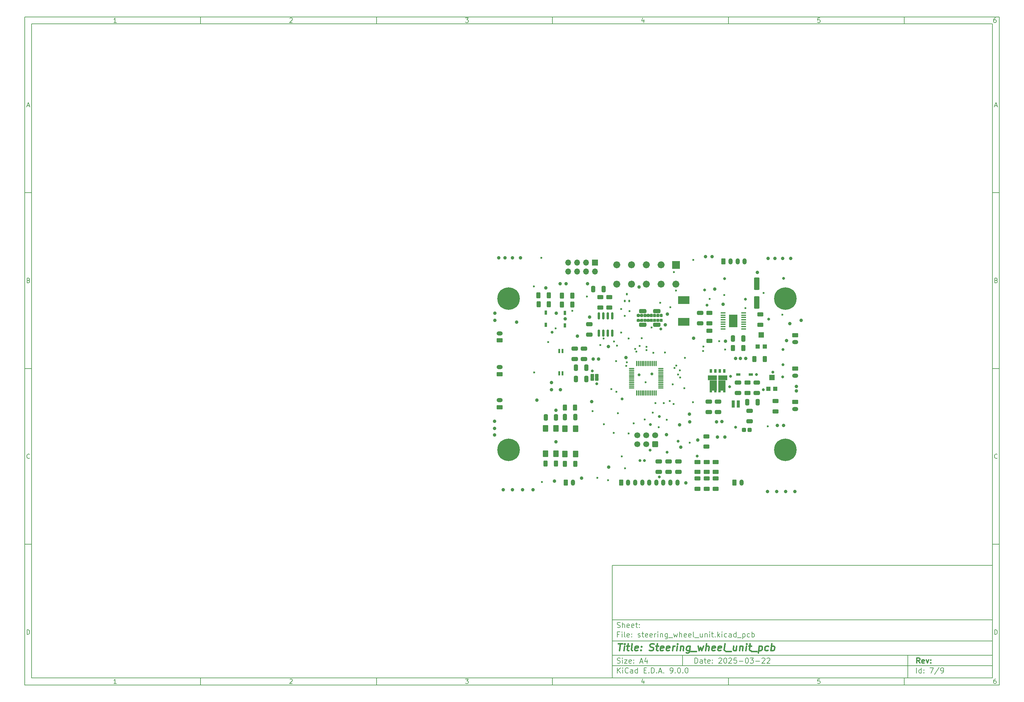
<source format=gbr>
%TF.GenerationSoftware,KiCad,Pcbnew,9.0.0*%
%TF.CreationDate,2025-04-02T22:26:08+02:00*%
%TF.ProjectId,steering_wheel_unit,73746565-7269-46e6-975f-776865656c5f,rev?*%
%TF.SameCoordinates,Original*%
%TF.FileFunction,Soldermask,Top*%
%TF.FilePolarity,Negative*%
%FSLAX46Y46*%
G04 Gerber Fmt 4.6, Leading zero omitted, Abs format (unit mm)*
G04 Created by KiCad (PCBNEW 9.0.0) date 2025-04-02 22:26:08*
%MOMM*%
%LPD*%
G01*
G04 APERTURE LIST*
G04 Aperture macros list*
%AMRoundRect*
0 Rectangle with rounded corners*
0 $1 Rounding radius*
0 $2 $3 $4 $5 $6 $7 $8 $9 X,Y pos of 4 corners*
0 Add a 4 corners polygon primitive as box body*
4,1,4,$2,$3,$4,$5,$6,$7,$8,$9,$2,$3,0*
0 Add four circle primitives for the rounded corners*
1,1,$1+$1,$2,$3*
1,1,$1+$1,$4,$5*
1,1,$1+$1,$6,$7*
1,1,$1+$1,$8,$9*
0 Add four rect primitives between the rounded corners*
20,1,$1+$1,$2,$3,$4,$5,0*
20,1,$1+$1,$4,$5,$6,$7,0*
20,1,$1+$1,$6,$7,$8,$9,0*
20,1,$1+$1,$8,$9,$2,$3,0*%
G04 Aperture macros list end*
%ADD10C,0.100000*%
%ADD11C,0.150000*%
%ADD12C,0.300000*%
%ADD13C,0.400000*%
%ADD14C,0.010000*%
%ADD15C,1.026200*%
%ADD16RoundRect,0.250000X0.625000X-0.350000X0.625000X0.350000X-0.625000X0.350000X-0.625000X-0.350000X0*%
%ADD17O,1.750000X1.200000*%
%ADD18RoundRect,0.250000X0.650000X-0.325000X0.650000X0.325000X-0.650000X0.325000X-0.650000X-0.325000X0*%
%ADD19RoundRect,0.250000X-0.350000X-0.625000X0.350000X-0.625000X0.350000X0.625000X-0.350000X0.625000X0*%
%ADD20O,1.200000X1.750000*%
%ADD21RoundRect,0.250000X-0.312500X-0.625000X0.312500X-0.625000X0.312500X0.625000X-0.312500X0.625000X0*%
%ADD22RoundRect,0.250000X-0.650000X0.325000X-0.650000X-0.325000X0.650000X-0.325000X0.650000X0.325000X0*%
%ADD23RoundRect,0.250000X0.312500X0.625000X-0.312500X0.625000X-0.312500X-0.625000X0.312500X-0.625000X0*%
%ADD24RoundRect,0.102000X0.700000X-0.800000X0.700000X0.800000X-0.700000X0.800000X-0.700000X-0.800000X0*%
%ADD25RoundRect,0.165600X0.386400X0.421400X-0.386400X0.421400X-0.386400X-0.421400X0.386400X-0.421400X0*%
%ADD26RoundRect,0.250000X0.625000X-0.375000X0.625000X0.375000X-0.625000X0.375000X-0.625000X-0.375000X0*%
%ADD27RoundRect,0.250000X-0.625000X0.312500X-0.625000X-0.312500X0.625000X-0.312500X0.625000X0.312500X0*%
%ADD28R,1.200000X1.200000*%
%ADD29R,1.600000X1.500000*%
%ADD30RoundRect,0.112500X-0.112500X-0.237500X0.112500X-0.237500X0.112500X0.237500X-0.112500X0.237500X0*%
%ADD31RoundRect,0.250000X-0.325000X-0.650000X0.325000X-0.650000X0.325000X0.650000X-0.325000X0.650000X0*%
%ADD32RoundRect,0.250000X0.325000X0.650000X-0.325000X0.650000X-0.325000X-0.650000X0.325000X-0.650000X0*%
%ADD33RoundRect,0.250000X-0.625000X0.350000X-0.625000X-0.350000X0.625000X-0.350000X0.625000X0.350000X0*%
%ADD34C,6.400000*%
%ADD35R,0.800000X1.150000*%
%ADD36R,1.475000X0.450000*%
%ADD37R,2.460000X3.550000*%
%ADD38RoundRect,0.102000X-0.437500X0.387500X-0.437500X-0.387500X0.437500X-0.387500X0.437500X0.387500X0*%
%ADD39R,0.750000X1.000000*%
%ADD40R,0.750000X0.560000*%
%ADD41R,2.080000X2.880000*%
%ADD42R,2.575000X1.400000*%
%ADD43R,0.600000X1.200000*%
%ADD44R,1.150000X0.800000*%
%ADD45RoundRect,0.075000X-0.662500X-0.075000X0.662500X-0.075000X0.662500X0.075000X-0.662500X0.075000X0*%
%ADD46RoundRect,0.075000X-0.075000X-0.662500X0.075000X-0.662500X0.075000X0.662500X-0.075000X0.662500X0*%
%ADD47RoundRect,0.150000X0.150000X-0.825000X0.150000X0.825000X-0.150000X0.825000X-0.150000X-0.825000X0*%
%ADD48RoundRect,0.250000X0.550000X-1.500000X0.550000X1.500000X-0.550000X1.500000X-0.550000X-1.500000X0*%
%ADD49R,1.700000X1.700000*%
%ADD50O,1.700000X1.700000*%
%ADD51R,3.200400X2.173999*%
%ADD52RoundRect,0.250000X0.625000X-0.312500X0.625000X0.312500X-0.625000X0.312500X-0.625000X-0.312500X0*%
%ADD53RoundRect,0.250000X0.600000X-0.600000X0.600000X0.600000X-0.600000X0.600000X-0.600000X-0.600000X0*%
%ADD54C,1.700000*%
%ADD55C,1.000000*%
%ADD56C,0.800000*%
%ADD57C,0.600000*%
G04 APERTURE END LIST*
D10*
D11*
X177002200Y-166007200D02*
X285002200Y-166007200D01*
X285002200Y-198007200D01*
X177002200Y-198007200D01*
X177002200Y-166007200D01*
D10*
D11*
X10000000Y-10000000D02*
X287002200Y-10000000D01*
X287002200Y-200007200D01*
X10000000Y-200007200D01*
X10000000Y-10000000D01*
D10*
D11*
X12000000Y-12000000D02*
X285002200Y-12000000D01*
X285002200Y-198007200D01*
X12000000Y-198007200D01*
X12000000Y-12000000D01*
D10*
D11*
X60000000Y-12000000D02*
X60000000Y-10000000D01*
D10*
D11*
X110000000Y-12000000D02*
X110000000Y-10000000D01*
D10*
D11*
X160000000Y-12000000D02*
X160000000Y-10000000D01*
D10*
D11*
X210000000Y-12000000D02*
X210000000Y-10000000D01*
D10*
D11*
X260000000Y-12000000D02*
X260000000Y-10000000D01*
D10*
D11*
X36089160Y-11593604D02*
X35346303Y-11593604D01*
X35717731Y-11593604D02*
X35717731Y-10293604D01*
X35717731Y-10293604D02*
X35593922Y-10479319D01*
X35593922Y-10479319D02*
X35470112Y-10603128D01*
X35470112Y-10603128D02*
X35346303Y-10665033D01*
D10*
D11*
X85346303Y-10417414D02*
X85408207Y-10355509D01*
X85408207Y-10355509D02*
X85532017Y-10293604D01*
X85532017Y-10293604D02*
X85841541Y-10293604D01*
X85841541Y-10293604D02*
X85965350Y-10355509D01*
X85965350Y-10355509D02*
X86027255Y-10417414D01*
X86027255Y-10417414D02*
X86089160Y-10541223D01*
X86089160Y-10541223D02*
X86089160Y-10665033D01*
X86089160Y-10665033D02*
X86027255Y-10850747D01*
X86027255Y-10850747D02*
X85284398Y-11593604D01*
X85284398Y-11593604D02*
X86089160Y-11593604D01*
D10*
D11*
X135284398Y-10293604D02*
X136089160Y-10293604D01*
X136089160Y-10293604D02*
X135655826Y-10788842D01*
X135655826Y-10788842D02*
X135841541Y-10788842D01*
X135841541Y-10788842D02*
X135965350Y-10850747D01*
X135965350Y-10850747D02*
X136027255Y-10912652D01*
X136027255Y-10912652D02*
X136089160Y-11036461D01*
X136089160Y-11036461D02*
X136089160Y-11345985D01*
X136089160Y-11345985D02*
X136027255Y-11469795D01*
X136027255Y-11469795D02*
X135965350Y-11531700D01*
X135965350Y-11531700D02*
X135841541Y-11593604D01*
X135841541Y-11593604D02*
X135470112Y-11593604D01*
X135470112Y-11593604D02*
X135346303Y-11531700D01*
X135346303Y-11531700D02*
X135284398Y-11469795D01*
D10*
D11*
X185965350Y-10726938D02*
X185965350Y-11593604D01*
X185655826Y-10231700D02*
X185346303Y-11160271D01*
X185346303Y-11160271D02*
X186151064Y-11160271D01*
D10*
D11*
X236027255Y-10293604D02*
X235408207Y-10293604D01*
X235408207Y-10293604D02*
X235346303Y-10912652D01*
X235346303Y-10912652D02*
X235408207Y-10850747D01*
X235408207Y-10850747D02*
X235532017Y-10788842D01*
X235532017Y-10788842D02*
X235841541Y-10788842D01*
X235841541Y-10788842D02*
X235965350Y-10850747D01*
X235965350Y-10850747D02*
X236027255Y-10912652D01*
X236027255Y-10912652D02*
X236089160Y-11036461D01*
X236089160Y-11036461D02*
X236089160Y-11345985D01*
X236089160Y-11345985D02*
X236027255Y-11469795D01*
X236027255Y-11469795D02*
X235965350Y-11531700D01*
X235965350Y-11531700D02*
X235841541Y-11593604D01*
X235841541Y-11593604D02*
X235532017Y-11593604D01*
X235532017Y-11593604D02*
X235408207Y-11531700D01*
X235408207Y-11531700D02*
X235346303Y-11469795D01*
D10*
D11*
X285965350Y-10293604D02*
X285717731Y-10293604D01*
X285717731Y-10293604D02*
X285593922Y-10355509D01*
X285593922Y-10355509D02*
X285532017Y-10417414D01*
X285532017Y-10417414D02*
X285408207Y-10603128D01*
X285408207Y-10603128D02*
X285346303Y-10850747D01*
X285346303Y-10850747D02*
X285346303Y-11345985D01*
X285346303Y-11345985D02*
X285408207Y-11469795D01*
X285408207Y-11469795D02*
X285470112Y-11531700D01*
X285470112Y-11531700D02*
X285593922Y-11593604D01*
X285593922Y-11593604D02*
X285841541Y-11593604D01*
X285841541Y-11593604D02*
X285965350Y-11531700D01*
X285965350Y-11531700D02*
X286027255Y-11469795D01*
X286027255Y-11469795D02*
X286089160Y-11345985D01*
X286089160Y-11345985D02*
X286089160Y-11036461D01*
X286089160Y-11036461D02*
X286027255Y-10912652D01*
X286027255Y-10912652D02*
X285965350Y-10850747D01*
X285965350Y-10850747D02*
X285841541Y-10788842D01*
X285841541Y-10788842D02*
X285593922Y-10788842D01*
X285593922Y-10788842D02*
X285470112Y-10850747D01*
X285470112Y-10850747D02*
X285408207Y-10912652D01*
X285408207Y-10912652D02*
X285346303Y-11036461D01*
D10*
D11*
X60000000Y-198007200D02*
X60000000Y-200007200D01*
D10*
D11*
X110000000Y-198007200D02*
X110000000Y-200007200D01*
D10*
D11*
X160000000Y-198007200D02*
X160000000Y-200007200D01*
D10*
D11*
X210000000Y-198007200D02*
X210000000Y-200007200D01*
D10*
D11*
X260000000Y-198007200D02*
X260000000Y-200007200D01*
D10*
D11*
X36089160Y-199600804D02*
X35346303Y-199600804D01*
X35717731Y-199600804D02*
X35717731Y-198300804D01*
X35717731Y-198300804D02*
X35593922Y-198486519D01*
X35593922Y-198486519D02*
X35470112Y-198610328D01*
X35470112Y-198610328D02*
X35346303Y-198672233D01*
D10*
D11*
X85346303Y-198424614D02*
X85408207Y-198362709D01*
X85408207Y-198362709D02*
X85532017Y-198300804D01*
X85532017Y-198300804D02*
X85841541Y-198300804D01*
X85841541Y-198300804D02*
X85965350Y-198362709D01*
X85965350Y-198362709D02*
X86027255Y-198424614D01*
X86027255Y-198424614D02*
X86089160Y-198548423D01*
X86089160Y-198548423D02*
X86089160Y-198672233D01*
X86089160Y-198672233D02*
X86027255Y-198857947D01*
X86027255Y-198857947D02*
X85284398Y-199600804D01*
X85284398Y-199600804D02*
X86089160Y-199600804D01*
D10*
D11*
X135284398Y-198300804D02*
X136089160Y-198300804D01*
X136089160Y-198300804D02*
X135655826Y-198796042D01*
X135655826Y-198796042D02*
X135841541Y-198796042D01*
X135841541Y-198796042D02*
X135965350Y-198857947D01*
X135965350Y-198857947D02*
X136027255Y-198919852D01*
X136027255Y-198919852D02*
X136089160Y-199043661D01*
X136089160Y-199043661D02*
X136089160Y-199353185D01*
X136089160Y-199353185D02*
X136027255Y-199476995D01*
X136027255Y-199476995D02*
X135965350Y-199538900D01*
X135965350Y-199538900D02*
X135841541Y-199600804D01*
X135841541Y-199600804D02*
X135470112Y-199600804D01*
X135470112Y-199600804D02*
X135346303Y-199538900D01*
X135346303Y-199538900D02*
X135284398Y-199476995D01*
D10*
D11*
X185965350Y-198734138D02*
X185965350Y-199600804D01*
X185655826Y-198238900D02*
X185346303Y-199167471D01*
X185346303Y-199167471D02*
X186151064Y-199167471D01*
D10*
D11*
X236027255Y-198300804D02*
X235408207Y-198300804D01*
X235408207Y-198300804D02*
X235346303Y-198919852D01*
X235346303Y-198919852D02*
X235408207Y-198857947D01*
X235408207Y-198857947D02*
X235532017Y-198796042D01*
X235532017Y-198796042D02*
X235841541Y-198796042D01*
X235841541Y-198796042D02*
X235965350Y-198857947D01*
X235965350Y-198857947D02*
X236027255Y-198919852D01*
X236027255Y-198919852D02*
X236089160Y-199043661D01*
X236089160Y-199043661D02*
X236089160Y-199353185D01*
X236089160Y-199353185D02*
X236027255Y-199476995D01*
X236027255Y-199476995D02*
X235965350Y-199538900D01*
X235965350Y-199538900D02*
X235841541Y-199600804D01*
X235841541Y-199600804D02*
X235532017Y-199600804D01*
X235532017Y-199600804D02*
X235408207Y-199538900D01*
X235408207Y-199538900D02*
X235346303Y-199476995D01*
D10*
D11*
X285965350Y-198300804D02*
X285717731Y-198300804D01*
X285717731Y-198300804D02*
X285593922Y-198362709D01*
X285593922Y-198362709D02*
X285532017Y-198424614D01*
X285532017Y-198424614D02*
X285408207Y-198610328D01*
X285408207Y-198610328D02*
X285346303Y-198857947D01*
X285346303Y-198857947D02*
X285346303Y-199353185D01*
X285346303Y-199353185D02*
X285408207Y-199476995D01*
X285408207Y-199476995D02*
X285470112Y-199538900D01*
X285470112Y-199538900D02*
X285593922Y-199600804D01*
X285593922Y-199600804D02*
X285841541Y-199600804D01*
X285841541Y-199600804D02*
X285965350Y-199538900D01*
X285965350Y-199538900D02*
X286027255Y-199476995D01*
X286027255Y-199476995D02*
X286089160Y-199353185D01*
X286089160Y-199353185D02*
X286089160Y-199043661D01*
X286089160Y-199043661D02*
X286027255Y-198919852D01*
X286027255Y-198919852D02*
X285965350Y-198857947D01*
X285965350Y-198857947D02*
X285841541Y-198796042D01*
X285841541Y-198796042D02*
X285593922Y-198796042D01*
X285593922Y-198796042D02*
X285470112Y-198857947D01*
X285470112Y-198857947D02*
X285408207Y-198919852D01*
X285408207Y-198919852D02*
X285346303Y-199043661D01*
D10*
D11*
X10000000Y-60000000D02*
X12000000Y-60000000D01*
D10*
D11*
X10000000Y-110000000D02*
X12000000Y-110000000D01*
D10*
D11*
X10000000Y-160000000D02*
X12000000Y-160000000D01*
D10*
D11*
X10690476Y-35222176D02*
X11309523Y-35222176D01*
X10566666Y-35593604D02*
X10999999Y-34293604D01*
X10999999Y-34293604D02*
X11433333Y-35593604D01*
D10*
D11*
X11092857Y-84912652D02*
X11278571Y-84974557D01*
X11278571Y-84974557D02*
X11340476Y-85036461D01*
X11340476Y-85036461D02*
X11402380Y-85160271D01*
X11402380Y-85160271D02*
X11402380Y-85345985D01*
X11402380Y-85345985D02*
X11340476Y-85469795D01*
X11340476Y-85469795D02*
X11278571Y-85531700D01*
X11278571Y-85531700D02*
X11154761Y-85593604D01*
X11154761Y-85593604D02*
X10659523Y-85593604D01*
X10659523Y-85593604D02*
X10659523Y-84293604D01*
X10659523Y-84293604D02*
X11092857Y-84293604D01*
X11092857Y-84293604D02*
X11216666Y-84355509D01*
X11216666Y-84355509D02*
X11278571Y-84417414D01*
X11278571Y-84417414D02*
X11340476Y-84541223D01*
X11340476Y-84541223D02*
X11340476Y-84665033D01*
X11340476Y-84665033D02*
X11278571Y-84788842D01*
X11278571Y-84788842D02*
X11216666Y-84850747D01*
X11216666Y-84850747D02*
X11092857Y-84912652D01*
X11092857Y-84912652D02*
X10659523Y-84912652D01*
D10*
D11*
X11402380Y-135469795D02*
X11340476Y-135531700D01*
X11340476Y-135531700D02*
X11154761Y-135593604D01*
X11154761Y-135593604D02*
X11030952Y-135593604D01*
X11030952Y-135593604D02*
X10845238Y-135531700D01*
X10845238Y-135531700D02*
X10721428Y-135407890D01*
X10721428Y-135407890D02*
X10659523Y-135284080D01*
X10659523Y-135284080D02*
X10597619Y-135036461D01*
X10597619Y-135036461D02*
X10597619Y-134850747D01*
X10597619Y-134850747D02*
X10659523Y-134603128D01*
X10659523Y-134603128D02*
X10721428Y-134479319D01*
X10721428Y-134479319D02*
X10845238Y-134355509D01*
X10845238Y-134355509D02*
X11030952Y-134293604D01*
X11030952Y-134293604D02*
X11154761Y-134293604D01*
X11154761Y-134293604D02*
X11340476Y-134355509D01*
X11340476Y-134355509D02*
X11402380Y-134417414D01*
D10*
D11*
X10659523Y-185593604D02*
X10659523Y-184293604D01*
X10659523Y-184293604D02*
X10969047Y-184293604D01*
X10969047Y-184293604D02*
X11154761Y-184355509D01*
X11154761Y-184355509D02*
X11278571Y-184479319D01*
X11278571Y-184479319D02*
X11340476Y-184603128D01*
X11340476Y-184603128D02*
X11402380Y-184850747D01*
X11402380Y-184850747D02*
X11402380Y-185036461D01*
X11402380Y-185036461D02*
X11340476Y-185284080D01*
X11340476Y-185284080D02*
X11278571Y-185407890D01*
X11278571Y-185407890D02*
X11154761Y-185531700D01*
X11154761Y-185531700D02*
X10969047Y-185593604D01*
X10969047Y-185593604D02*
X10659523Y-185593604D01*
D10*
D11*
X287002200Y-60000000D02*
X285002200Y-60000000D01*
D10*
D11*
X287002200Y-110000000D02*
X285002200Y-110000000D01*
D10*
D11*
X287002200Y-160000000D02*
X285002200Y-160000000D01*
D10*
D11*
X285692676Y-35222176D02*
X286311723Y-35222176D01*
X285568866Y-35593604D02*
X286002199Y-34293604D01*
X286002199Y-34293604D02*
X286435533Y-35593604D01*
D10*
D11*
X286095057Y-84912652D02*
X286280771Y-84974557D01*
X286280771Y-84974557D02*
X286342676Y-85036461D01*
X286342676Y-85036461D02*
X286404580Y-85160271D01*
X286404580Y-85160271D02*
X286404580Y-85345985D01*
X286404580Y-85345985D02*
X286342676Y-85469795D01*
X286342676Y-85469795D02*
X286280771Y-85531700D01*
X286280771Y-85531700D02*
X286156961Y-85593604D01*
X286156961Y-85593604D02*
X285661723Y-85593604D01*
X285661723Y-85593604D02*
X285661723Y-84293604D01*
X285661723Y-84293604D02*
X286095057Y-84293604D01*
X286095057Y-84293604D02*
X286218866Y-84355509D01*
X286218866Y-84355509D02*
X286280771Y-84417414D01*
X286280771Y-84417414D02*
X286342676Y-84541223D01*
X286342676Y-84541223D02*
X286342676Y-84665033D01*
X286342676Y-84665033D02*
X286280771Y-84788842D01*
X286280771Y-84788842D02*
X286218866Y-84850747D01*
X286218866Y-84850747D02*
X286095057Y-84912652D01*
X286095057Y-84912652D02*
X285661723Y-84912652D01*
D10*
D11*
X286404580Y-135469795D02*
X286342676Y-135531700D01*
X286342676Y-135531700D02*
X286156961Y-135593604D01*
X286156961Y-135593604D02*
X286033152Y-135593604D01*
X286033152Y-135593604D02*
X285847438Y-135531700D01*
X285847438Y-135531700D02*
X285723628Y-135407890D01*
X285723628Y-135407890D02*
X285661723Y-135284080D01*
X285661723Y-135284080D02*
X285599819Y-135036461D01*
X285599819Y-135036461D02*
X285599819Y-134850747D01*
X285599819Y-134850747D02*
X285661723Y-134603128D01*
X285661723Y-134603128D02*
X285723628Y-134479319D01*
X285723628Y-134479319D02*
X285847438Y-134355509D01*
X285847438Y-134355509D02*
X286033152Y-134293604D01*
X286033152Y-134293604D02*
X286156961Y-134293604D01*
X286156961Y-134293604D02*
X286342676Y-134355509D01*
X286342676Y-134355509D02*
X286404580Y-134417414D01*
D10*
D11*
X285661723Y-185593604D02*
X285661723Y-184293604D01*
X285661723Y-184293604D02*
X285971247Y-184293604D01*
X285971247Y-184293604D02*
X286156961Y-184355509D01*
X286156961Y-184355509D02*
X286280771Y-184479319D01*
X286280771Y-184479319D02*
X286342676Y-184603128D01*
X286342676Y-184603128D02*
X286404580Y-184850747D01*
X286404580Y-184850747D02*
X286404580Y-185036461D01*
X286404580Y-185036461D02*
X286342676Y-185284080D01*
X286342676Y-185284080D02*
X286280771Y-185407890D01*
X286280771Y-185407890D02*
X286156961Y-185531700D01*
X286156961Y-185531700D02*
X285971247Y-185593604D01*
X285971247Y-185593604D02*
X285661723Y-185593604D01*
D10*
D11*
X200458026Y-193793328D02*
X200458026Y-192293328D01*
X200458026Y-192293328D02*
X200815169Y-192293328D01*
X200815169Y-192293328D02*
X201029455Y-192364757D01*
X201029455Y-192364757D02*
X201172312Y-192507614D01*
X201172312Y-192507614D02*
X201243741Y-192650471D01*
X201243741Y-192650471D02*
X201315169Y-192936185D01*
X201315169Y-192936185D02*
X201315169Y-193150471D01*
X201315169Y-193150471D02*
X201243741Y-193436185D01*
X201243741Y-193436185D02*
X201172312Y-193579042D01*
X201172312Y-193579042D02*
X201029455Y-193721900D01*
X201029455Y-193721900D02*
X200815169Y-193793328D01*
X200815169Y-193793328D02*
X200458026Y-193793328D01*
X202600884Y-193793328D02*
X202600884Y-193007614D01*
X202600884Y-193007614D02*
X202529455Y-192864757D01*
X202529455Y-192864757D02*
X202386598Y-192793328D01*
X202386598Y-192793328D02*
X202100884Y-192793328D01*
X202100884Y-192793328D02*
X201958026Y-192864757D01*
X202600884Y-193721900D02*
X202458026Y-193793328D01*
X202458026Y-193793328D02*
X202100884Y-193793328D01*
X202100884Y-193793328D02*
X201958026Y-193721900D01*
X201958026Y-193721900D02*
X201886598Y-193579042D01*
X201886598Y-193579042D02*
X201886598Y-193436185D01*
X201886598Y-193436185D02*
X201958026Y-193293328D01*
X201958026Y-193293328D02*
X202100884Y-193221900D01*
X202100884Y-193221900D02*
X202458026Y-193221900D01*
X202458026Y-193221900D02*
X202600884Y-193150471D01*
X203100884Y-192793328D02*
X203672312Y-192793328D01*
X203315169Y-192293328D02*
X203315169Y-193579042D01*
X203315169Y-193579042D02*
X203386598Y-193721900D01*
X203386598Y-193721900D02*
X203529455Y-193793328D01*
X203529455Y-193793328D02*
X203672312Y-193793328D01*
X204743741Y-193721900D02*
X204600884Y-193793328D01*
X204600884Y-193793328D02*
X204315170Y-193793328D01*
X204315170Y-193793328D02*
X204172312Y-193721900D01*
X204172312Y-193721900D02*
X204100884Y-193579042D01*
X204100884Y-193579042D02*
X204100884Y-193007614D01*
X204100884Y-193007614D02*
X204172312Y-192864757D01*
X204172312Y-192864757D02*
X204315170Y-192793328D01*
X204315170Y-192793328D02*
X204600884Y-192793328D01*
X204600884Y-192793328D02*
X204743741Y-192864757D01*
X204743741Y-192864757D02*
X204815170Y-193007614D01*
X204815170Y-193007614D02*
X204815170Y-193150471D01*
X204815170Y-193150471D02*
X204100884Y-193293328D01*
X205458026Y-193650471D02*
X205529455Y-193721900D01*
X205529455Y-193721900D02*
X205458026Y-193793328D01*
X205458026Y-193793328D02*
X205386598Y-193721900D01*
X205386598Y-193721900D02*
X205458026Y-193650471D01*
X205458026Y-193650471D02*
X205458026Y-193793328D01*
X205458026Y-192864757D02*
X205529455Y-192936185D01*
X205529455Y-192936185D02*
X205458026Y-193007614D01*
X205458026Y-193007614D02*
X205386598Y-192936185D01*
X205386598Y-192936185D02*
X205458026Y-192864757D01*
X205458026Y-192864757D02*
X205458026Y-193007614D01*
X207243741Y-192436185D02*
X207315169Y-192364757D01*
X207315169Y-192364757D02*
X207458027Y-192293328D01*
X207458027Y-192293328D02*
X207815169Y-192293328D01*
X207815169Y-192293328D02*
X207958027Y-192364757D01*
X207958027Y-192364757D02*
X208029455Y-192436185D01*
X208029455Y-192436185D02*
X208100884Y-192579042D01*
X208100884Y-192579042D02*
X208100884Y-192721900D01*
X208100884Y-192721900D02*
X208029455Y-192936185D01*
X208029455Y-192936185D02*
X207172312Y-193793328D01*
X207172312Y-193793328D02*
X208100884Y-193793328D01*
X209029455Y-192293328D02*
X209172312Y-192293328D01*
X209172312Y-192293328D02*
X209315169Y-192364757D01*
X209315169Y-192364757D02*
X209386598Y-192436185D01*
X209386598Y-192436185D02*
X209458026Y-192579042D01*
X209458026Y-192579042D02*
X209529455Y-192864757D01*
X209529455Y-192864757D02*
X209529455Y-193221900D01*
X209529455Y-193221900D02*
X209458026Y-193507614D01*
X209458026Y-193507614D02*
X209386598Y-193650471D01*
X209386598Y-193650471D02*
X209315169Y-193721900D01*
X209315169Y-193721900D02*
X209172312Y-193793328D01*
X209172312Y-193793328D02*
X209029455Y-193793328D01*
X209029455Y-193793328D02*
X208886598Y-193721900D01*
X208886598Y-193721900D02*
X208815169Y-193650471D01*
X208815169Y-193650471D02*
X208743740Y-193507614D01*
X208743740Y-193507614D02*
X208672312Y-193221900D01*
X208672312Y-193221900D02*
X208672312Y-192864757D01*
X208672312Y-192864757D02*
X208743740Y-192579042D01*
X208743740Y-192579042D02*
X208815169Y-192436185D01*
X208815169Y-192436185D02*
X208886598Y-192364757D01*
X208886598Y-192364757D02*
X209029455Y-192293328D01*
X210100883Y-192436185D02*
X210172311Y-192364757D01*
X210172311Y-192364757D02*
X210315169Y-192293328D01*
X210315169Y-192293328D02*
X210672311Y-192293328D01*
X210672311Y-192293328D02*
X210815169Y-192364757D01*
X210815169Y-192364757D02*
X210886597Y-192436185D01*
X210886597Y-192436185D02*
X210958026Y-192579042D01*
X210958026Y-192579042D02*
X210958026Y-192721900D01*
X210958026Y-192721900D02*
X210886597Y-192936185D01*
X210886597Y-192936185D02*
X210029454Y-193793328D01*
X210029454Y-193793328D02*
X210958026Y-193793328D01*
X212315168Y-192293328D02*
X211600882Y-192293328D01*
X211600882Y-192293328D02*
X211529454Y-193007614D01*
X211529454Y-193007614D02*
X211600882Y-192936185D01*
X211600882Y-192936185D02*
X211743740Y-192864757D01*
X211743740Y-192864757D02*
X212100882Y-192864757D01*
X212100882Y-192864757D02*
X212243740Y-192936185D01*
X212243740Y-192936185D02*
X212315168Y-193007614D01*
X212315168Y-193007614D02*
X212386597Y-193150471D01*
X212386597Y-193150471D02*
X212386597Y-193507614D01*
X212386597Y-193507614D02*
X212315168Y-193650471D01*
X212315168Y-193650471D02*
X212243740Y-193721900D01*
X212243740Y-193721900D02*
X212100882Y-193793328D01*
X212100882Y-193793328D02*
X211743740Y-193793328D01*
X211743740Y-193793328D02*
X211600882Y-193721900D01*
X211600882Y-193721900D02*
X211529454Y-193650471D01*
X213029453Y-193221900D02*
X214172311Y-193221900D01*
X215172311Y-192293328D02*
X215315168Y-192293328D01*
X215315168Y-192293328D02*
X215458025Y-192364757D01*
X215458025Y-192364757D02*
X215529454Y-192436185D01*
X215529454Y-192436185D02*
X215600882Y-192579042D01*
X215600882Y-192579042D02*
X215672311Y-192864757D01*
X215672311Y-192864757D02*
X215672311Y-193221900D01*
X215672311Y-193221900D02*
X215600882Y-193507614D01*
X215600882Y-193507614D02*
X215529454Y-193650471D01*
X215529454Y-193650471D02*
X215458025Y-193721900D01*
X215458025Y-193721900D02*
X215315168Y-193793328D01*
X215315168Y-193793328D02*
X215172311Y-193793328D01*
X215172311Y-193793328D02*
X215029454Y-193721900D01*
X215029454Y-193721900D02*
X214958025Y-193650471D01*
X214958025Y-193650471D02*
X214886596Y-193507614D01*
X214886596Y-193507614D02*
X214815168Y-193221900D01*
X214815168Y-193221900D02*
X214815168Y-192864757D01*
X214815168Y-192864757D02*
X214886596Y-192579042D01*
X214886596Y-192579042D02*
X214958025Y-192436185D01*
X214958025Y-192436185D02*
X215029454Y-192364757D01*
X215029454Y-192364757D02*
X215172311Y-192293328D01*
X216172310Y-192293328D02*
X217100882Y-192293328D01*
X217100882Y-192293328D02*
X216600882Y-192864757D01*
X216600882Y-192864757D02*
X216815167Y-192864757D01*
X216815167Y-192864757D02*
X216958025Y-192936185D01*
X216958025Y-192936185D02*
X217029453Y-193007614D01*
X217029453Y-193007614D02*
X217100882Y-193150471D01*
X217100882Y-193150471D02*
X217100882Y-193507614D01*
X217100882Y-193507614D02*
X217029453Y-193650471D01*
X217029453Y-193650471D02*
X216958025Y-193721900D01*
X216958025Y-193721900D02*
X216815167Y-193793328D01*
X216815167Y-193793328D02*
X216386596Y-193793328D01*
X216386596Y-193793328D02*
X216243739Y-193721900D01*
X216243739Y-193721900D02*
X216172310Y-193650471D01*
X217743738Y-193221900D02*
X218886596Y-193221900D01*
X219529453Y-192436185D02*
X219600881Y-192364757D01*
X219600881Y-192364757D02*
X219743739Y-192293328D01*
X219743739Y-192293328D02*
X220100881Y-192293328D01*
X220100881Y-192293328D02*
X220243739Y-192364757D01*
X220243739Y-192364757D02*
X220315167Y-192436185D01*
X220315167Y-192436185D02*
X220386596Y-192579042D01*
X220386596Y-192579042D02*
X220386596Y-192721900D01*
X220386596Y-192721900D02*
X220315167Y-192936185D01*
X220315167Y-192936185D02*
X219458024Y-193793328D01*
X219458024Y-193793328D02*
X220386596Y-193793328D01*
X220958024Y-192436185D02*
X221029452Y-192364757D01*
X221029452Y-192364757D02*
X221172310Y-192293328D01*
X221172310Y-192293328D02*
X221529452Y-192293328D01*
X221529452Y-192293328D02*
X221672310Y-192364757D01*
X221672310Y-192364757D02*
X221743738Y-192436185D01*
X221743738Y-192436185D02*
X221815167Y-192579042D01*
X221815167Y-192579042D02*
X221815167Y-192721900D01*
X221815167Y-192721900D02*
X221743738Y-192936185D01*
X221743738Y-192936185D02*
X220886595Y-193793328D01*
X220886595Y-193793328D02*
X221815167Y-193793328D01*
D10*
D11*
X177002200Y-194507200D02*
X285002200Y-194507200D01*
D10*
D11*
X178458026Y-196593328D02*
X178458026Y-195093328D01*
X179315169Y-196593328D02*
X178672312Y-195736185D01*
X179315169Y-195093328D02*
X178458026Y-195950471D01*
X179958026Y-196593328D02*
X179958026Y-195593328D01*
X179958026Y-195093328D02*
X179886598Y-195164757D01*
X179886598Y-195164757D02*
X179958026Y-195236185D01*
X179958026Y-195236185D02*
X180029455Y-195164757D01*
X180029455Y-195164757D02*
X179958026Y-195093328D01*
X179958026Y-195093328D02*
X179958026Y-195236185D01*
X181529455Y-196450471D02*
X181458027Y-196521900D01*
X181458027Y-196521900D02*
X181243741Y-196593328D01*
X181243741Y-196593328D02*
X181100884Y-196593328D01*
X181100884Y-196593328D02*
X180886598Y-196521900D01*
X180886598Y-196521900D02*
X180743741Y-196379042D01*
X180743741Y-196379042D02*
X180672312Y-196236185D01*
X180672312Y-196236185D02*
X180600884Y-195950471D01*
X180600884Y-195950471D02*
X180600884Y-195736185D01*
X180600884Y-195736185D02*
X180672312Y-195450471D01*
X180672312Y-195450471D02*
X180743741Y-195307614D01*
X180743741Y-195307614D02*
X180886598Y-195164757D01*
X180886598Y-195164757D02*
X181100884Y-195093328D01*
X181100884Y-195093328D02*
X181243741Y-195093328D01*
X181243741Y-195093328D02*
X181458027Y-195164757D01*
X181458027Y-195164757D02*
X181529455Y-195236185D01*
X182815170Y-196593328D02*
X182815170Y-195807614D01*
X182815170Y-195807614D02*
X182743741Y-195664757D01*
X182743741Y-195664757D02*
X182600884Y-195593328D01*
X182600884Y-195593328D02*
X182315170Y-195593328D01*
X182315170Y-195593328D02*
X182172312Y-195664757D01*
X182815170Y-196521900D02*
X182672312Y-196593328D01*
X182672312Y-196593328D02*
X182315170Y-196593328D01*
X182315170Y-196593328D02*
X182172312Y-196521900D01*
X182172312Y-196521900D02*
X182100884Y-196379042D01*
X182100884Y-196379042D02*
X182100884Y-196236185D01*
X182100884Y-196236185D02*
X182172312Y-196093328D01*
X182172312Y-196093328D02*
X182315170Y-196021900D01*
X182315170Y-196021900D02*
X182672312Y-196021900D01*
X182672312Y-196021900D02*
X182815170Y-195950471D01*
X184172313Y-196593328D02*
X184172313Y-195093328D01*
X184172313Y-196521900D02*
X184029455Y-196593328D01*
X184029455Y-196593328D02*
X183743741Y-196593328D01*
X183743741Y-196593328D02*
X183600884Y-196521900D01*
X183600884Y-196521900D02*
X183529455Y-196450471D01*
X183529455Y-196450471D02*
X183458027Y-196307614D01*
X183458027Y-196307614D02*
X183458027Y-195879042D01*
X183458027Y-195879042D02*
X183529455Y-195736185D01*
X183529455Y-195736185D02*
X183600884Y-195664757D01*
X183600884Y-195664757D02*
X183743741Y-195593328D01*
X183743741Y-195593328D02*
X184029455Y-195593328D01*
X184029455Y-195593328D02*
X184172313Y-195664757D01*
X186029455Y-195807614D02*
X186529455Y-195807614D01*
X186743741Y-196593328D02*
X186029455Y-196593328D01*
X186029455Y-196593328D02*
X186029455Y-195093328D01*
X186029455Y-195093328D02*
X186743741Y-195093328D01*
X187386598Y-196450471D02*
X187458027Y-196521900D01*
X187458027Y-196521900D02*
X187386598Y-196593328D01*
X187386598Y-196593328D02*
X187315170Y-196521900D01*
X187315170Y-196521900D02*
X187386598Y-196450471D01*
X187386598Y-196450471D02*
X187386598Y-196593328D01*
X188100884Y-196593328D02*
X188100884Y-195093328D01*
X188100884Y-195093328D02*
X188458027Y-195093328D01*
X188458027Y-195093328D02*
X188672313Y-195164757D01*
X188672313Y-195164757D02*
X188815170Y-195307614D01*
X188815170Y-195307614D02*
X188886599Y-195450471D01*
X188886599Y-195450471D02*
X188958027Y-195736185D01*
X188958027Y-195736185D02*
X188958027Y-195950471D01*
X188958027Y-195950471D02*
X188886599Y-196236185D01*
X188886599Y-196236185D02*
X188815170Y-196379042D01*
X188815170Y-196379042D02*
X188672313Y-196521900D01*
X188672313Y-196521900D02*
X188458027Y-196593328D01*
X188458027Y-196593328D02*
X188100884Y-196593328D01*
X189600884Y-196450471D02*
X189672313Y-196521900D01*
X189672313Y-196521900D02*
X189600884Y-196593328D01*
X189600884Y-196593328D02*
X189529456Y-196521900D01*
X189529456Y-196521900D02*
X189600884Y-196450471D01*
X189600884Y-196450471D02*
X189600884Y-196593328D01*
X190243742Y-196164757D02*
X190958028Y-196164757D01*
X190100885Y-196593328D02*
X190600885Y-195093328D01*
X190600885Y-195093328D02*
X191100885Y-196593328D01*
X191600884Y-196450471D02*
X191672313Y-196521900D01*
X191672313Y-196521900D02*
X191600884Y-196593328D01*
X191600884Y-196593328D02*
X191529456Y-196521900D01*
X191529456Y-196521900D02*
X191600884Y-196450471D01*
X191600884Y-196450471D02*
X191600884Y-196593328D01*
X193529456Y-196593328D02*
X193815170Y-196593328D01*
X193815170Y-196593328D02*
X193958027Y-196521900D01*
X193958027Y-196521900D02*
X194029456Y-196450471D01*
X194029456Y-196450471D02*
X194172313Y-196236185D01*
X194172313Y-196236185D02*
X194243742Y-195950471D01*
X194243742Y-195950471D02*
X194243742Y-195379042D01*
X194243742Y-195379042D02*
X194172313Y-195236185D01*
X194172313Y-195236185D02*
X194100885Y-195164757D01*
X194100885Y-195164757D02*
X193958027Y-195093328D01*
X193958027Y-195093328D02*
X193672313Y-195093328D01*
X193672313Y-195093328D02*
X193529456Y-195164757D01*
X193529456Y-195164757D02*
X193458027Y-195236185D01*
X193458027Y-195236185D02*
X193386599Y-195379042D01*
X193386599Y-195379042D02*
X193386599Y-195736185D01*
X193386599Y-195736185D02*
X193458027Y-195879042D01*
X193458027Y-195879042D02*
X193529456Y-195950471D01*
X193529456Y-195950471D02*
X193672313Y-196021900D01*
X193672313Y-196021900D02*
X193958027Y-196021900D01*
X193958027Y-196021900D02*
X194100885Y-195950471D01*
X194100885Y-195950471D02*
X194172313Y-195879042D01*
X194172313Y-195879042D02*
X194243742Y-195736185D01*
X194886598Y-196450471D02*
X194958027Y-196521900D01*
X194958027Y-196521900D02*
X194886598Y-196593328D01*
X194886598Y-196593328D02*
X194815170Y-196521900D01*
X194815170Y-196521900D02*
X194886598Y-196450471D01*
X194886598Y-196450471D02*
X194886598Y-196593328D01*
X195886599Y-195093328D02*
X196029456Y-195093328D01*
X196029456Y-195093328D02*
X196172313Y-195164757D01*
X196172313Y-195164757D02*
X196243742Y-195236185D01*
X196243742Y-195236185D02*
X196315170Y-195379042D01*
X196315170Y-195379042D02*
X196386599Y-195664757D01*
X196386599Y-195664757D02*
X196386599Y-196021900D01*
X196386599Y-196021900D02*
X196315170Y-196307614D01*
X196315170Y-196307614D02*
X196243742Y-196450471D01*
X196243742Y-196450471D02*
X196172313Y-196521900D01*
X196172313Y-196521900D02*
X196029456Y-196593328D01*
X196029456Y-196593328D02*
X195886599Y-196593328D01*
X195886599Y-196593328D02*
X195743742Y-196521900D01*
X195743742Y-196521900D02*
X195672313Y-196450471D01*
X195672313Y-196450471D02*
X195600884Y-196307614D01*
X195600884Y-196307614D02*
X195529456Y-196021900D01*
X195529456Y-196021900D02*
X195529456Y-195664757D01*
X195529456Y-195664757D02*
X195600884Y-195379042D01*
X195600884Y-195379042D02*
X195672313Y-195236185D01*
X195672313Y-195236185D02*
X195743742Y-195164757D01*
X195743742Y-195164757D02*
X195886599Y-195093328D01*
X197029455Y-196450471D02*
X197100884Y-196521900D01*
X197100884Y-196521900D02*
X197029455Y-196593328D01*
X197029455Y-196593328D02*
X196958027Y-196521900D01*
X196958027Y-196521900D02*
X197029455Y-196450471D01*
X197029455Y-196450471D02*
X197029455Y-196593328D01*
X198029456Y-195093328D02*
X198172313Y-195093328D01*
X198172313Y-195093328D02*
X198315170Y-195164757D01*
X198315170Y-195164757D02*
X198386599Y-195236185D01*
X198386599Y-195236185D02*
X198458027Y-195379042D01*
X198458027Y-195379042D02*
X198529456Y-195664757D01*
X198529456Y-195664757D02*
X198529456Y-196021900D01*
X198529456Y-196021900D02*
X198458027Y-196307614D01*
X198458027Y-196307614D02*
X198386599Y-196450471D01*
X198386599Y-196450471D02*
X198315170Y-196521900D01*
X198315170Y-196521900D02*
X198172313Y-196593328D01*
X198172313Y-196593328D02*
X198029456Y-196593328D01*
X198029456Y-196593328D02*
X197886599Y-196521900D01*
X197886599Y-196521900D02*
X197815170Y-196450471D01*
X197815170Y-196450471D02*
X197743741Y-196307614D01*
X197743741Y-196307614D02*
X197672313Y-196021900D01*
X197672313Y-196021900D02*
X197672313Y-195664757D01*
X197672313Y-195664757D02*
X197743741Y-195379042D01*
X197743741Y-195379042D02*
X197815170Y-195236185D01*
X197815170Y-195236185D02*
X197886599Y-195164757D01*
X197886599Y-195164757D02*
X198029456Y-195093328D01*
D10*
D11*
X177002200Y-191507200D02*
X285002200Y-191507200D01*
D10*
D12*
X264413853Y-193785528D02*
X263913853Y-193071242D01*
X263556710Y-193785528D02*
X263556710Y-192285528D01*
X263556710Y-192285528D02*
X264128139Y-192285528D01*
X264128139Y-192285528D02*
X264270996Y-192356957D01*
X264270996Y-192356957D02*
X264342425Y-192428385D01*
X264342425Y-192428385D02*
X264413853Y-192571242D01*
X264413853Y-192571242D02*
X264413853Y-192785528D01*
X264413853Y-192785528D02*
X264342425Y-192928385D01*
X264342425Y-192928385D02*
X264270996Y-192999814D01*
X264270996Y-192999814D02*
X264128139Y-193071242D01*
X264128139Y-193071242D02*
X263556710Y-193071242D01*
X265628139Y-193714100D02*
X265485282Y-193785528D01*
X265485282Y-193785528D02*
X265199568Y-193785528D01*
X265199568Y-193785528D02*
X265056710Y-193714100D01*
X265056710Y-193714100D02*
X264985282Y-193571242D01*
X264985282Y-193571242D02*
X264985282Y-192999814D01*
X264985282Y-192999814D02*
X265056710Y-192856957D01*
X265056710Y-192856957D02*
X265199568Y-192785528D01*
X265199568Y-192785528D02*
X265485282Y-192785528D01*
X265485282Y-192785528D02*
X265628139Y-192856957D01*
X265628139Y-192856957D02*
X265699568Y-192999814D01*
X265699568Y-192999814D02*
X265699568Y-193142671D01*
X265699568Y-193142671D02*
X264985282Y-193285528D01*
X266199567Y-192785528D02*
X266556710Y-193785528D01*
X266556710Y-193785528D02*
X266913853Y-192785528D01*
X267485281Y-193642671D02*
X267556710Y-193714100D01*
X267556710Y-193714100D02*
X267485281Y-193785528D01*
X267485281Y-193785528D02*
X267413853Y-193714100D01*
X267413853Y-193714100D02*
X267485281Y-193642671D01*
X267485281Y-193642671D02*
X267485281Y-193785528D01*
X267485281Y-192856957D02*
X267556710Y-192928385D01*
X267556710Y-192928385D02*
X267485281Y-192999814D01*
X267485281Y-192999814D02*
X267413853Y-192928385D01*
X267413853Y-192928385D02*
X267485281Y-192856957D01*
X267485281Y-192856957D02*
X267485281Y-192999814D01*
D10*
D11*
X178386598Y-193721900D02*
X178600884Y-193793328D01*
X178600884Y-193793328D02*
X178958026Y-193793328D01*
X178958026Y-193793328D02*
X179100884Y-193721900D01*
X179100884Y-193721900D02*
X179172312Y-193650471D01*
X179172312Y-193650471D02*
X179243741Y-193507614D01*
X179243741Y-193507614D02*
X179243741Y-193364757D01*
X179243741Y-193364757D02*
X179172312Y-193221900D01*
X179172312Y-193221900D02*
X179100884Y-193150471D01*
X179100884Y-193150471D02*
X178958026Y-193079042D01*
X178958026Y-193079042D02*
X178672312Y-193007614D01*
X178672312Y-193007614D02*
X178529455Y-192936185D01*
X178529455Y-192936185D02*
X178458026Y-192864757D01*
X178458026Y-192864757D02*
X178386598Y-192721900D01*
X178386598Y-192721900D02*
X178386598Y-192579042D01*
X178386598Y-192579042D02*
X178458026Y-192436185D01*
X178458026Y-192436185D02*
X178529455Y-192364757D01*
X178529455Y-192364757D02*
X178672312Y-192293328D01*
X178672312Y-192293328D02*
X179029455Y-192293328D01*
X179029455Y-192293328D02*
X179243741Y-192364757D01*
X179886597Y-193793328D02*
X179886597Y-192793328D01*
X179886597Y-192293328D02*
X179815169Y-192364757D01*
X179815169Y-192364757D02*
X179886597Y-192436185D01*
X179886597Y-192436185D02*
X179958026Y-192364757D01*
X179958026Y-192364757D02*
X179886597Y-192293328D01*
X179886597Y-192293328D02*
X179886597Y-192436185D01*
X180458026Y-192793328D02*
X181243741Y-192793328D01*
X181243741Y-192793328D02*
X180458026Y-193793328D01*
X180458026Y-193793328D02*
X181243741Y-193793328D01*
X182386598Y-193721900D02*
X182243741Y-193793328D01*
X182243741Y-193793328D02*
X181958027Y-193793328D01*
X181958027Y-193793328D02*
X181815169Y-193721900D01*
X181815169Y-193721900D02*
X181743741Y-193579042D01*
X181743741Y-193579042D02*
X181743741Y-193007614D01*
X181743741Y-193007614D02*
X181815169Y-192864757D01*
X181815169Y-192864757D02*
X181958027Y-192793328D01*
X181958027Y-192793328D02*
X182243741Y-192793328D01*
X182243741Y-192793328D02*
X182386598Y-192864757D01*
X182386598Y-192864757D02*
X182458027Y-193007614D01*
X182458027Y-193007614D02*
X182458027Y-193150471D01*
X182458027Y-193150471D02*
X181743741Y-193293328D01*
X183100883Y-193650471D02*
X183172312Y-193721900D01*
X183172312Y-193721900D02*
X183100883Y-193793328D01*
X183100883Y-193793328D02*
X183029455Y-193721900D01*
X183029455Y-193721900D02*
X183100883Y-193650471D01*
X183100883Y-193650471D02*
X183100883Y-193793328D01*
X183100883Y-192864757D02*
X183172312Y-192936185D01*
X183172312Y-192936185D02*
X183100883Y-193007614D01*
X183100883Y-193007614D02*
X183029455Y-192936185D01*
X183029455Y-192936185D02*
X183100883Y-192864757D01*
X183100883Y-192864757D02*
X183100883Y-193007614D01*
X184886598Y-193364757D02*
X185600884Y-193364757D01*
X184743741Y-193793328D02*
X185243741Y-192293328D01*
X185243741Y-192293328D02*
X185743741Y-193793328D01*
X186886598Y-192793328D02*
X186886598Y-193793328D01*
X186529455Y-192221900D02*
X186172312Y-193293328D01*
X186172312Y-193293328D02*
X187100883Y-193293328D01*
D10*
D11*
X263458026Y-196593328D02*
X263458026Y-195093328D01*
X264815170Y-196593328D02*
X264815170Y-195093328D01*
X264815170Y-196521900D02*
X264672312Y-196593328D01*
X264672312Y-196593328D02*
X264386598Y-196593328D01*
X264386598Y-196593328D02*
X264243741Y-196521900D01*
X264243741Y-196521900D02*
X264172312Y-196450471D01*
X264172312Y-196450471D02*
X264100884Y-196307614D01*
X264100884Y-196307614D02*
X264100884Y-195879042D01*
X264100884Y-195879042D02*
X264172312Y-195736185D01*
X264172312Y-195736185D02*
X264243741Y-195664757D01*
X264243741Y-195664757D02*
X264386598Y-195593328D01*
X264386598Y-195593328D02*
X264672312Y-195593328D01*
X264672312Y-195593328D02*
X264815170Y-195664757D01*
X265529455Y-196450471D02*
X265600884Y-196521900D01*
X265600884Y-196521900D02*
X265529455Y-196593328D01*
X265529455Y-196593328D02*
X265458027Y-196521900D01*
X265458027Y-196521900D02*
X265529455Y-196450471D01*
X265529455Y-196450471D02*
X265529455Y-196593328D01*
X265529455Y-195664757D02*
X265600884Y-195736185D01*
X265600884Y-195736185D02*
X265529455Y-195807614D01*
X265529455Y-195807614D02*
X265458027Y-195736185D01*
X265458027Y-195736185D02*
X265529455Y-195664757D01*
X265529455Y-195664757D02*
X265529455Y-195807614D01*
X267243741Y-195093328D02*
X268243741Y-195093328D01*
X268243741Y-195093328D02*
X267600884Y-196593328D01*
X269886598Y-195021900D02*
X268600884Y-196950471D01*
X270458027Y-196593328D02*
X270743741Y-196593328D01*
X270743741Y-196593328D02*
X270886598Y-196521900D01*
X270886598Y-196521900D02*
X270958027Y-196450471D01*
X270958027Y-196450471D02*
X271100884Y-196236185D01*
X271100884Y-196236185D02*
X271172313Y-195950471D01*
X271172313Y-195950471D02*
X271172313Y-195379042D01*
X271172313Y-195379042D02*
X271100884Y-195236185D01*
X271100884Y-195236185D02*
X271029456Y-195164757D01*
X271029456Y-195164757D02*
X270886598Y-195093328D01*
X270886598Y-195093328D02*
X270600884Y-195093328D01*
X270600884Y-195093328D02*
X270458027Y-195164757D01*
X270458027Y-195164757D02*
X270386598Y-195236185D01*
X270386598Y-195236185D02*
X270315170Y-195379042D01*
X270315170Y-195379042D02*
X270315170Y-195736185D01*
X270315170Y-195736185D02*
X270386598Y-195879042D01*
X270386598Y-195879042D02*
X270458027Y-195950471D01*
X270458027Y-195950471D02*
X270600884Y-196021900D01*
X270600884Y-196021900D02*
X270886598Y-196021900D01*
X270886598Y-196021900D02*
X271029456Y-195950471D01*
X271029456Y-195950471D02*
X271100884Y-195879042D01*
X271100884Y-195879042D02*
X271172313Y-195736185D01*
D10*
D11*
X177002200Y-187507200D02*
X285002200Y-187507200D01*
D10*
D13*
X178693928Y-188211638D02*
X179836785Y-188211638D01*
X179015357Y-190211638D02*
X179265357Y-188211638D01*
X180253452Y-190211638D02*
X180420119Y-188878304D01*
X180503452Y-188211638D02*
X180396309Y-188306876D01*
X180396309Y-188306876D02*
X180479643Y-188402114D01*
X180479643Y-188402114D02*
X180586786Y-188306876D01*
X180586786Y-188306876D02*
X180503452Y-188211638D01*
X180503452Y-188211638D02*
X180479643Y-188402114D01*
X181086786Y-188878304D02*
X181848690Y-188878304D01*
X181455833Y-188211638D02*
X181241548Y-189925923D01*
X181241548Y-189925923D02*
X181312976Y-190116400D01*
X181312976Y-190116400D02*
X181491548Y-190211638D01*
X181491548Y-190211638D02*
X181682024Y-190211638D01*
X182634405Y-190211638D02*
X182455833Y-190116400D01*
X182455833Y-190116400D02*
X182384405Y-189925923D01*
X182384405Y-189925923D02*
X182598690Y-188211638D01*
X184170119Y-190116400D02*
X183967738Y-190211638D01*
X183967738Y-190211638D02*
X183586785Y-190211638D01*
X183586785Y-190211638D02*
X183408214Y-190116400D01*
X183408214Y-190116400D02*
X183336785Y-189925923D01*
X183336785Y-189925923D02*
X183432024Y-189164019D01*
X183432024Y-189164019D02*
X183551071Y-188973542D01*
X183551071Y-188973542D02*
X183753452Y-188878304D01*
X183753452Y-188878304D02*
X184134404Y-188878304D01*
X184134404Y-188878304D02*
X184312976Y-188973542D01*
X184312976Y-188973542D02*
X184384404Y-189164019D01*
X184384404Y-189164019D02*
X184360595Y-189354495D01*
X184360595Y-189354495D02*
X183384404Y-189544971D01*
X185134405Y-190021161D02*
X185217738Y-190116400D01*
X185217738Y-190116400D02*
X185110595Y-190211638D01*
X185110595Y-190211638D02*
X185027262Y-190116400D01*
X185027262Y-190116400D02*
X185134405Y-190021161D01*
X185134405Y-190021161D02*
X185110595Y-190211638D01*
X185265357Y-188973542D02*
X185348690Y-189068780D01*
X185348690Y-189068780D02*
X185241548Y-189164019D01*
X185241548Y-189164019D02*
X185158214Y-189068780D01*
X185158214Y-189068780D02*
X185265357Y-188973542D01*
X185265357Y-188973542D02*
X185241548Y-189164019D01*
X187503453Y-190116400D02*
X187777262Y-190211638D01*
X187777262Y-190211638D02*
X188253453Y-190211638D01*
X188253453Y-190211638D02*
X188455834Y-190116400D01*
X188455834Y-190116400D02*
X188562977Y-190021161D01*
X188562977Y-190021161D02*
X188682024Y-189830685D01*
X188682024Y-189830685D02*
X188705834Y-189640209D01*
X188705834Y-189640209D02*
X188634405Y-189449733D01*
X188634405Y-189449733D02*
X188551072Y-189354495D01*
X188551072Y-189354495D02*
X188372501Y-189259257D01*
X188372501Y-189259257D02*
X188003453Y-189164019D01*
X188003453Y-189164019D02*
X187824881Y-189068780D01*
X187824881Y-189068780D02*
X187741548Y-188973542D01*
X187741548Y-188973542D02*
X187670120Y-188783066D01*
X187670120Y-188783066D02*
X187693929Y-188592590D01*
X187693929Y-188592590D02*
X187812977Y-188402114D01*
X187812977Y-188402114D02*
X187920120Y-188306876D01*
X187920120Y-188306876D02*
X188122501Y-188211638D01*
X188122501Y-188211638D02*
X188598691Y-188211638D01*
X188598691Y-188211638D02*
X188872501Y-188306876D01*
X189372501Y-188878304D02*
X190134405Y-188878304D01*
X189741548Y-188211638D02*
X189527263Y-189925923D01*
X189527263Y-189925923D02*
X189598691Y-190116400D01*
X189598691Y-190116400D02*
X189777263Y-190211638D01*
X189777263Y-190211638D02*
X189967739Y-190211638D01*
X191408215Y-190116400D02*
X191205834Y-190211638D01*
X191205834Y-190211638D02*
X190824881Y-190211638D01*
X190824881Y-190211638D02*
X190646310Y-190116400D01*
X190646310Y-190116400D02*
X190574881Y-189925923D01*
X190574881Y-189925923D02*
X190670120Y-189164019D01*
X190670120Y-189164019D02*
X190789167Y-188973542D01*
X190789167Y-188973542D02*
X190991548Y-188878304D01*
X190991548Y-188878304D02*
X191372500Y-188878304D01*
X191372500Y-188878304D02*
X191551072Y-188973542D01*
X191551072Y-188973542D02*
X191622500Y-189164019D01*
X191622500Y-189164019D02*
X191598691Y-189354495D01*
X191598691Y-189354495D02*
X190622500Y-189544971D01*
X193122501Y-190116400D02*
X192920120Y-190211638D01*
X192920120Y-190211638D02*
X192539167Y-190211638D01*
X192539167Y-190211638D02*
X192360596Y-190116400D01*
X192360596Y-190116400D02*
X192289167Y-189925923D01*
X192289167Y-189925923D02*
X192384406Y-189164019D01*
X192384406Y-189164019D02*
X192503453Y-188973542D01*
X192503453Y-188973542D02*
X192705834Y-188878304D01*
X192705834Y-188878304D02*
X193086786Y-188878304D01*
X193086786Y-188878304D02*
X193265358Y-188973542D01*
X193265358Y-188973542D02*
X193336786Y-189164019D01*
X193336786Y-189164019D02*
X193312977Y-189354495D01*
X193312977Y-189354495D02*
X192336786Y-189544971D01*
X194062977Y-190211638D02*
X194229644Y-188878304D01*
X194182025Y-189259257D02*
X194301072Y-189068780D01*
X194301072Y-189068780D02*
X194408215Y-188973542D01*
X194408215Y-188973542D02*
X194610596Y-188878304D01*
X194610596Y-188878304D02*
X194801072Y-188878304D01*
X195301072Y-190211638D02*
X195467739Y-188878304D01*
X195551072Y-188211638D02*
X195443929Y-188306876D01*
X195443929Y-188306876D02*
X195527263Y-188402114D01*
X195527263Y-188402114D02*
X195634406Y-188306876D01*
X195634406Y-188306876D02*
X195551072Y-188211638D01*
X195551072Y-188211638D02*
X195527263Y-188402114D01*
X196420120Y-188878304D02*
X196253453Y-190211638D01*
X196396310Y-189068780D02*
X196503453Y-188973542D01*
X196503453Y-188973542D02*
X196705834Y-188878304D01*
X196705834Y-188878304D02*
X196991548Y-188878304D01*
X196991548Y-188878304D02*
X197170120Y-188973542D01*
X197170120Y-188973542D02*
X197241548Y-189164019D01*
X197241548Y-189164019D02*
X197110596Y-190211638D01*
X199086787Y-188878304D02*
X198884406Y-190497352D01*
X198884406Y-190497352D02*
X198765358Y-190687828D01*
X198765358Y-190687828D02*
X198658215Y-190783066D01*
X198658215Y-190783066D02*
X198455834Y-190878304D01*
X198455834Y-190878304D02*
X198170120Y-190878304D01*
X198170120Y-190878304D02*
X197991549Y-190783066D01*
X198932025Y-190116400D02*
X198729644Y-190211638D01*
X198729644Y-190211638D02*
X198348692Y-190211638D01*
X198348692Y-190211638D02*
X198170120Y-190116400D01*
X198170120Y-190116400D02*
X198086787Y-190021161D01*
X198086787Y-190021161D02*
X198015358Y-189830685D01*
X198015358Y-189830685D02*
X198086787Y-189259257D01*
X198086787Y-189259257D02*
X198205834Y-189068780D01*
X198205834Y-189068780D02*
X198312977Y-188973542D01*
X198312977Y-188973542D02*
X198515358Y-188878304D01*
X198515358Y-188878304D02*
X198896311Y-188878304D01*
X198896311Y-188878304D02*
X199074882Y-188973542D01*
X199372501Y-190402114D02*
X200896311Y-190402114D01*
X201372502Y-188878304D02*
X201586787Y-190211638D01*
X201586787Y-190211638D02*
X202086787Y-189259257D01*
X202086787Y-189259257D02*
X202348692Y-190211638D01*
X202348692Y-190211638D02*
X202896311Y-188878304D01*
X203491549Y-190211638D02*
X203741549Y-188211638D01*
X204348692Y-190211638D02*
X204479644Y-189164019D01*
X204479644Y-189164019D02*
X204408216Y-188973542D01*
X204408216Y-188973542D02*
X204229644Y-188878304D01*
X204229644Y-188878304D02*
X203943930Y-188878304D01*
X203943930Y-188878304D02*
X203741549Y-188973542D01*
X203741549Y-188973542D02*
X203634406Y-189068780D01*
X206074883Y-190116400D02*
X205872502Y-190211638D01*
X205872502Y-190211638D02*
X205491549Y-190211638D01*
X205491549Y-190211638D02*
X205312978Y-190116400D01*
X205312978Y-190116400D02*
X205241549Y-189925923D01*
X205241549Y-189925923D02*
X205336788Y-189164019D01*
X205336788Y-189164019D02*
X205455835Y-188973542D01*
X205455835Y-188973542D02*
X205658216Y-188878304D01*
X205658216Y-188878304D02*
X206039168Y-188878304D01*
X206039168Y-188878304D02*
X206217740Y-188973542D01*
X206217740Y-188973542D02*
X206289168Y-189164019D01*
X206289168Y-189164019D02*
X206265359Y-189354495D01*
X206265359Y-189354495D02*
X205289168Y-189544971D01*
X207789169Y-190116400D02*
X207586788Y-190211638D01*
X207586788Y-190211638D02*
X207205835Y-190211638D01*
X207205835Y-190211638D02*
X207027264Y-190116400D01*
X207027264Y-190116400D02*
X206955835Y-189925923D01*
X206955835Y-189925923D02*
X207051074Y-189164019D01*
X207051074Y-189164019D02*
X207170121Y-188973542D01*
X207170121Y-188973542D02*
X207372502Y-188878304D01*
X207372502Y-188878304D02*
X207753454Y-188878304D01*
X207753454Y-188878304D02*
X207932026Y-188973542D01*
X207932026Y-188973542D02*
X208003454Y-189164019D01*
X208003454Y-189164019D02*
X207979645Y-189354495D01*
X207979645Y-189354495D02*
X207003454Y-189544971D01*
X209015360Y-190211638D02*
X208836788Y-190116400D01*
X208836788Y-190116400D02*
X208765360Y-189925923D01*
X208765360Y-189925923D02*
X208979645Y-188211638D01*
X209277264Y-190402114D02*
X210801074Y-190402114D01*
X212324884Y-188878304D02*
X212158217Y-190211638D01*
X211467741Y-188878304D02*
X211336789Y-189925923D01*
X211336789Y-189925923D02*
X211408217Y-190116400D01*
X211408217Y-190116400D02*
X211586789Y-190211638D01*
X211586789Y-190211638D02*
X211872503Y-190211638D01*
X211872503Y-190211638D02*
X212074884Y-190116400D01*
X212074884Y-190116400D02*
X212182027Y-190021161D01*
X213277265Y-188878304D02*
X213110598Y-190211638D01*
X213253455Y-189068780D02*
X213360598Y-188973542D01*
X213360598Y-188973542D02*
X213562979Y-188878304D01*
X213562979Y-188878304D02*
X213848693Y-188878304D01*
X213848693Y-188878304D02*
X214027265Y-188973542D01*
X214027265Y-188973542D02*
X214098693Y-189164019D01*
X214098693Y-189164019D02*
X213967741Y-190211638D01*
X214920122Y-190211638D02*
X215086789Y-188878304D01*
X215170122Y-188211638D02*
X215062979Y-188306876D01*
X215062979Y-188306876D02*
X215146313Y-188402114D01*
X215146313Y-188402114D02*
X215253456Y-188306876D01*
X215253456Y-188306876D02*
X215170122Y-188211638D01*
X215170122Y-188211638D02*
X215146313Y-188402114D01*
X215753456Y-188878304D02*
X216515360Y-188878304D01*
X216122503Y-188211638D02*
X215908218Y-189925923D01*
X215908218Y-189925923D02*
X215979646Y-190116400D01*
X215979646Y-190116400D02*
X216158218Y-190211638D01*
X216158218Y-190211638D02*
X216348694Y-190211638D01*
X216515360Y-190402114D02*
X218039170Y-190402114D01*
X218705837Y-188878304D02*
X218455837Y-190878304D01*
X218693932Y-188973542D02*
X218896313Y-188878304D01*
X218896313Y-188878304D02*
X219277265Y-188878304D01*
X219277265Y-188878304D02*
X219455837Y-188973542D01*
X219455837Y-188973542D02*
X219539170Y-189068780D01*
X219539170Y-189068780D02*
X219610599Y-189259257D01*
X219610599Y-189259257D02*
X219539170Y-189830685D01*
X219539170Y-189830685D02*
X219420123Y-190021161D01*
X219420123Y-190021161D02*
X219312980Y-190116400D01*
X219312980Y-190116400D02*
X219110599Y-190211638D01*
X219110599Y-190211638D02*
X218729646Y-190211638D01*
X218729646Y-190211638D02*
X218551075Y-190116400D01*
X221217742Y-190116400D02*
X221015361Y-190211638D01*
X221015361Y-190211638D02*
X220634409Y-190211638D01*
X220634409Y-190211638D02*
X220455837Y-190116400D01*
X220455837Y-190116400D02*
X220372504Y-190021161D01*
X220372504Y-190021161D02*
X220301075Y-189830685D01*
X220301075Y-189830685D02*
X220372504Y-189259257D01*
X220372504Y-189259257D02*
X220491551Y-189068780D01*
X220491551Y-189068780D02*
X220598694Y-188973542D01*
X220598694Y-188973542D02*
X220801075Y-188878304D01*
X220801075Y-188878304D02*
X221182028Y-188878304D01*
X221182028Y-188878304D02*
X221360599Y-188973542D01*
X222062980Y-190211638D02*
X222312980Y-188211638D01*
X222217742Y-188973542D02*
X222420123Y-188878304D01*
X222420123Y-188878304D02*
X222801075Y-188878304D01*
X222801075Y-188878304D02*
X222979647Y-188973542D01*
X222979647Y-188973542D02*
X223062980Y-189068780D01*
X223062980Y-189068780D02*
X223134409Y-189259257D01*
X223134409Y-189259257D02*
X223062980Y-189830685D01*
X223062980Y-189830685D02*
X222943933Y-190021161D01*
X222943933Y-190021161D02*
X222836790Y-190116400D01*
X222836790Y-190116400D02*
X222634409Y-190211638D01*
X222634409Y-190211638D02*
X222253456Y-190211638D01*
X222253456Y-190211638D02*
X222074885Y-190116400D01*
D10*
D11*
X178958026Y-185607614D02*
X178458026Y-185607614D01*
X178458026Y-186393328D02*
X178458026Y-184893328D01*
X178458026Y-184893328D02*
X179172312Y-184893328D01*
X179743740Y-186393328D02*
X179743740Y-185393328D01*
X179743740Y-184893328D02*
X179672312Y-184964757D01*
X179672312Y-184964757D02*
X179743740Y-185036185D01*
X179743740Y-185036185D02*
X179815169Y-184964757D01*
X179815169Y-184964757D02*
X179743740Y-184893328D01*
X179743740Y-184893328D02*
X179743740Y-185036185D01*
X180672312Y-186393328D02*
X180529455Y-186321900D01*
X180529455Y-186321900D02*
X180458026Y-186179042D01*
X180458026Y-186179042D02*
X180458026Y-184893328D01*
X181815169Y-186321900D02*
X181672312Y-186393328D01*
X181672312Y-186393328D02*
X181386598Y-186393328D01*
X181386598Y-186393328D02*
X181243740Y-186321900D01*
X181243740Y-186321900D02*
X181172312Y-186179042D01*
X181172312Y-186179042D02*
X181172312Y-185607614D01*
X181172312Y-185607614D02*
X181243740Y-185464757D01*
X181243740Y-185464757D02*
X181386598Y-185393328D01*
X181386598Y-185393328D02*
X181672312Y-185393328D01*
X181672312Y-185393328D02*
X181815169Y-185464757D01*
X181815169Y-185464757D02*
X181886598Y-185607614D01*
X181886598Y-185607614D02*
X181886598Y-185750471D01*
X181886598Y-185750471D02*
X181172312Y-185893328D01*
X182529454Y-186250471D02*
X182600883Y-186321900D01*
X182600883Y-186321900D02*
X182529454Y-186393328D01*
X182529454Y-186393328D02*
X182458026Y-186321900D01*
X182458026Y-186321900D02*
X182529454Y-186250471D01*
X182529454Y-186250471D02*
X182529454Y-186393328D01*
X182529454Y-185464757D02*
X182600883Y-185536185D01*
X182600883Y-185536185D02*
X182529454Y-185607614D01*
X182529454Y-185607614D02*
X182458026Y-185536185D01*
X182458026Y-185536185D02*
X182529454Y-185464757D01*
X182529454Y-185464757D02*
X182529454Y-185607614D01*
X184315169Y-186321900D02*
X184458026Y-186393328D01*
X184458026Y-186393328D02*
X184743740Y-186393328D01*
X184743740Y-186393328D02*
X184886597Y-186321900D01*
X184886597Y-186321900D02*
X184958026Y-186179042D01*
X184958026Y-186179042D02*
X184958026Y-186107614D01*
X184958026Y-186107614D02*
X184886597Y-185964757D01*
X184886597Y-185964757D02*
X184743740Y-185893328D01*
X184743740Y-185893328D02*
X184529455Y-185893328D01*
X184529455Y-185893328D02*
X184386597Y-185821900D01*
X184386597Y-185821900D02*
X184315169Y-185679042D01*
X184315169Y-185679042D02*
X184315169Y-185607614D01*
X184315169Y-185607614D02*
X184386597Y-185464757D01*
X184386597Y-185464757D02*
X184529455Y-185393328D01*
X184529455Y-185393328D02*
X184743740Y-185393328D01*
X184743740Y-185393328D02*
X184886597Y-185464757D01*
X185386598Y-185393328D02*
X185958026Y-185393328D01*
X185600883Y-184893328D02*
X185600883Y-186179042D01*
X185600883Y-186179042D02*
X185672312Y-186321900D01*
X185672312Y-186321900D02*
X185815169Y-186393328D01*
X185815169Y-186393328D02*
X185958026Y-186393328D01*
X187029455Y-186321900D02*
X186886598Y-186393328D01*
X186886598Y-186393328D02*
X186600884Y-186393328D01*
X186600884Y-186393328D02*
X186458026Y-186321900D01*
X186458026Y-186321900D02*
X186386598Y-186179042D01*
X186386598Y-186179042D02*
X186386598Y-185607614D01*
X186386598Y-185607614D02*
X186458026Y-185464757D01*
X186458026Y-185464757D02*
X186600884Y-185393328D01*
X186600884Y-185393328D02*
X186886598Y-185393328D01*
X186886598Y-185393328D02*
X187029455Y-185464757D01*
X187029455Y-185464757D02*
X187100884Y-185607614D01*
X187100884Y-185607614D02*
X187100884Y-185750471D01*
X187100884Y-185750471D02*
X186386598Y-185893328D01*
X188315169Y-186321900D02*
X188172312Y-186393328D01*
X188172312Y-186393328D02*
X187886598Y-186393328D01*
X187886598Y-186393328D02*
X187743740Y-186321900D01*
X187743740Y-186321900D02*
X187672312Y-186179042D01*
X187672312Y-186179042D02*
X187672312Y-185607614D01*
X187672312Y-185607614D02*
X187743740Y-185464757D01*
X187743740Y-185464757D02*
X187886598Y-185393328D01*
X187886598Y-185393328D02*
X188172312Y-185393328D01*
X188172312Y-185393328D02*
X188315169Y-185464757D01*
X188315169Y-185464757D02*
X188386598Y-185607614D01*
X188386598Y-185607614D02*
X188386598Y-185750471D01*
X188386598Y-185750471D02*
X187672312Y-185893328D01*
X189029454Y-186393328D02*
X189029454Y-185393328D01*
X189029454Y-185679042D02*
X189100883Y-185536185D01*
X189100883Y-185536185D02*
X189172312Y-185464757D01*
X189172312Y-185464757D02*
X189315169Y-185393328D01*
X189315169Y-185393328D02*
X189458026Y-185393328D01*
X189958025Y-186393328D02*
X189958025Y-185393328D01*
X189958025Y-184893328D02*
X189886597Y-184964757D01*
X189886597Y-184964757D02*
X189958025Y-185036185D01*
X189958025Y-185036185D02*
X190029454Y-184964757D01*
X190029454Y-184964757D02*
X189958025Y-184893328D01*
X189958025Y-184893328D02*
X189958025Y-185036185D01*
X190672311Y-185393328D02*
X190672311Y-186393328D01*
X190672311Y-185536185D02*
X190743740Y-185464757D01*
X190743740Y-185464757D02*
X190886597Y-185393328D01*
X190886597Y-185393328D02*
X191100883Y-185393328D01*
X191100883Y-185393328D02*
X191243740Y-185464757D01*
X191243740Y-185464757D02*
X191315169Y-185607614D01*
X191315169Y-185607614D02*
X191315169Y-186393328D01*
X192672312Y-185393328D02*
X192672312Y-186607614D01*
X192672312Y-186607614D02*
X192600883Y-186750471D01*
X192600883Y-186750471D02*
X192529454Y-186821900D01*
X192529454Y-186821900D02*
X192386597Y-186893328D01*
X192386597Y-186893328D02*
X192172312Y-186893328D01*
X192172312Y-186893328D02*
X192029454Y-186821900D01*
X192672312Y-186321900D02*
X192529454Y-186393328D01*
X192529454Y-186393328D02*
X192243740Y-186393328D01*
X192243740Y-186393328D02*
X192100883Y-186321900D01*
X192100883Y-186321900D02*
X192029454Y-186250471D01*
X192029454Y-186250471D02*
X191958026Y-186107614D01*
X191958026Y-186107614D02*
X191958026Y-185679042D01*
X191958026Y-185679042D02*
X192029454Y-185536185D01*
X192029454Y-185536185D02*
X192100883Y-185464757D01*
X192100883Y-185464757D02*
X192243740Y-185393328D01*
X192243740Y-185393328D02*
X192529454Y-185393328D01*
X192529454Y-185393328D02*
X192672312Y-185464757D01*
X193029455Y-186536185D02*
X194172312Y-186536185D01*
X194386597Y-185393328D02*
X194672312Y-186393328D01*
X194672312Y-186393328D02*
X194958026Y-185679042D01*
X194958026Y-185679042D02*
X195243740Y-186393328D01*
X195243740Y-186393328D02*
X195529454Y-185393328D01*
X196100883Y-186393328D02*
X196100883Y-184893328D01*
X196743741Y-186393328D02*
X196743741Y-185607614D01*
X196743741Y-185607614D02*
X196672312Y-185464757D01*
X196672312Y-185464757D02*
X196529455Y-185393328D01*
X196529455Y-185393328D02*
X196315169Y-185393328D01*
X196315169Y-185393328D02*
X196172312Y-185464757D01*
X196172312Y-185464757D02*
X196100883Y-185536185D01*
X198029455Y-186321900D02*
X197886598Y-186393328D01*
X197886598Y-186393328D02*
X197600884Y-186393328D01*
X197600884Y-186393328D02*
X197458026Y-186321900D01*
X197458026Y-186321900D02*
X197386598Y-186179042D01*
X197386598Y-186179042D02*
X197386598Y-185607614D01*
X197386598Y-185607614D02*
X197458026Y-185464757D01*
X197458026Y-185464757D02*
X197600884Y-185393328D01*
X197600884Y-185393328D02*
X197886598Y-185393328D01*
X197886598Y-185393328D02*
X198029455Y-185464757D01*
X198029455Y-185464757D02*
X198100884Y-185607614D01*
X198100884Y-185607614D02*
X198100884Y-185750471D01*
X198100884Y-185750471D02*
X197386598Y-185893328D01*
X199315169Y-186321900D02*
X199172312Y-186393328D01*
X199172312Y-186393328D02*
X198886598Y-186393328D01*
X198886598Y-186393328D02*
X198743740Y-186321900D01*
X198743740Y-186321900D02*
X198672312Y-186179042D01*
X198672312Y-186179042D02*
X198672312Y-185607614D01*
X198672312Y-185607614D02*
X198743740Y-185464757D01*
X198743740Y-185464757D02*
X198886598Y-185393328D01*
X198886598Y-185393328D02*
X199172312Y-185393328D01*
X199172312Y-185393328D02*
X199315169Y-185464757D01*
X199315169Y-185464757D02*
X199386598Y-185607614D01*
X199386598Y-185607614D02*
X199386598Y-185750471D01*
X199386598Y-185750471D02*
X198672312Y-185893328D01*
X200243740Y-186393328D02*
X200100883Y-186321900D01*
X200100883Y-186321900D02*
X200029454Y-186179042D01*
X200029454Y-186179042D02*
X200029454Y-184893328D01*
X200458026Y-186536185D02*
X201600883Y-186536185D01*
X202600883Y-185393328D02*
X202600883Y-186393328D01*
X201958025Y-185393328D02*
X201958025Y-186179042D01*
X201958025Y-186179042D02*
X202029454Y-186321900D01*
X202029454Y-186321900D02*
X202172311Y-186393328D01*
X202172311Y-186393328D02*
X202386597Y-186393328D01*
X202386597Y-186393328D02*
X202529454Y-186321900D01*
X202529454Y-186321900D02*
X202600883Y-186250471D01*
X203315168Y-185393328D02*
X203315168Y-186393328D01*
X203315168Y-185536185D02*
X203386597Y-185464757D01*
X203386597Y-185464757D02*
X203529454Y-185393328D01*
X203529454Y-185393328D02*
X203743740Y-185393328D01*
X203743740Y-185393328D02*
X203886597Y-185464757D01*
X203886597Y-185464757D02*
X203958026Y-185607614D01*
X203958026Y-185607614D02*
X203958026Y-186393328D01*
X204672311Y-186393328D02*
X204672311Y-185393328D01*
X204672311Y-184893328D02*
X204600883Y-184964757D01*
X204600883Y-184964757D02*
X204672311Y-185036185D01*
X204672311Y-185036185D02*
X204743740Y-184964757D01*
X204743740Y-184964757D02*
X204672311Y-184893328D01*
X204672311Y-184893328D02*
X204672311Y-185036185D01*
X205172312Y-185393328D02*
X205743740Y-185393328D01*
X205386597Y-184893328D02*
X205386597Y-186179042D01*
X205386597Y-186179042D02*
X205458026Y-186321900D01*
X205458026Y-186321900D02*
X205600883Y-186393328D01*
X205600883Y-186393328D02*
X205743740Y-186393328D01*
X206243740Y-186250471D02*
X206315169Y-186321900D01*
X206315169Y-186321900D02*
X206243740Y-186393328D01*
X206243740Y-186393328D02*
X206172312Y-186321900D01*
X206172312Y-186321900D02*
X206243740Y-186250471D01*
X206243740Y-186250471D02*
X206243740Y-186393328D01*
X206958026Y-186393328D02*
X206958026Y-184893328D01*
X207100884Y-185821900D02*
X207529455Y-186393328D01*
X207529455Y-185393328D02*
X206958026Y-185964757D01*
X208172312Y-186393328D02*
X208172312Y-185393328D01*
X208172312Y-184893328D02*
X208100884Y-184964757D01*
X208100884Y-184964757D02*
X208172312Y-185036185D01*
X208172312Y-185036185D02*
X208243741Y-184964757D01*
X208243741Y-184964757D02*
X208172312Y-184893328D01*
X208172312Y-184893328D02*
X208172312Y-185036185D01*
X209529456Y-186321900D02*
X209386598Y-186393328D01*
X209386598Y-186393328D02*
X209100884Y-186393328D01*
X209100884Y-186393328D02*
X208958027Y-186321900D01*
X208958027Y-186321900D02*
X208886598Y-186250471D01*
X208886598Y-186250471D02*
X208815170Y-186107614D01*
X208815170Y-186107614D02*
X208815170Y-185679042D01*
X208815170Y-185679042D02*
X208886598Y-185536185D01*
X208886598Y-185536185D02*
X208958027Y-185464757D01*
X208958027Y-185464757D02*
X209100884Y-185393328D01*
X209100884Y-185393328D02*
X209386598Y-185393328D01*
X209386598Y-185393328D02*
X209529456Y-185464757D01*
X210815170Y-186393328D02*
X210815170Y-185607614D01*
X210815170Y-185607614D02*
X210743741Y-185464757D01*
X210743741Y-185464757D02*
X210600884Y-185393328D01*
X210600884Y-185393328D02*
X210315170Y-185393328D01*
X210315170Y-185393328D02*
X210172312Y-185464757D01*
X210815170Y-186321900D02*
X210672312Y-186393328D01*
X210672312Y-186393328D02*
X210315170Y-186393328D01*
X210315170Y-186393328D02*
X210172312Y-186321900D01*
X210172312Y-186321900D02*
X210100884Y-186179042D01*
X210100884Y-186179042D02*
X210100884Y-186036185D01*
X210100884Y-186036185D02*
X210172312Y-185893328D01*
X210172312Y-185893328D02*
X210315170Y-185821900D01*
X210315170Y-185821900D02*
X210672312Y-185821900D01*
X210672312Y-185821900D02*
X210815170Y-185750471D01*
X212172313Y-186393328D02*
X212172313Y-184893328D01*
X212172313Y-186321900D02*
X212029455Y-186393328D01*
X212029455Y-186393328D02*
X211743741Y-186393328D01*
X211743741Y-186393328D02*
X211600884Y-186321900D01*
X211600884Y-186321900D02*
X211529455Y-186250471D01*
X211529455Y-186250471D02*
X211458027Y-186107614D01*
X211458027Y-186107614D02*
X211458027Y-185679042D01*
X211458027Y-185679042D02*
X211529455Y-185536185D01*
X211529455Y-185536185D02*
X211600884Y-185464757D01*
X211600884Y-185464757D02*
X211743741Y-185393328D01*
X211743741Y-185393328D02*
X212029455Y-185393328D01*
X212029455Y-185393328D02*
X212172313Y-185464757D01*
X212529456Y-186536185D02*
X213672313Y-186536185D01*
X214029455Y-185393328D02*
X214029455Y-186893328D01*
X214029455Y-185464757D02*
X214172313Y-185393328D01*
X214172313Y-185393328D02*
X214458027Y-185393328D01*
X214458027Y-185393328D02*
X214600884Y-185464757D01*
X214600884Y-185464757D02*
X214672313Y-185536185D01*
X214672313Y-185536185D02*
X214743741Y-185679042D01*
X214743741Y-185679042D02*
X214743741Y-186107614D01*
X214743741Y-186107614D02*
X214672313Y-186250471D01*
X214672313Y-186250471D02*
X214600884Y-186321900D01*
X214600884Y-186321900D02*
X214458027Y-186393328D01*
X214458027Y-186393328D02*
X214172313Y-186393328D01*
X214172313Y-186393328D02*
X214029455Y-186321900D01*
X216029456Y-186321900D02*
X215886598Y-186393328D01*
X215886598Y-186393328D02*
X215600884Y-186393328D01*
X215600884Y-186393328D02*
X215458027Y-186321900D01*
X215458027Y-186321900D02*
X215386598Y-186250471D01*
X215386598Y-186250471D02*
X215315170Y-186107614D01*
X215315170Y-186107614D02*
X215315170Y-185679042D01*
X215315170Y-185679042D02*
X215386598Y-185536185D01*
X215386598Y-185536185D02*
X215458027Y-185464757D01*
X215458027Y-185464757D02*
X215600884Y-185393328D01*
X215600884Y-185393328D02*
X215886598Y-185393328D01*
X215886598Y-185393328D02*
X216029456Y-185464757D01*
X216672312Y-186393328D02*
X216672312Y-184893328D01*
X216672312Y-185464757D02*
X216815170Y-185393328D01*
X216815170Y-185393328D02*
X217100884Y-185393328D01*
X217100884Y-185393328D02*
X217243741Y-185464757D01*
X217243741Y-185464757D02*
X217315170Y-185536185D01*
X217315170Y-185536185D02*
X217386598Y-185679042D01*
X217386598Y-185679042D02*
X217386598Y-186107614D01*
X217386598Y-186107614D02*
X217315170Y-186250471D01*
X217315170Y-186250471D02*
X217243741Y-186321900D01*
X217243741Y-186321900D02*
X217100884Y-186393328D01*
X217100884Y-186393328D02*
X216815170Y-186393328D01*
X216815170Y-186393328D02*
X216672312Y-186321900D01*
D10*
D11*
X177002200Y-181507200D02*
X285002200Y-181507200D01*
D10*
D11*
X178386598Y-183621900D02*
X178600884Y-183693328D01*
X178600884Y-183693328D02*
X178958026Y-183693328D01*
X178958026Y-183693328D02*
X179100884Y-183621900D01*
X179100884Y-183621900D02*
X179172312Y-183550471D01*
X179172312Y-183550471D02*
X179243741Y-183407614D01*
X179243741Y-183407614D02*
X179243741Y-183264757D01*
X179243741Y-183264757D02*
X179172312Y-183121900D01*
X179172312Y-183121900D02*
X179100884Y-183050471D01*
X179100884Y-183050471D02*
X178958026Y-182979042D01*
X178958026Y-182979042D02*
X178672312Y-182907614D01*
X178672312Y-182907614D02*
X178529455Y-182836185D01*
X178529455Y-182836185D02*
X178458026Y-182764757D01*
X178458026Y-182764757D02*
X178386598Y-182621900D01*
X178386598Y-182621900D02*
X178386598Y-182479042D01*
X178386598Y-182479042D02*
X178458026Y-182336185D01*
X178458026Y-182336185D02*
X178529455Y-182264757D01*
X178529455Y-182264757D02*
X178672312Y-182193328D01*
X178672312Y-182193328D02*
X179029455Y-182193328D01*
X179029455Y-182193328D02*
X179243741Y-182264757D01*
X179886597Y-183693328D02*
X179886597Y-182193328D01*
X180529455Y-183693328D02*
X180529455Y-182907614D01*
X180529455Y-182907614D02*
X180458026Y-182764757D01*
X180458026Y-182764757D02*
X180315169Y-182693328D01*
X180315169Y-182693328D02*
X180100883Y-182693328D01*
X180100883Y-182693328D02*
X179958026Y-182764757D01*
X179958026Y-182764757D02*
X179886597Y-182836185D01*
X181815169Y-183621900D02*
X181672312Y-183693328D01*
X181672312Y-183693328D02*
X181386598Y-183693328D01*
X181386598Y-183693328D02*
X181243740Y-183621900D01*
X181243740Y-183621900D02*
X181172312Y-183479042D01*
X181172312Y-183479042D02*
X181172312Y-182907614D01*
X181172312Y-182907614D02*
X181243740Y-182764757D01*
X181243740Y-182764757D02*
X181386598Y-182693328D01*
X181386598Y-182693328D02*
X181672312Y-182693328D01*
X181672312Y-182693328D02*
X181815169Y-182764757D01*
X181815169Y-182764757D02*
X181886598Y-182907614D01*
X181886598Y-182907614D02*
X181886598Y-183050471D01*
X181886598Y-183050471D02*
X181172312Y-183193328D01*
X183100883Y-183621900D02*
X182958026Y-183693328D01*
X182958026Y-183693328D02*
X182672312Y-183693328D01*
X182672312Y-183693328D02*
X182529454Y-183621900D01*
X182529454Y-183621900D02*
X182458026Y-183479042D01*
X182458026Y-183479042D02*
X182458026Y-182907614D01*
X182458026Y-182907614D02*
X182529454Y-182764757D01*
X182529454Y-182764757D02*
X182672312Y-182693328D01*
X182672312Y-182693328D02*
X182958026Y-182693328D01*
X182958026Y-182693328D02*
X183100883Y-182764757D01*
X183100883Y-182764757D02*
X183172312Y-182907614D01*
X183172312Y-182907614D02*
X183172312Y-183050471D01*
X183172312Y-183050471D02*
X182458026Y-183193328D01*
X183600883Y-182693328D02*
X184172311Y-182693328D01*
X183815168Y-182193328D02*
X183815168Y-183479042D01*
X183815168Y-183479042D02*
X183886597Y-183621900D01*
X183886597Y-183621900D02*
X184029454Y-183693328D01*
X184029454Y-183693328D02*
X184172311Y-183693328D01*
X184672311Y-183550471D02*
X184743740Y-183621900D01*
X184743740Y-183621900D02*
X184672311Y-183693328D01*
X184672311Y-183693328D02*
X184600883Y-183621900D01*
X184600883Y-183621900D02*
X184672311Y-183550471D01*
X184672311Y-183550471D02*
X184672311Y-183693328D01*
X184672311Y-182764757D02*
X184743740Y-182836185D01*
X184743740Y-182836185D02*
X184672311Y-182907614D01*
X184672311Y-182907614D02*
X184600883Y-182836185D01*
X184600883Y-182836185D02*
X184672311Y-182764757D01*
X184672311Y-182764757D02*
X184672311Y-182907614D01*
D10*
D11*
X197002200Y-191507200D02*
X197002200Y-194507200D01*
D10*
D11*
X261002200Y-191507200D02*
X261002200Y-198007200D01*
D14*
%TO.C,J2*%
X184526000Y-94471000D02*
X184539000Y-94473000D01*
X184552000Y-94475000D01*
X184565000Y-94479000D01*
X184577000Y-94482000D01*
X184590000Y-94487000D01*
X184602000Y-94492000D01*
X184613000Y-94497000D01*
X184625000Y-94503000D01*
X184636000Y-94510000D01*
X184647000Y-94518000D01*
X184657000Y-94526000D01*
X184667000Y-94534000D01*
X184677000Y-94543000D01*
X184686000Y-94553000D01*
X184694000Y-94563000D01*
X184702000Y-94573000D01*
X184710000Y-94584000D01*
X184717000Y-94595000D01*
X184723000Y-94607000D01*
X184728000Y-94618000D01*
X184733000Y-94630000D01*
X184738000Y-94643000D01*
X184741000Y-94655000D01*
X184745000Y-94668000D01*
X184747000Y-94681000D01*
X184749000Y-94694000D01*
X184750000Y-94707000D01*
X184750000Y-94720000D01*
X184750000Y-95020000D01*
X184750000Y-95033000D01*
X184749000Y-95046000D01*
X184747000Y-95059000D01*
X184745000Y-95072000D01*
X184741000Y-95085000D01*
X184738000Y-95097000D01*
X184733000Y-95110000D01*
X184728000Y-95122000D01*
X184723000Y-95133000D01*
X184717000Y-95145000D01*
X184710000Y-95156000D01*
X184702000Y-95167000D01*
X184694000Y-95177000D01*
X184686000Y-95187000D01*
X184677000Y-95197000D01*
X184667000Y-95206000D01*
X184657000Y-95214000D01*
X184647000Y-95222000D01*
X184636000Y-95230000D01*
X184625000Y-95237000D01*
X184613000Y-95243000D01*
X184602000Y-95248000D01*
X184590000Y-95253000D01*
X184577000Y-95258000D01*
X184565000Y-95261000D01*
X184552000Y-95265000D01*
X184539000Y-95267000D01*
X184526000Y-95269000D01*
X184513000Y-95270000D01*
X184500000Y-95270000D01*
X184200000Y-95270000D01*
X184187000Y-95270000D01*
X184174000Y-95269000D01*
X184161000Y-95267000D01*
X184148000Y-95265000D01*
X184135000Y-95261000D01*
X184123000Y-95258000D01*
X184110000Y-95253000D01*
X184098000Y-95248000D01*
X184087000Y-95243000D01*
X184075000Y-95237000D01*
X184064000Y-95230000D01*
X184053000Y-95222000D01*
X184043000Y-95214000D01*
X184033000Y-95206000D01*
X184023000Y-95197000D01*
X184014000Y-95187000D01*
X184006000Y-95177000D01*
X183998000Y-95167000D01*
X183990000Y-95156000D01*
X183983000Y-95145000D01*
X183977000Y-95133000D01*
X183972000Y-95122000D01*
X183967000Y-95110000D01*
X183962000Y-95097000D01*
X183959000Y-95085000D01*
X183955000Y-95072000D01*
X183953000Y-95059000D01*
X183951000Y-95046000D01*
X183950000Y-95033000D01*
X183950000Y-95020000D01*
X183950000Y-94720000D01*
X183950000Y-94707000D01*
X183951000Y-94694000D01*
X183953000Y-94681000D01*
X183955000Y-94668000D01*
X183959000Y-94655000D01*
X183962000Y-94643000D01*
X183967000Y-94630000D01*
X183972000Y-94618000D01*
X183977000Y-94607000D01*
X183983000Y-94595000D01*
X183990000Y-94584000D01*
X183998000Y-94573000D01*
X184006000Y-94563000D01*
X184014000Y-94553000D01*
X184023000Y-94543000D01*
X184033000Y-94534000D01*
X184043000Y-94526000D01*
X184053000Y-94518000D01*
X184064000Y-94510000D01*
X184075000Y-94503000D01*
X184087000Y-94497000D01*
X184098000Y-94492000D01*
X184110000Y-94487000D01*
X184123000Y-94482000D01*
X184135000Y-94479000D01*
X184148000Y-94475000D01*
X184161000Y-94473000D01*
X184174000Y-94471000D01*
X184187000Y-94470000D01*
X184200000Y-94470000D01*
X184500000Y-94470000D01*
X184513000Y-94470000D01*
X184526000Y-94471000D01*
G36*
X184526000Y-94471000D02*
G01*
X184539000Y-94473000D01*
X184552000Y-94475000D01*
X184565000Y-94479000D01*
X184577000Y-94482000D01*
X184590000Y-94487000D01*
X184602000Y-94492000D01*
X184613000Y-94497000D01*
X184625000Y-94503000D01*
X184636000Y-94510000D01*
X184647000Y-94518000D01*
X184657000Y-94526000D01*
X184667000Y-94534000D01*
X184677000Y-94543000D01*
X184686000Y-94553000D01*
X184694000Y-94563000D01*
X184702000Y-94573000D01*
X184710000Y-94584000D01*
X184717000Y-94595000D01*
X184723000Y-94607000D01*
X184728000Y-94618000D01*
X184733000Y-94630000D01*
X184738000Y-94643000D01*
X184741000Y-94655000D01*
X184745000Y-94668000D01*
X184747000Y-94681000D01*
X184749000Y-94694000D01*
X184750000Y-94707000D01*
X184750000Y-94720000D01*
X184750000Y-95020000D01*
X184750000Y-95033000D01*
X184749000Y-95046000D01*
X184747000Y-95059000D01*
X184745000Y-95072000D01*
X184741000Y-95085000D01*
X184738000Y-95097000D01*
X184733000Y-95110000D01*
X184728000Y-95122000D01*
X184723000Y-95133000D01*
X184717000Y-95145000D01*
X184710000Y-95156000D01*
X184702000Y-95167000D01*
X184694000Y-95177000D01*
X184686000Y-95187000D01*
X184677000Y-95197000D01*
X184667000Y-95206000D01*
X184657000Y-95214000D01*
X184647000Y-95222000D01*
X184636000Y-95230000D01*
X184625000Y-95237000D01*
X184613000Y-95243000D01*
X184602000Y-95248000D01*
X184590000Y-95253000D01*
X184577000Y-95258000D01*
X184565000Y-95261000D01*
X184552000Y-95265000D01*
X184539000Y-95267000D01*
X184526000Y-95269000D01*
X184513000Y-95270000D01*
X184500000Y-95270000D01*
X184200000Y-95270000D01*
X184187000Y-95270000D01*
X184174000Y-95269000D01*
X184161000Y-95267000D01*
X184148000Y-95265000D01*
X184135000Y-95261000D01*
X184123000Y-95258000D01*
X184110000Y-95253000D01*
X184098000Y-95248000D01*
X184087000Y-95243000D01*
X184075000Y-95237000D01*
X184064000Y-95230000D01*
X184053000Y-95222000D01*
X184043000Y-95214000D01*
X184033000Y-95206000D01*
X184023000Y-95197000D01*
X184014000Y-95187000D01*
X184006000Y-95177000D01*
X183998000Y-95167000D01*
X183990000Y-95156000D01*
X183983000Y-95145000D01*
X183977000Y-95133000D01*
X183972000Y-95122000D01*
X183967000Y-95110000D01*
X183962000Y-95097000D01*
X183959000Y-95085000D01*
X183955000Y-95072000D01*
X183953000Y-95059000D01*
X183951000Y-95046000D01*
X183950000Y-95033000D01*
X183950000Y-95020000D01*
X183950000Y-94720000D01*
X183950000Y-94707000D01*
X183951000Y-94694000D01*
X183953000Y-94681000D01*
X183955000Y-94668000D01*
X183959000Y-94655000D01*
X183962000Y-94643000D01*
X183967000Y-94630000D01*
X183972000Y-94618000D01*
X183977000Y-94607000D01*
X183983000Y-94595000D01*
X183990000Y-94584000D01*
X183998000Y-94573000D01*
X184006000Y-94563000D01*
X184014000Y-94553000D01*
X184023000Y-94543000D01*
X184033000Y-94534000D01*
X184043000Y-94526000D01*
X184053000Y-94518000D01*
X184064000Y-94510000D01*
X184075000Y-94503000D01*
X184087000Y-94497000D01*
X184098000Y-94492000D01*
X184110000Y-94487000D01*
X184123000Y-94482000D01*
X184135000Y-94479000D01*
X184148000Y-94475000D01*
X184161000Y-94473000D01*
X184174000Y-94471000D01*
X184187000Y-94470000D01*
X184200000Y-94470000D01*
X184500000Y-94470000D01*
X184513000Y-94470000D01*
X184526000Y-94471000D01*
G37*
X184526000Y-95871000D02*
X184539000Y-95873000D01*
X184552000Y-95875000D01*
X184565000Y-95879000D01*
X184577000Y-95882000D01*
X184590000Y-95887000D01*
X184602000Y-95892000D01*
X184613000Y-95897000D01*
X184625000Y-95903000D01*
X184636000Y-95910000D01*
X184647000Y-95918000D01*
X184657000Y-95926000D01*
X184667000Y-95934000D01*
X184677000Y-95943000D01*
X184686000Y-95953000D01*
X184694000Y-95963000D01*
X184702000Y-95973000D01*
X184710000Y-95984000D01*
X184717000Y-95995000D01*
X184723000Y-96007000D01*
X184728000Y-96018000D01*
X184733000Y-96030000D01*
X184738000Y-96043000D01*
X184741000Y-96055000D01*
X184745000Y-96068000D01*
X184747000Y-96081000D01*
X184749000Y-96094000D01*
X184750000Y-96107000D01*
X184750000Y-96120000D01*
X184750000Y-96420000D01*
X184750000Y-96433000D01*
X184749000Y-96446000D01*
X184747000Y-96459000D01*
X184745000Y-96472000D01*
X184741000Y-96485000D01*
X184738000Y-96497000D01*
X184733000Y-96510000D01*
X184728000Y-96522000D01*
X184723000Y-96533000D01*
X184717000Y-96545000D01*
X184710000Y-96556000D01*
X184702000Y-96567000D01*
X184694000Y-96577000D01*
X184686000Y-96587000D01*
X184677000Y-96597000D01*
X184667000Y-96606000D01*
X184657000Y-96614000D01*
X184647000Y-96622000D01*
X184636000Y-96630000D01*
X184625000Y-96637000D01*
X184613000Y-96643000D01*
X184602000Y-96648000D01*
X184590000Y-96653000D01*
X184577000Y-96658000D01*
X184565000Y-96661000D01*
X184552000Y-96665000D01*
X184539000Y-96667000D01*
X184526000Y-96669000D01*
X184513000Y-96670000D01*
X184500000Y-96670000D01*
X184200000Y-96670000D01*
X184187000Y-96670000D01*
X184174000Y-96669000D01*
X184161000Y-96667000D01*
X184148000Y-96665000D01*
X184135000Y-96661000D01*
X184123000Y-96658000D01*
X184110000Y-96653000D01*
X184098000Y-96648000D01*
X184087000Y-96643000D01*
X184075000Y-96637000D01*
X184064000Y-96630000D01*
X184053000Y-96622000D01*
X184043000Y-96614000D01*
X184033000Y-96606000D01*
X184023000Y-96597000D01*
X184014000Y-96587000D01*
X184006000Y-96577000D01*
X183998000Y-96567000D01*
X183990000Y-96556000D01*
X183983000Y-96545000D01*
X183977000Y-96533000D01*
X183972000Y-96522000D01*
X183967000Y-96510000D01*
X183962000Y-96497000D01*
X183959000Y-96485000D01*
X183955000Y-96472000D01*
X183953000Y-96459000D01*
X183951000Y-96446000D01*
X183950000Y-96433000D01*
X183950000Y-96420000D01*
X183950000Y-96120000D01*
X183950000Y-96107000D01*
X183951000Y-96094000D01*
X183953000Y-96081000D01*
X183955000Y-96068000D01*
X183959000Y-96055000D01*
X183962000Y-96043000D01*
X183967000Y-96030000D01*
X183972000Y-96018000D01*
X183977000Y-96007000D01*
X183983000Y-95995000D01*
X183990000Y-95984000D01*
X183998000Y-95973000D01*
X184006000Y-95963000D01*
X184014000Y-95953000D01*
X184023000Y-95943000D01*
X184033000Y-95934000D01*
X184043000Y-95926000D01*
X184053000Y-95918000D01*
X184064000Y-95910000D01*
X184075000Y-95903000D01*
X184087000Y-95897000D01*
X184098000Y-95892000D01*
X184110000Y-95887000D01*
X184123000Y-95882000D01*
X184135000Y-95879000D01*
X184148000Y-95875000D01*
X184161000Y-95873000D01*
X184174000Y-95871000D01*
X184187000Y-95870000D01*
X184200000Y-95870000D01*
X184500000Y-95870000D01*
X184513000Y-95870000D01*
X184526000Y-95871000D01*
G36*
X184526000Y-95871000D02*
G01*
X184539000Y-95873000D01*
X184552000Y-95875000D01*
X184565000Y-95879000D01*
X184577000Y-95882000D01*
X184590000Y-95887000D01*
X184602000Y-95892000D01*
X184613000Y-95897000D01*
X184625000Y-95903000D01*
X184636000Y-95910000D01*
X184647000Y-95918000D01*
X184657000Y-95926000D01*
X184667000Y-95934000D01*
X184677000Y-95943000D01*
X184686000Y-95953000D01*
X184694000Y-95963000D01*
X184702000Y-95973000D01*
X184710000Y-95984000D01*
X184717000Y-95995000D01*
X184723000Y-96007000D01*
X184728000Y-96018000D01*
X184733000Y-96030000D01*
X184738000Y-96043000D01*
X184741000Y-96055000D01*
X184745000Y-96068000D01*
X184747000Y-96081000D01*
X184749000Y-96094000D01*
X184750000Y-96107000D01*
X184750000Y-96120000D01*
X184750000Y-96420000D01*
X184750000Y-96433000D01*
X184749000Y-96446000D01*
X184747000Y-96459000D01*
X184745000Y-96472000D01*
X184741000Y-96485000D01*
X184738000Y-96497000D01*
X184733000Y-96510000D01*
X184728000Y-96522000D01*
X184723000Y-96533000D01*
X184717000Y-96545000D01*
X184710000Y-96556000D01*
X184702000Y-96567000D01*
X184694000Y-96577000D01*
X184686000Y-96587000D01*
X184677000Y-96597000D01*
X184667000Y-96606000D01*
X184657000Y-96614000D01*
X184647000Y-96622000D01*
X184636000Y-96630000D01*
X184625000Y-96637000D01*
X184613000Y-96643000D01*
X184602000Y-96648000D01*
X184590000Y-96653000D01*
X184577000Y-96658000D01*
X184565000Y-96661000D01*
X184552000Y-96665000D01*
X184539000Y-96667000D01*
X184526000Y-96669000D01*
X184513000Y-96670000D01*
X184500000Y-96670000D01*
X184200000Y-96670000D01*
X184187000Y-96670000D01*
X184174000Y-96669000D01*
X184161000Y-96667000D01*
X184148000Y-96665000D01*
X184135000Y-96661000D01*
X184123000Y-96658000D01*
X184110000Y-96653000D01*
X184098000Y-96648000D01*
X184087000Y-96643000D01*
X184075000Y-96637000D01*
X184064000Y-96630000D01*
X184053000Y-96622000D01*
X184043000Y-96614000D01*
X184033000Y-96606000D01*
X184023000Y-96597000D01*
X184014000Y-96587000D01*
X184006000Y-96577000D01*
X183998000Y-96567000D01*
X183990000Y-96556000D01*
X183983000Y-96545000D01*
X183977000Y-96533000D01*
X183972000Y-96522000D01*
X183967000Y-96510000D01*
X183962000Y-96497000D01*
X183959000Y-96485000D01*
X183955000Y-96472000D01*
X183953000Y-96459000D01*
X183951000Y-96446000D01*
X183950000Y-96433000D01*
X183950000Y-96420000D01*
X183950000Y-96120000D01*
X183950000Y-96107000D01*
X183951000Y-96094000D01*
X183953000Y-96081000D01*
X183955000Y-96068000D01*
X183959000Y-96055000D01*
X183962000Y-96043000D01*
X183967000Y-96030000D01*
X183972000Y-96018000D01*
X183977000Y-96007000D01*
X183983000Y-95995000D01*
X183990000Y-95984000D01*
X183998000Y-95973000D01*
X184006000Y-95963000D01*
X184014000Y-95953000D01*
X184023000Y-95943000D01*
X184033000Y-95934000D01*
X184043000Y-95926000D01*
X184053000Y-95918000D01*
X184064000Y-95910000D01*
X184075000Y-95903000D01*
X184087000Y-95897000D01*
X184098000Y-95892000D01*
X184110000Y-95887000D01*
X184123000Y-95882000D01*
X184135000Y-95879000D01*
X184148000Y-95875000D01*
X184161000Y-95873000D01*
X184174000Y-95871000D01*
X184187000Y-95870000D01*
X184200000Y-95870000D01*
X184500000Y-95870000D01*
X184513000Y-95870000D01*
X184526000Y-95871000D01*
G37*
X185476000Y-94471000D02*
X185489000Y-94473000D01*
X185502000Y-94475000D01*
X185515000Y-94479000D01*
X185527000Y-94482000D01*
X185540000Y-94487000D01*
X185552000Y-94492000D01*
X185563000Y-94497000D01*
X185575000Y-94503000D01*
X185586000Y-94510000D01*
X185597000Y-94518000D01*
X185607000Y-94526000D01*
X185617000Y-94534000D01*
X185627000Y-94543000D01*
X185636000Y-94553000D01*
X185644000Y-94563000D01*
X185652000Y-94573000D01*
X185660000Y-94584000D01*
X185667000Y-94595000D01*
X185673000Y-94607000D01*
X185678000Y-94618000D01*
X185683000Y-94630000D01*
X185688000Y-94643000D01*
X185691000Y-94655000D01*
X185695000Y-94668000D01*
X185697000Y-94681000D01*
X185699000Y-94694000D01*
X185700000Y-94707000D01*
X185700000Y-94720000D01*
X185700000Y-95020000D01*
X185700000Y-95033000D01*
X185699000Y-95046000D01*
X185697000Y-95059000D01*
X185695000Y-95072000D01*
X185691000Y-95085000D01*
X185688000Y-95097000D01*
X185683000Y-95110000D01*
X185678000Y-95122000D01*
X185673000Y-95133000D01*
X185667000Y-95145000D01*
X185660000Y-95156000D01*
X185652000Y-95167000D01*
X185644000Y-95177000D01*
X185636000Y-95187000D01*
X185627000Y-95197000D01*
X185617000Y-95206000D01*
X185607000Y-95214000D01*
X185597000Y-95222000D01*
X185586000Y-95230000D01*
X185575000Y-95237000D01*
X185563000Y-95243000D01*
X185552000Y-95248000D01*
X185540000Y-95253000D01*
X185527000Y-95258000D01*
X185515000Y-95261000D01*
X185502000Y-95265000D01*
X185489000Y-95267000D01*
X185476000Y-95269000D01*
X185463000Y-95270000D01*
X185450000Y-95270000D01*
X185150000Y-95270000D01*
X185137000Y-95270000D01*
X185124000Y-95269000D01*
X185111000Y-95267000D01*
X185098000Y-95265000D01*
X185085000Y-95261000D01*
X185073000Y-95258000D01*
X185060000Y-95253000D01*
X185048000Y-95248000D01*
X185037000Y-95243000D01*
X185025000Y-95237000D01*
X185014000Y-95230000D01*
X185003000Y-95222000D01*
X184993000Y-95214000D01*
X184983000Y-95206000D01*
X184973000Y-95197000D01*
X184964000Y-95187000D01*
X184956000Y-95177000D01*
X184948000Y-95167000D01*
X184940000Y-95156000D01*
X184933000Y-95145000D01*
X184927000Y-95133000D01*
X184922000Y-95122000D01*
X184917000Y-95110000D01*
X184912000Y-95097000D01*
X184909000Y-95085000D01*
X184905000Y-95072000D01*
X184903000Y-95059000D01*
X184901000Y-95046000D01*
X184900000Y-95033000D01*
X184900000Y-95020000D01*
X184900000Y-94720000D01*
X184900000Y-94707000D01*
X184901000Y-94694000D01*
X184903000Y-94681000D01*
X184905000Y-94668000D01*
X184909000Y-94655000D01*
X184912000Y-94643000D01*
X184917000Y-94630000D01*
X184922000Y-94618000D01*
X184927000Y-94607000D01*
X184933000Y-94595000D01*
X184940000Y-94584000D01*
X184948000Y-94573000D01*
X184956000Y-94563000D01*
X184964000Y-94553000D01*
X184973000Y-94543000D01*
X184983000Y-94534000D01*
X184993000Y-94526000D01*
X185003000Y-94518000D01*
X185014000Y-94510000D01*
X185025000Y-94503000D01*
X185037000Y-94497000D01*
X185048000Y-94492000D01*
X185060000Y-94487000D01*
X185073000Y-94482000D01*
X185085000Y-94479000D01*
X185098000Y-94475000D01*
X185111000Y-94473000D01*
X185124000Y-94471000D01*
X185137000Y-94470000D01*
X185150000Y-94470000D01*
X185450000Y-94470000D01*
X185463000Y-94470000D01*
X185476000Y-94471000D01*
G36*
X185476000Y-94471000D02*
G01*
X185489000Y-94473000D01*
X185502000Y-94475000D01*
X185515000Y-94479000D01*
X185527000Y-94482000D01*
X185540000Y-94487000D01*
X185552000Y-94492000D01*
X185563000Y-94497000D01*
X185575000Y-94503000D01*
X185586000Y-94510000D01*
X185597000Y-94518000D01*
X185607000Y-94526000D01*
X185617000Y-94534000D01*
X185627000Y-94543000D01*
X185636000Y-94553000D01*
X185644000Y-94563000D01*
X185652000Y-94573000D01*
X185660000Y-94584000D01*
X185667000Y-94595000D01*
X185673000Y-94607000D01*
X185678000Y-94618000D01*
X185683000Y-94630000D01*
X185688000Y-94643000D01*
X185691000Y-94655000D01*
X185695000Y-94668000D01*
X185697000Y-94681000D01*
X185699000Y-94694000D01*
X185700000Y-94707000D01*
X185700000Y-94720000D01*
X185700000Y-95020000D01*
X185700000Y-95033000D01*
X185699000Y-95046000D01*
X185697000Y-95059000D01*
X185695000Y-95072000D01*
X185691000Y-95085000D01*
X185688000Y-95097000D01*
X185683000Y-95110000D01*
X185678000Y-95122000D01*
X185673000Y-95133000D01*
X185667000Y-95145000D01*
X185660000Y-95156000D01*
X185652000Y-95167000D01*
X185644000Y-95177000D01*
X185636000Y-95187000D01*
X185627000Y-95197000D01*
X185617000Y-95206000D01*
X185607000Y-95214000D01*
X185597000Y-95222000D01*
X185586000Y-95230000D01*
X185575000Y-95237000D01*
X185563000Y-95243000D01*
X185552000Y-95248000D01*
X185540000Y-95253000D01*
X185527000Y-95258000D01*
X185515000Y-95261000D01*
X185502000Y-95265000D01*
X185489000Y-95267000D01*
X185476000Y-95269000D01*
X185463000Y-95270000D01*
X185450000Y-95270000D01*
X185150000Y-95270000D01*
X185137000Y-95270000D01*
X185124000Y-95269000D01*
X185111000Y-95267000D01*
X185098000Y-95265000D01*
X185085000Y-95261000D01*
X185073000Y-95258000D01*
X185060000Y-95253000D01*
X185048000Y-95248000D01*
X185037000Y-95243000D01*
X185025000Y-95237000D01*
X185014000Y-95230000D01*
X185003000Y-95222000D01*
X184993000Y-95214000D01*
X184983000Y-95206000D01*
X184973000Y-95197000D01*
X184964000Y-95187000D01*
X184956000Y-95177000D01*
X184948000Y-95167000D01*
X184940000Y-95156000D01*
X184933000Y-95145000D01*
X184927000Y-95133000D01*
X184922000Y-95122000D01*
X184917000Y-95110000D01*
X184912000Y-95097000D01*
X184909000Y-95085000D01*
X184905000Y-95072000D01*
X184903000Y-95059000D01*
X184901000Y-95046000D01*
X184900000Y-95033000D01*
X184900000Y-95020000D01*
X184900000Y-94720000D01*
X184900000Y-94707000D01*
X184901000Y-94694000D01*
X184903000Y-94681000D01*
X184905000Y-94668000D01*
X184909000Y-94655000D01*
X184912000Y-94643000D01*
X184917000Y-94630000D01*
X184922000Y-94618000D01*
X184927000Y-94607000D01*
X184933000Y-94595000D01*
X184940000Y-94584000D01*
X184948000Y-94573000D01*
X184956000Y-94563000D01*
X184964000Y-94553000D01*
X184973000Y-94543000D01*
X184983000Y-94534000D01*
X184993000Y-94526000D01*
X185003000Y-94518000D01*
X185014000Y-94510000D01*
X185025000Y-94503000D01*
X185037000Y-94497000D01*
X185048000Y-94492000D01*
X185060000Y-94487000D01*
X185073000Y-94482000D01*
X185085000Y-94479000D01*
X185098000Y-94475000D01*
X185111000Y-94473000D01*
X185124000Y-94471000D01*
X185137000Y-94470000D01*
X185150000Y-94470000D01*
X185450000Y-94470000D01*
X185463000Y-94470000D01*
X185476000Y-94471000D01*
G37*
X185476000Y-95871000D02*
X185489000Y-95873000D01*
X185502000Y-95875000D01*
X185515000Y-95879000D01*
X185527000Y-95882000D01*
X185540000Y-95887000D01*
X185552000Y-95892000D01*
X185563000Y-95897000D01*
X185575000Y-95903000D01*
X185586000Y-95910000D01*
X185597000Y-95918000D01*
X185607000Y-95926000D01*
X185617000Y-95934000D01*
X185627000Y-95943000D01*
X185636000Y-95953000D01*
X185644000Y-95963000D01*
X185652000Y-95973000D01*
X185660000Y-95984000D01*
X185667000Y-95995000D01*
X185673000Y-96007000D01*
X185678000Y-96018000D01*
X185683000Y-96030000D01*
X185688000Y-96043000D01*
X185691000Y-96055000D01*
X185695000Y-96068000D01*
X185697000Y-96081000D01*
X185699000Y-96094000D01*
X185700000Y-96107000D01*
X185700000Y-96120000D01*
X185700000Y-96420000D01*
X185700000Y-96433000D01*
X185699000Y-96446000D01*
X185697000Y-96459000D01*
X185695000Y-96472000D01*
X185691000Y-96485000D01*
X185688000Y-96497000D01*
X185683000Y-96510000D01*
X185678000Y-96522000D01*
X185673000Y-96533000D01*
X185667000Y-96545000D01*
X185660000Y-96556000D01*
X185652000Y-96567000D01*
X185644000Y-96577000D01*
X185636000Y-96587000D01*
X185627000Y-96597000D01*
X185617000Y-96606000D01*
X185607000Y-96614000D01*
X185597000Y-96622000D01*
X185586000Y-96630000D01*
X185575000Y-96637000D01*
X185563000Y-96643000D01*
X185552000Y-96648000D01*
X185540000Y-96653000D01*
X185527000Y-96658000D01*
X185515000Y-96661000D01*
X185502000Y-96665000D01*
X185489000Y-96667000D01*
X185476000Y-96669000D01*
X185463000Y-96670000D01*
X185450000Y-96670000D01*
X185150000Y-96670000D01*
X185137000Y-96670000D01*
X185124000Y-96669000D01*
X185111000Y-96667000D01*
X185098000Y-96665000D01*
X185085000Y-96661000D01*
X185073000Y-96658000D01*
X185060000Y-96653000D01*
X185048000Y-96648000D01*
X185037000Y-96643000D01*
X185025000Y-96637000D01*
X185014000Y-96630000D01*
X185003000Y-96622000D01*
X184993000Y-96614000D01*
X184983000Y-96606000D01*
X184973000Y-96597000D01*
X184964000Y-96587000D01*
X184956000Y-96577000D01*
X184948000Y-96567000D01*
X184940000Y-96556000D01*
X184933000Y-96545000D01*
X184927000Y-96533000D01*
X184922000Y-96522000D01*
X184917000Y-96510000D01*
X184912000Y-96497000D01*
X184909000Y-96485000D01*
X184905000Y-96472000D01*
X184903000Y-96459000D01*
X184901000Y-96446000D01*
X184900000Y-96433000D01*
X184900000Y-96420000D01*
X184900000Y-96120000D01*
X184900000Y-96107000D01*
X184901000Y-96094000D01*
X184903000Y-96081000D01*
X184905000Y-96068000D01*
X184909000Y-96055000D01*
X184912000Y-96043000D01*
X184917000Y-96030000D01*
X184922000Y-96018000D01*
X184927000Y-96007000D01*
X184933000Y-95995000D01*
X184940000Y-95984000D01*
X184948000Y-95973000D01*
X184956000Y-95963000D01*
X184964000Y-95953000D01*
X184973000Y-95943000D01*
X184983000Y-95934000D01*
X184993000Y-95926000D01*
X185003000Y-95918000D01*
X185014000Y-95910000D01*
X185025000Y-95903000D01*
X185037000Y-95897000D01*
X185048000Y-95892000D01*
X185060000Y-95887000D01*
X185073000Y-95882000D01*
X185085000Y-95879000D01*
X185098000Y-95875000D01*
X185111000Y-95873000D01*
X185124000Y-95871000D01*
X185137000Y-95870000D01*
X185150000Y-95870000D01*
X185450000Y-95870000D01*
X185463000Y-95870000D01*
X185476000Y-95871000D01*
G36*
X185476000Y-95871000D02*
G01*
X185489000Y-95873000D01*
X185502000Y-95875000D01*
X185515000Y-95879000D01*
X185527000Y-95882000D01*
X185540000Y-95887000D01*
X185552000Y-95892000D01*
X185563000Y-95897000D01*
X185575000Y-95903000D01*
X185586000Y-95910000D01*
X185597000Y-95918000D01*
X185607000Y-95926000D01*
X185617000Y-95934000D01*
X185627000Y-95943000D01*
X185636000Y-95953000D01*
X185644000Y-95963000D01*
X185652000Y-95973000D01*
X185660000Y-95984000D01*
X185667000Y-95995000D01*
X185673000Y-96007000D01*
X185678000Y-96018000D01*
X185683000Y-96030000D01*
X185688000Y-96043000D01*
X185691000Y-96055000D01*
X185695000Y-96068000D01*
X185697000Y-96081000D01*
X185699000Y-96094000D01*
X185700000Y-96107000D01*
X185700000Y-96120000D01*
X185700000Y-96420000D01*
X185700000Y-96433000D01*
X185699000Y-96446000D01*
X185697000Y-96459000D01*
X185695000Y-96472000D01*
X185691000Y-96485000D01*
X185688000Y-96497000D01*
X185683000Y-96510000D01*
X185678000Y-96522000D01*
X185673000Y-96533000D01*
X185667000Y-96545000D01*
X185660000Y-96556000D01*
X185652000Y-96567000D01*
X185644000Y-96577000D01*
X185636000Y-96587000D01*
X185627000Y-96597000D01*
X185617000Y-96606000D01*
X185607000Y-96614000D01*
X185597000Y-96622000D01*
X185586000Y-96630000D01*
X185575000Y-96637000D01*
X185563000Y-96643000D01*
X185552000Y-96648000D01*
X185540000Y-96653000D01*
X185527000Y-96658000D01*
X185515000Y-96661000D01*
X185502000Y-96665000D01*
X185489000Y-96667000D01*
X185476000Y-96669000D01*
X185463000Y-96670000D01*
X185450000Y-96670000D01*
X185150000Y-96670000D01*
X185137000Y-96670000D01*
X185124000Y-96669000D01*
X185111000Y-96667000D01*
X185098000Y-96665000D01*
X185085000Y-96661000D01*
X185073000Y-96658000D01*
X185060000Y-96653000D01*
X185048000Y-96648000D01*
X185037000Y-96643000D01*
X185025000Y-96637000D01*
X185014000Y-96630000D01*
X185003000Y-96622000D01*
X184993000Y-96614000D01*
X184983000Y-96606000D01*
X184973000Y-96597000D01*
X184964000Y-96587000D01*
X184956000Y-96577000D01*
X184948000Y-96567000D01*
X184940000Y-96556000D01*
X184933000Y-96545000D01*
X184927000Y-96533000D01*
X184922000Y-96522000D01*
X184917000Y-96510000D01*
X184912000Y-96497000D01*
X184909000Y-96485000D01*
X184905000Y-96472000D01*
X184903000Y-96459000D01*
X184901000Y-96446000D01*
X184900000Y-96433000D01*
X184900000Y-96420000D01*
X184900000Y-96120000D01*
X184900000Y-96107000D01*
X184901000Y-96094000D01*
X184903000Y-96081000D01*
X184905000Y-96068000D01*
X184909000Y-96055000D01*
X184912000Y-96043000D01*
X184917000Y-96030000D01*
X184922000Y-96018000D01*
X184927000Y-96007000D01*
X184933000Y-95995000D01*
X184940000Y-95984000D01*
X184948000Y-95973000D01*
X184956000Y-95963000D01*
X184964000Y-95953000D01*
X184973000Y-95943000D01*
X184983000Y-95934000D01*
X184993000Y-95926000D01*
X185003000Y-95918000D01*
X185014000Y-95910000D01*
X185025000Y-95903000D01*
X185037000Y-95897000D01*
X185048000Y-95892000D01*
X185060000Y-95887000D01*
X185073000Y-95882000D01*
X185085000Y-95879000D01*
X185098000Y-95875000D01*
X185111000Y-95873000D01*
X185124000Y-95871000D01*
X185137000Y-95870000D01*
X185150000Y-95870000D01*
X185450000Y-95870000D01*
X185463000Y-95870000D01*
X185476000Y-95871000D01*
G37*
X186287000Y-93092000D02*
X186305000Y-93094000D01*
X186323000Y-93098000D01*
X186341000Y-93102000D01*
X186358000Y-93107000D01*
X186375000Y-93113000D01*
X186392000Y-93120000D01*
X186409000Y-93128000D01*
X186425000Y-93137000D01*
X186441000Y-93146000D01*
X186456000Y-93157000D01*
X186470000Y-93168000D01*
X186484000Y-93180000D01*
X186497000Y-93193000D01*
X186510000Y-93206000D01*
X186522000Y-93220000D01*
X186533000Y-93234000D01*
X186544000Y-93249000D01*
X186553000Y-93265000D01*
X186562000Y-93281000D01*
X186570000Y-93298000D01*
X186577000Y-93315000D01*
X186583000Y-93332000D01*
X186588000Y-93349000D01*
X186592000Y-93367000D01*
X186596000Y-93385000D01*
X186598000Y-93403000D01*
X186600000Y-93422000D01*
X186600000Y-93440000D01*
X186600000Y-93840000D01*
X186600000Y-93858000D01*
X186598000Y-93877000D01*
X186596000Y-93895000D01*
X186592000Y-93913000D01*
X186588000Y-93931000D01*
X186583000Y-93948000D01*
X186577000Y-93965000D01*
X186570000Y-93982000D01*
X186562000Y-93999000D01*
X186553000Y-94015000D01*
X186544000Y-94031000D01*
X186533000Y-94046000D01*
X186522000Y-94060000D01*
X186510000Y-94074000D01*
X186497000Y-94087000D01*
X186484000Y-94100000D01*
X186470000Y-94112000D01*
X186456000Y-94123000D01*
X186441000Y-94134000D01*
X186425000Y-94143000D01*
X186409000Y-94152000D01*
X186392000Y-94160000D01*
X186375000Y-94167000D01*
X186358000Y-94173000D01*
X186341000Y-94178000D01*
X186323000Y-94182000D01*
X186305000Y-94186000D01*
X186287000Y-94188000D01*
X186268000Y-94190000D01*
X186250000Y-94190000D01*
X184950000Y-94190000D01*
X184932000Y-94190000D01*
X184913000Y-94188000D01*
X184895000Y-94186000D01*
X184877000Y-94182000D01*
X184859000Y-94178000D01*
X184842000Y-94173000D01*
X184825000Y-94167000D01*
X184808000Y-94160000D01*
X184791000Y-94152000D01*
X184775000Y-94143000D01*
X184759000Y-94134000D01*
X184744000Y-94123000D01*
X184730000Y-94112000D01*
X184716000Y-94100000D01*
X184703000Y-94087000D01*
X184690000Y-94074000D01*
X184678000Y-94060000D01*
X184667000Y-94046000D01*
X184656000Y-94031000D01*
X184647000Y-94015000D01*
X184638000Y-93999000D01*
X184630000Y-93982000D01*
X184623000Y-93965000D01*
X184617000Y-93948000D01*
X184612000Y-93931000D01*
X184608000Y-93913000D01*
X184604000Y-93895000D01*
X184602000Y-93877000D01*
X184600000Y-93858000D01*
X184600000Y-93840000D01*
X184600000Y-93440000D01*
X184600000Y-93422000D01*
X184602000Y-93403000D01*
X184604000Y-93385000D01*
X184608000Y-93367000D01*
X184612000Y-93349000D01*
X184617000Y-93332000D01*
X184623000Y-93315000D01*
X184630000Y-93298000D01*
X184638000Y-93281000D01*
X184647000Y-93265000D01*
X184656000Y-93249000D01*
X184667000Y-93234000D01*
X184678000Y-93220000D01*
X184690000Y-93206000D01*
X184703000Y-93193000D01*
X184716000Y-93180000D01*
X184730000Y-93168000D01*
X184744000Y-93157000D01*
X184759000Y-93146000D01*
X184775000Y-93137000D01*
X184791000Y-93128000D01*
X184808000Y-93120000D01*
X184825000Y-93113000D01*
X184842000Y-93107000D01*
X184859000Y-93102000D01*
X184877000Y-93098000D01*
X184895000Y-93094000D01*
X184913000Y-93092000D01*
X184932000Y-93090000D01*
X184950000Y-93090000D01*
X186250000Y-93090000D01*
X186268000Y-93090000D01*
X186287000Y-93092000D01*
G36*
X186287000Y-93092000D02*
G01*
X186305000Y-93094000D01*
X186323000Y-93098000D01*
X186341000Y-93102000D01*
X186358000Y-93107000D01*
X186375000Y-93113000D01*
X186392000Y-93120000D01*
X186409000Y-93128000D01*
X186425000Y-93137000D01*
X186441000Y-93146000D01*
X186456000Y-93157000D01*
X186470000Y-93168000D01*
X186484000Y-93180000D01*
X186497000Y-93193000D01*
X186510000Y-93206000D01*
X186522000Y-93220000D01*
X186533000Y-93234000D01*
X186544000Y-93249000D01*
X186553000Y-93265000D01*
X186562000Y-93281000D01*
X186570000Y-93298000D01*
X186577000Y-93315000D01*
X186583000Y-93332000D01*
X186588000Y-93349000D01*
X186592000Y-93367000D01*
X186596000Y-93385000D01*
X186598000Y-93403000D01*
X186600000Y-93422000D01*
X186600000Y-93440000D01*
X186600000Y-93840000D01*
X186600000Y-93858000D01*
X186598000Y-93877000D01*
X186596000Y-93895000D01*
X186592000Y-93913000D01*
X186588000Y-93931000D01*
X186583000Y-93948000D01*
X186577000Y-93965000D01*
X186570000Y-93982000D01*
X186562000Y-93999000D01*
X186553000Y-94015000D01*
X186544000Y-94031000D01*
X186533000Y-94046000D01*
X186522000Y-94060000D01*
X186510000Y-94074000D01*
X186497000Y-94087000D01*
X186484000Y-94100000D01*
X186470000Y-94112000D01*
X186456000Y-94123000D01*
X186441000Y-94134000D01*
X186425000Y-94143000D01*
X186409000Y-94152000D01*
X186392000Y-94160000D01*
X186375000Y-94167000D01*
X186358000Y-94173000D01*
X186341000Y-94178000D01*
X186323000Y-94182000D01*
X186305000Y-94186000D01*
X186287000Y-94188000D01*
X186268000Y-94190000D01*
X186250000Y-94190000D01*
X184950000Y-94190000D01*
X184932000Y-94190000D01*
X184913000Y-94188000D01*
X184895000Y-94186000D01*
X184877000Y-94182000D01*
X184859000Y-94178000D01*
X184842000Y-94173000D01*
X184825000Y-94167000D01*
X184808000Y-94160000D01*
X184791000Y-94152000D01*
X184775000Y-94143000D01*
X184759000Y-94134000D01*
X184744000Y-94123000D01*
X184730000Y-94112000D01*
X184716000Y-94100000D01*
X184703000Y-94087000D01*
X184690000Y-94074000D01*
X184678000Y-94060000D01*
X184667000Y-94046000D01*
X184656000Y-94031000D01*
X184647000Y-94015000D01*
X184638000Y-93999000D01*
X184630000Y-93982000D01*
X184623000Y-93965000D01*
X184617000Y-93948000D01*
X184612000Y-93931000D01*
X184608000Y-93913000D01*
X184604000Y-93895000D01*
X184602000Y-93877000D01*
X184600000Y-93858000D01*
X184600000Y-93840000D01*
X184600000Y-93440000D01*
X184600000Y-93422000D01*
X184602000Y-93403000D01*
X184604000Y-93385000D01*
X184608000Y-93367000D01*
X184612000Y-93349000D01*
X184617000Y-93332000D01*
X184623000Y-93315000D01*
X184630000Y-93298000D01*
X184638000Y-93281000D01*
X184647000Y-93265000D01*
X184656000Y-93249000D01*
X184667000Y-93234000D01*
X184678000Y-93220000D01*
X184690000Y-93206000D01*
X184703000Y-93193000D01*
X184716000Y-93180000D01*
X184730000Y-93168000D01*
X184744000Y-93157000D01*
X184759000Y-93146000D01*
X184775000Y-93137000D01*
X184791000Y-93128000D01*
X184808000Y-93120000D01*
X184825000Y-93113000D01*
X184842000Y-93107000D01*
X184859000Y-93102000D01*
X184877000Y-93098000D01*
X184895000Y-93094000D01*
X184913000Y-93092000D01*
X184932000Y-93090000D01*
X184950000Y-93090000D01*
X186250000Y-93090000D01*
X186268000Y-93090000D01*
X186287000Y-93092000D01*
G37*
X186287000Y-96952000D02*
X186305000Y-96954000D01*
X186323000Y-96958000D01*
X186341000Y-96962000D01*
X186358000Y-96967000D01*
X186375000Y-96973000D01*
X186392000Y-96980000D01*
X186409000Y-96988000D01*
X186425000Y-96997000D01*
X186441000Y-97006000D01*
X186456000Y-97017000D01*
X186470000Y-97028000D01*
X186484000Y-97040000D01*
X186497000Y-97053000D01*
X186510000Y-97066000D01*
X186522000Y-97080000D01*
X186533000Y-97094000D01*
X186544000Y-97109000D01*
X186553000Y-97125000D01*
X186562000Y-97141000D01*
X186570000Y-97158000D01*
X186577000Y-97175000D01*
X186583000Y-97192000D01*
X186588000Y-97209000D01*
X186592000Y-97227000D01*
X186596000Y-97245000D01*
X186598000Y-97263000D01*
X186600000Y-97282000D01*
X186600000Y-97300000D01*
X186600000Y-97700000D01*
X186600000Y-97718000D01*
X186598000Y-97737000D01*
X186596000Y-97755000D01*
X186592000Y-97773000D01*
X186588000Y-97791000D01*
X186583000Y-97808000D01*
X186577000Y-97825000D01*
X186570000Y-97842000D01*
X186562000Y-97859000D01*
X186553000Y-97875000D01*
X186544000Y-97891000D01*
X186533000Y-97906000D01*
X186522000Y-97920000D01*
X186510000Y-97934000D01*
X186497000Y-97947000D01*
X186484000Y-97960000D01*
X186470000Y-97972000D01*
X186456000Y-97983000D01*
X186441000Y-97994000D01*
X186425000Y-98003000D01*
X186409000Y-98012000D01*
X186392000Y-98020000D01*
X186375000Y-98027000D01*
X186358000Y-98033000D01*
X186341000Y-98038000D01*
X186323000Y-98042000D01*
X186305000Y-98046000D01*
X186287000Y-98048000D01*
X186268000Y-98050000D01*
X186250000Y-98050000D01*
X184950000Y-98050000D01*
X184932000Y-98050000D01*
X184913000Y-98048000D01*
X184895000Y-98046000D01*
X184877000Y-98042000D01*
X184859000Y-98038000D01*
X184842000Y-98033000D01*
X184825000Y-98027000D01*
X184808000Y-98020000D01*
X184791000Y-98012000D01*
X184775000Y-98003000D01*
X184759000Y-97994000D01*
X184744000Y-97983000D01*
X184730000Y-97972000D01*
X184716000Y-97960000D01*
X184703000Y-97947000D01*
X184690000Y-97934000D01*
X184678000Y-97920000D01*
X184667000Y-97906000D01*
X184656000Y-97891000D01*
X184647000Y-97875000D01*
X184638000Y-97859000D01*
X184630000Y-97842000D01*
X184623000Y-97825000D01*
X184617000Y-97808000D01*
X184612000Y-97791000D01*
X184608000Y-97773000D01*
X184604000Y-97755000D01*
X184602000Y-97737000D01*
X184600000Y-97718000D01*
X184600000Y-97700000D01*
X184600000Y-97300000D01*
X184600000Y-97282000D01*
X184602000Y-97263000D01*
X184604000Y-97245000D01*
X184608000Y-97227000D01*
X184612000Y-97209000D01*
X184617000Y-97192000D01*
X184623000Y-97175000D01*
X184630000Y-97158000D01*
X184638000Y-97141000D01*
X184647000Y-97125000D01*
X184656000Y-97109000D01*
X184667000Y-97094000D01*
X184678000Y-97080000D01*
X184690000Y-97066000D01*
X184703000Y-97053000D01*
X184716000Y-97040000D01*
X184730000Y-97028000D01*
X184744000Y-97017000D01*
X184759000Y-97006000D01*
X184775000Y-96997000D01*
X184791000Y-96988000D01*
X184808000Y-96980000D01*
X184825000Y-96973000D01*
X184842000Y-96967000D01*
X184859000Y-96962000D01*
X184877000Y-96958000D01*
X184895000Y-96954000D01*
X184913000Y-96952000D01*
X184932000Y-96950000D01*
X184950000Y-96950000D01*
X186250000Y-96950000D01*
X186268000Y-96950000D01*
X186287000Y-96952000D01*
G36*
X186287000Y-96952000D02*
G01*
X186305000Y-96954000D01*
X186323000Y-96958000D01*
X186341000Y-96962000D01*
X186358000Y-96967000D01*
X186375000Y-96973000D01*
X186392000Y-96980000D01*
X186409000Y-96988000D01*
X186425000Y-96997000D01*
X186441000Y-97006000D01*
X186456000Y-97017000D01*
X186470000Y-97028000D01*
X186484000Y-97040000D01*
X186497000Y-97053000D01*
X186510000Y-97066000D01*
X186522000Y-97080000D01*
X186533000Y-97094000D01*
X186544000Y-97109000D01*
X186553000Y-97125000D01*
X186562000Y-97141000D01*
X186570000Y-97158000D01*
X186577000Y-97175000D01*
X186583000Y-97192000D01*
X186588000Y-97209000D01*
X186592000Y-97227000D01*
X186596000Y-97245000D01*
X186598000Y-97263000D01*
X186600000Y-97282000D01*
X186600000Y-97300000D01*
X186600000Y-97700000D01*
X186600000Y-97718000D01*
X186598000Y-97737000D01*
X186596000Y-97755000D01*
X186592000Y-97773000D01*
X186588000Y-97791000D01*
X186583000Y-97808000D01*
X186577000Y-97825000D01*
X186570000Y-97842000D01*
X186562000Y-97859000D01*
X186553000Y-97875000D01*
X186544000Y-97891000D01*
X186533000Y-97906000D01*
X186522000Y-97920000D01*
X186510000Y-97934000D01*
X186497000Y-97947000D01*
X186484000Y-97960000D01*
X186470000Y-97972000D01*
X186456000Y-97983000D01*
X186441000Y-97994000D01*
X186425000Y-98003000D01*
X186409000Y-98012000D01*
X186392000Y-98020000D01*
X186375000Y-98027000D01*
X186358000Y-98033000D01*
X186341000Y-98038000D01*
X186323000Y-98042000D01*
X186305000Y-98046000D01*
X186287000Y-98048000D01*
X186268000Y-98050000D01*
X186250000Y-98050000D01*
X184950000Y-98050000D01*
X184932000Y-98050000D01*
X184913000Y-98048000D01*
X184895000Y-98046000D01*
X184877000Y-98042000D01*
X184859000Y-98038000D01*
X184842000Y-98033000D01*
X184825000Y-98027000D01*
X184808000Y-98020000D01*
X184791000Y-98012000D01*
X184775000Y-98003000D01*
X184759000Y-97994000D01*
X184744000Y-97983000D01*
X184730000Y-97972000D01*
X184716000Y-97960000D01*
X184703000Y-97947000D01*
X184690000Y-97934000D01*
X184678000Y-97920000D01*
X184667000Y-97906000D01*
X184656000Y-97891000D01*
X184647000Y-97875000D01*
X184638000Y-97859000D01*
X184630000Y-97842000D01*
X184623000Y-97825000D01*
X184617000Y-97808000D01*
X184612000Y-97791000D01*
X184608000Y-97773000D01*
X184604000Y-97755000D01*
X184602000Y-97737000D01*
X184600000Y-97718000D01*
X184600000Y-97700000D01*
X184600000Y-97300000D01*
X184600000Y-97282000D01*
X184602000Y-97263000D01*
X184604000Y-97245000D01*
X184608000Y-97227000D01*
X184612000Y-97209000D01*
X184617000Y-97192000D01*
X184623000Y-97175000D01*
X184630000Y-97158000D01*
X184638000Y-97141000D01*
X184647000Y-97125000D01*
X184656000Y-97109000D01*
X184667000Y-97094000D01*
X184678000Y-97080000D01*
X184690000Y-97066000D01*
X184703000Y-97053000D01*
X184716000Y-97040000D01*
X184730000Y-97028000D01*
X184744000Y-97017000D01*
X184759000Y-97006000D01*
X184775000Y-96997000D01*
X184791000Y-96988000D01*
X184808000Y-96980000D01*
X184825000Y-96973000D01*
X184842000Y-96967000D01*
X184859000Y-96962000D01*
X184877000Y-96958000D01*
X184895000Y-96954000D01*
X184913000Y-96952000D01*
X184932000Y-96950000D01*
X184950000Y-96950000D01*
X186250000Y-96950000D01*
X186268000Y-96950000D01*
X186287000Y-96952000D01*
G37*
X186426000Y-94471000D02*
X186439000Y-94473000D01*
X186452000Y-94475000D01*
X186465000Y-94479000D01*
X186477000Y-94482000D01*
X186490000Y-94487000D01*
X186502000Y-94492000D01*
X186513000Y-94497000D01*
X186525000Y-94503000D01*
X186536000Y-94510000D01*
X186547000Y-94518000D01*
X186557000Y-94526000D01*
X186567000Y-94534000D01*
X186577000Y-94543000D01*
X186586000Y-94553000D01*
X186594000Y-94563000D01*
X186602000Y-94573000D01*
X186610000Y-94584000D01*
X186617000Y-94595000D01*
X186623000Y-94607000D01*
X186628000Y-94618000D01*
X186633000Y-94630000D01*
X186638000Y-94643000D01*
X186641000Y-94655000D01*
X186645000Y-94668000D01*
X186647000Y-94681000D01*
X186649000Y-94694000D01*
X186650000Y-94707000D01*
X186650000Y-94720000D01*
X186650000Y-95020000D01*
X186650000Y-95033000D01*
X186649000Y-95046000D01*
X186647000Y-95059000D01*
X186645000Y-95072000D01*
X186641000Y-95085000D01*
X186638000Y-95097000D01*
X186633000Y-95110000D01*
X186628000Y-95122000D01*
X186623000Y-95133000D01*
X186617000Y-95145000D01*
X186610000Y-95156000D01*
X186602000Y-95167000D01*
X186594000Y-95177000D01*
X186586000Y-95187000D01*
X186577000Y-95197000D01*
X186567000Y-95206000D01*
X186557000Y-95214000D01*
X186547000Y-95222000D01*
X186536000Y-95230000D01*
X186525000Y-95237000D01*
X186513000Y-95243000D01*
X186502000Y-95248000D01*
X186490000Y-95253000D01*
X186477000Y-95258000D01*
X186465000Y-95261000D01*
X186452000Y-95265000D01*
X186439000Y-95267000D01*
X186426000Y-95269000D01*
X186413000Y-95270000D01*
X186400000Y-95270000D01*
X186100000Y-95270000D01*
X186087000Y-95270000D01*
X186074000Y-95269000D01*
X186061000Y-95267000D01*
X186048000Y-95265000D01*
X186035000Y-95261000D01*
X186023000Y-95258000D01*
X186010000Y-95253000D01*
X185998000Y-95248000D01*
X185987000Y-95243000D01*
X185975000Y-95237000D01*
X185964000Y-95230000D01*
X185953000Y-95222000D01*
X185943000Y-95214000D01*
X185933000Y-95206000D01*
X185923000Y-95197000D01*
X185914000Y-95187000D01*
X185906000Y-95177000D01*
X185898000Y-95167000D01*
X185890000Y-95156000D01*
X185883000Y-95145000D01*
X185877000Y-95133000D01*
X185872000Y-95122000D01*
X185867000Y-95110000D01*
X185862000Y-95097000D01*
X185859000Y-95085000D01*
X185855000Y-95072000D01*
X185853000Y-95059000D01*
X185851000Y-95046000D01*
X185850000Y-95033000D01*
X185850000Y-95020000D01*
X185850000Y-94720000D01*
X185850000Y-94707000D01*
X185851000Y-94694000D01*
X185853000Y-94681000D01*
X185855000Y-94668000D01*
X185859000Y-94655000D01*
X185862000Y-94643000D01*
X185867000Y-94630000D01*
X185872000Y-94618000D01*
X185877000Y-94607000D01*
X185883000Y-94595000D01*
X185890000Y-94584000D01*
X185898000Y-94573000D01*
X185906000Y-94563000D01*
X185914000Y-94553000D01*
X185923000Y-94543000D01*
X185933000Y-94534000D01*
X185943000Y-94526000D01*
X185953000Y-94518000D01*
X185964000Y-94510000D01*
X185975000Y-94503000D01*
X185987000Y-94497000D01*
X185998000Y-94492000D01*
X186010000Y-94487000D01*
X186023000Y-94482000D01*
X186035000Y-94479000D01*
X186048000Y-94475000D01*
X186061000Y-94473000D01*
X186074000Y-94471000D01*
X186087000Y-94470000D01*
X186100000Y-94470000D01*
X186400000Y-94470000D01*
X186413000Y-94470000D01*
X186426000Y-94471000D01*
G36*
X186426000Y-94471000D02*
G01*
X186439000Y-94473000D01*
X186452000Y-94475000D01*
X186465000Y-94479000D01*
X186477000Y-94482000D01*
X186490000Y-94487000D01*
X186502000Y-94492000D01*
X186513000Y-94497000D01*
X186525000Y-94503000D01*
X186536000Y-94510000D01*
X186547000Y-94518000D01*
X186557000Y-94526000D01*
X186567000Y-94534000D01*
X186577000Y-94543000D01*
X186586000Y-94553000D01*
X186594000Y-94563000D01*
X186602000Y-94573000D01*
X186610000Y-94584000D01*
X186617000Y-94595000D01*
X186623000Y-94607000D01*
X186628000Y-94618000D01*
X186633000Y-94630000D01*
X186638000Y-94643000D01*
X186641000Y-94655000D01*
X186645000Y-94668000D01*
X186647000Y-94681000D01*
X186649000Y-94694000D01*
X186650000Y-94707000D01*
X186650000Y-94720000D01*
X186650000Y-95020000D01*
X186650000Y-95033000D01*
X186649000Y-95046000D01*
X186647000Y-95059000D01*
X186645000Y-95072000D01*
X186641000Y-95085000D01*
X186638000Y-95097000D01*
X186633000Y-95110000D01*
X186628000Y-95122000D01*
X186623000Y-95133000D01*
X186617000Y-95145000D01*
X186610000Y-95156000D01*
X186602000Y-95167000D01*
X186594000Y-95177000D01*
X186586000Y-95187000D01*
X186577000Y-95197000D01*
X186567000Y-95206000D01*
X186557000Y-95214000D01*
X186547000Y-95222000D01*
X186536000Y-95230000D01*
X186525000Y-95237000D01*
X186513000Y-95243000D01*
X186502000Y-95248000D01*
X186490000Y-95253000D01*
X186477000Y-95258000D01*
X186465000Y-95261000D01*
X186452000Y-95265000D01*
X186439000Y-95267000D01*
X186426000Y-95269000D01*
X186413000Y-95270000D01*
X186400000Y-95270000D01*
X186100000Y-95270000D01*
X186087000Y-95270000D01*
X186074000Y-95269000D01*
X186061000Y-95267000D01*
X186048000Y-95265000D01*
X186035000Y-95261000D01*
X186023000Y-95258000D01*
X186010000Y-95253000D01*
X185998000Y-95248000D01*
X185987000Y-95243000D01*
X185975000Y-95237000D01*
X185964000Y-95230000D01*
X185953000Y-95222000D01*
X185943000Y-95214000D01*
X185933000Y-95206000D01*
X185923000Y-95197000D01*
X185914000Y-95187000D01*
X185906000Y-95177000D01*
X185898000Y-95167000D01*
X185890000Y-95156000D01*
X185883000Y-95145000D01*
X185877000Y-95133000D01*
X185872000Y-95122000D01*
X185867000Y-95110000D01*
X185862000Y-95097000D01*
X185859000Y-95085000D01*
X185855000Y-95072000D01*
X185853000Y-95059000D01*
X185851000Y-95046000D01*
X185850000Y-95033000D01*
X185850000Y-95020000D01*
X185850000Y-94720000D01*
X185850000Y-94707000D01*
X185851000Y-94694000D01*
X185853000Y-94681000D01*
X185855000Y-94668000D01*
X185859000Y-94655000D01*
X185862000Y-94643000D01*
X185867000Y-94630000D01*
X185872000Y-94618000D01*
X185877000Y-94607000D01*
X185883000Y-94595000D01*
X185890000Y-94584000D01*
X185898000Y-94573000D01*
X185906000Y-94563000D01*
X185914000Y-94553000D01*
X185923000Y-94543000D01*
X185933000Y-94534000D01*
X185943000Y-94526000D01*
X185953000Y-94518000D01*
X185964000Y-94510000D01*
X185975000Y-94503000D01*
X185987000Y-94497000D01*
X185998000Y-94492000D01*
X186010000Y-94487000D01*
X186023000Y-94482000D01*
X186035000Y-94479000D01*
X186048000Y-94475000D01*
X186061000Y-94473000D01*
X186074000Y-94471000D01*
X186087000Y-94470000D01*
X186100000Y-94470000D01*
X186400000Y-94470000D01*
X186413000Y-94470000D01*
X186426000Y-94471000D01*
G37*
X186426000Y-95871000D02*
X186439000Y-95873000D01*
X186452000Y-95875000D01*
X186465000Y-95879000D01*
X186477000Y-95882000D01*
X186490000Y-95887000D01*
X186502000Y-95892000D01*
X186513000Y-95897000D01*
X186525000Y-95903000D01*
X186536000Y-95910000D01*
X186547000Y-95918000D01*
X186557000Y-95926000D01*
X186567000Y-95934000D01*
X186577000Y-95943000D01*
X186586000Y-95953000D01*
X186594000Y-95963000D01*
X186602000Y-95973000D01*
X186610000Y-95984000D01*
X186617000Y-95995000D01*
X186623000Y-96007000D01*
X186628000Y-96018000D01*
X186633000Y-96030000D01*
X186638000Y-96043000D01*
X186641000Y-96055000D01*
X186645000Y-96068000D01*
X186647000Y-96081000D01*
X186649000Y-96094000D01*
X186650000Y-96107000D01*
X186650000Y-96120000D01*
X186650000Y-96420000D01*
X186650000Y-96433000D01*
X186649000Y-96446000D01*
X186647000Y-96459000D01*
X186645000Y-96472000D01*
X186641000Y-96485000D01*
X186638000Y-96497000D01*
X186633000Y-96510000D01*
X186628000Y-96522000D01*
X186623000Y-96533000D01*
X186617000Y-96545000D01*
X186610000Y-96556000D01*
X186602000Y-96567000D01*
X186594000Y-96577000D01*
X186586000Y-96587000D01*
X186577000Y-96597000D01*
X186567000Y-96606000D01*
X186557000Y-96614000D01*
X186547000Y-96622000D01*
X186536000Y-96630000D01*
X186525000Y-96637000D01*
X186513000Y-96643000D01*
X186502000Y-96648000D01*
X186490000Y-96653000D01*
X186477000Y-96658000D01*
X186465000Y-96661000D01*
X186452000Y-96665000D01*
X186439000Y-96667000D01*
X186426000Y-96669000D01*
X186413000Y-96670000D01*
X186400000Y-96670000D01*
X186100000Y-96670000D01*
X186087000Y-96670000D01*
X186074000Y-96669000D01*
X186061000Y-96667000D01*
X186048000Y-96665000D01*
X186035000Y-96661000D01*
X186023000Y-96658000D01*
X186010000Y-96653000D01*
X185998000Y-96648000D01*
X185987000Y-96643000D01*
X185975000Y-96637000D01*
X185964000Y-96630000D01*
X185953000Y-96622000D01*
X185943000Y-96614000D01*
X185933000Y-96606000D01*
X185923000Y-96597000D01*
X185914000Y-96587000D01*
X185906000Y-96577000D01*
X185898000Y-96567000D01*
X185890000Y-96556000D01*
X185883000Y-96545000D01*
X185877000Y-96533000D01*
X185872000Y-96522000D01*
X185867000Y-96510000D01*
X185862000Y-96497000D01*
X185859000Y-96485000D01*
X185855000Y-96472000D01*
X185853000Y-96459000D01*
X185851000Y-96446000D01*
X185850000Y-96433000D01*
X185850000Y-96420000D01*
X185850000Y-96120000D01*
X185850000Y-96107000D01*
X185851000Y-96094000D01*
X185853000Y-96081000D01*
X185855000Y-96068000D01*
X185859000Y-96055000D01*
X185862000Y-96043000D01*
X185867000Y-96030000D01*
X185872000Y-96018000D01*
X185877000Y-96007000D01*
X185883000Y-95995000D01*
X185890000Y-95984000D01*
X185898000Y-95973000D01*
X185906000Y-95963000D01*
X185914000Y-95953000D01*
X185923000Y-95943000D01*
X185933000Y-95934000D01*
X185943000Y-95926000D01*
X185953000Y-95918000D01*
X185964000Y-95910000D01*
X185975000Y-95903000D01*
X185987000Y-95897000D01*
X185998000Y-95892000D01*
X186010000Y-95887000D01*
X186023000Y-95882000D01*
X186035000Y-95879000D01*
X186048000Y-95875000D01*
X186061000Y-95873000D01*
X186074000Y-95871000D01*
X186087000Y-95870000D01*
X186100000Y-95870000D01*
X186400000Y-95870000D01*
X186413000Y-95870000D01*
X186426000Y-95871000D01*
G36*
X186426000Y-95871000D02*
G01*
X186439000Y-95873000D01*
X186452000Y-95875000D01*
X186465000Y-95879000D01*
X186477000Y-95882000D01*
X186490000Y-95887000D01*
X186502000Y-95892000D01*
X186513000Y-95897000D01*
X186525000Y-95903000D01*
X186536000Y-95910000D01*
X186547000Y-95918000D01*
X186557000Y-95926000D01*
X186567000Y-95934000D01*
X186577000Y-95943000D01*
X186586000Y-95953000D01*
X186594000Y-95963000D01*
X186602000Y-95973000D01*
X186610000Y-95984000D01*
X186617000Y-95995000D01*
X186623000Y-96007000D01*
X186628000Y-96018000D01*
X186633000Y-96030000D01*
X186638000Y-96043000D01*
X186641000Y-96055000D01*
X186645000Y-96068000D01*
X186647000Y-96081000D01*
X186649000Y-96094000D01*
X186650000Y-96107000D01*
X186650000Y-96120000D01*
X186650000Y-96420000D01*
X186650000Y-96433000D01*
X186649000Y-96446000D01*
X186647000Y-96459000D01*
X186645000Y-96472000D01*
X186641000Y-96485000D01*
X186638000Y-96497000D01*
X186633000Y-96510000D01*
X186628000Y-96522000D01*
X186623000Y-96533000D01*
X186617000Y-96545000D01*
X186610000Y-96556000D01*
X186602000Y-96567000D01*
X186594000Y-96577000D01*
X186586000Y-96587000D01*
X186577000Y-96597000D01*
X186567000Y-96606000D01*
X186557000Y-96614000D01*
X186547000Y-96622000D01*
X186536000Y-96630000D01*
X186525000Y-96637000D01*
X186513000Y-96643000D01*
X186502000Y-96648000D01*
X186490000Y-96653000D01*
X186477000Y-96658000D01*
X186465000Y-96661000D01*
X186452000Y-96665000D01*
X186439000Y-96667000D01*
X186426000Y-96669000D01*
X186413000Y-96670000D01*
X186400000Y-96670000D01*
X186100000Y-96670000D01*
X186087000Y-96670000D01*
X186074000Y-96669000D01*
X186061000Y-96667000D01*
X186048000Y-96665000D01*
X186035000Y-96661000D01*
X186023000Y-96658000D01*
X186010000Y-96653000D01*
X185998000Y-96648000D01*
X185987000Y-96643000D01*
X185975000Y-96637000D01*
X185964000Y-96630000D01*
X185953000Y-96622000D01*
X185943000Y-96614000D01*
X185933000Y-96606000D01*
X185923000Y-96597000D01*
X185914000Y-96587000D01*
X185906000Y-96577000D01*
X185898000Y-96567000D01*
X185890000Y-96556000D01*
X185883000Y-96545000D01*
X185877000Y-96533000D01*
X185872000Y-96522000D01*
X185867000Y-96510000D01*
X185862000Y-96497000D01*
X185859000Y-96485000D01*
X185855000Y-96472000D01*
X185853000Y-96459000D01*
X185851000Y-96446000D01*
X185850000Y-96433000D01*
X185850000Y-96420000D01*
X185850000Y-96120000D01*
X185850000Y-96107000D01*
X185851000Y-96094000D01*
X185853000Y-96081000D01*
X185855000Y-96068000D01*
X185859000Y-96055000D01*
X185862000Y-96043000D01*
X185867000Y-96030000D01*
X185872000Y-96018000D01*
X185877000Y-96007000D01*
X185883000Y-95995000D01*
X185890000Y-95984000D01*
X185898000Y-95973000D01*
X185906000Y-95963000D01*
X185914000Y-95953000D01*
X185923000Y-95943000D01*
X185933000Y-95934000D01*
X185943000Y-95926000D01*
X185953000Y-95918000D01*
X185964000Y-95910000D01*
X185975000Y-95903000D01*
X185987000Y-95897000D01*
X185998000Y-95892000D01*
X186010000Y-95887000D01*
X186023000Y-95882000D01*
X186035000Y-95879000D01*
X186048000Y-95875000D01*
X186061000Y-95873000D01*
X186074000Y-95871000D01*
X186087000Y-95870000D01*
X186100000Y-95870000D01*
X186400000Y-95870000D01*
X186413000Y-95870000D01*
X186426000Y-95871000D01*
G37*
X187326000Y-94471000D02*
X187339000Y-94473000D01*
X187352000Y-94475000D01*
X187365000Y-94479000D01*
X187377000Y-94482000D01*
X187390000Y-94487000D01*
X187402000Y-94492000D01*
X187413000Y-94497000D01*
X187425000Y-94503000D01*
X187436000Y-94510000D01*
X187447000Y-94518000D01*
X187457000Y-94526000D01*
X187467000Y-94534000D01*
X187477000Y-94543000D01*
X187486000Y-94553000D01*
X187494000Y-94563000D01*
X187502000Y-94573000D01*
X187510000Y-94584000D01*
X187517000Y-94595000D01*
X187523000Y-94607000D01*
X187528000Y-94618000D01*
X187533000Y-94630000D01*
X187538000Y-94643000D01*
X187541000Y-94655000D01*
X187545000Y-94668000D01*
X187547000Y-94681000D01*
X187549000Y-94694000D01*
X187550000Y-94707000D01*
X187550000Y-94720000D01*
X187550000Y-95020000D01*
X187550000Y-95033000D01*
X187549000Y-95046000D01*
X187547000Y-95059000D01*
X187545000Y-95072000D01*
X187541000Y-95085000D01*
X187538000Y-95097000D01*
X187533000Y-95110000D01*
X187528000Y-95122000D01*
X187523000Y-95133000D01*
X187517000Y-95145000D01*
X187510000Y-95156000D01*
X187502000Y-95167000D01*
X187494000Y-95177000D01*
X187486000Y-95187000D01*
X187477000Y-95197000D01*
X187467000Y-95206000D01*
X187457000Y-95214000D01*
X187447000Y-95222000D01*
X187436000Y-95230000D01*
X187425000Y-95237000D01*
X187413000Y-95243000D01*
X187402000Y-95248000D01*
X187390000Y-95253000D01*
X187377000Y-95258000D01*
X187365000Y-95261000D01*
X187352000Y-95265000D01*
X187339000Y-95267000D01*
X187326000Y-95269000D01*
X187313000Y-95270000D01*
X187300000Y-95270000D01*
X187000000Y-95270000D01*
X186987000Y-95270000D01*
X186974000Y-95269000D01*
X186961000Y-95267000D01*
X186948000Y-95265000D01*
X186935000Y-95261000D01*
X186923000Y-95258000D01*
X186910000Y-95253000D01*
X186898000Y-95248000D01*
X186887000Y-95243000D01*
X186875000Y-95237000D01*
X186864000Y-95230000D01*
X186853000Y-95222000D01*
X186843000Y-95214000D01*
X186833000Y-95206000D01*
X186823000Y-95197000D01*
X186814000Y-95187000D01*
X186806000Y-95177000D01*
X186798000Y-95167000D01*
X186790000Y-95156000D01*
X186783000Y-95145000D01*
X186777000Y-95133000D01*
X186772000Y-95122000D01*
X186767000Y-95110000D01*
X186762000Y-95097000D01*
X186759000Y-95085000D01*
X186755000Y-95072000D01*
X186753000Y-95059000D01*
X186751000Y-95046000D01*
X186750000Y-95033000D01*
X186750000Y-95020000D01*
X186750000Y-94720000D01*
X186750000Y-94707000D01*
X186751000Y-94694000D01*
X186753000Y-94681000D01*
X186755000Y-94668000D01*
X186759000Y-94655000D01*
X186762000Y-94643000D01*
X186767000Y-94630000D01*
X186772000Y-94618000D01*
X186777000Y-94607000D01*
X186783000Y-94595000D01*
X186790000Y-94584000D01*
X186798000Y-94573000D01*
X186806000Y-94563000D01*
X186814000Y-94553000D01*
X186823000Y-94543000D01*
X186833000Y-94534000D01*
X186843000Y-94526000D01*
X186853000Y-94518000D01*
X186864000Y-94510000D01*
X186875000Y-94503000D01*
X186887000Y-94497000D01*
X186898000Y-94492000D01*
X186910000Y-94487000D01*
X186923000Y-94482000D01*
X186935000Y-94479000D01*
X186948000Y-94475000D01*
X186961000Y-94473000D01*
X186974000Y-94471000D01*
X186987000Y-94470000D01*
X187000000Y-94470000D01*
X187300000Y-94470000D01*
X187313000Y-94470000D01*
X187326000Y-94471000D01*
G36*
X187326000Y-94471000D02*
G01*
X187339000Y-94473000D01*
X187352000Y-94475000D01*
X187365000Y-94479000D01*
X187377000Y-94482000D01*
X187390000Y-94487000D01*
X187402000Y-94492000D01*
X187413000Y-94497000D01*
X187425000Y-94503000D01*
X187436000Y-94510000D01*
X187447000Y-94518000D01*
X187457000Y-94526000D01*
X187467000Y-94534000D01*
X187477000Y-94543000D01*
X187486000Y-94553000D01*
X187494000Y-94563000D01*
X187502000Y-94573000D01*
X187510000Y-94584000D01*
X187517000Y-94595000D01*
X187523000Y-94607000D01*
X187528000Y-94618000D01*
X187533000Y-94630000D01*
X187538000Y-94643000D01*
X187541000Y-94655000D01*
X187545000Y-94668000D01*
X187547000Y-94681000D01*
X187549000Y-94694000D01*
X187550000Y-94707000D01*
X187550000Y-94720000D01*
X187550000Y-95020000D01*
X187550000Y-95033000D01*
X187549000Y-95046000D01*
X187547000Y-95059000D01*
X187545000Y-95072000D01*
X187541000Y-95085000D01*
X187538000Y-95097000D01*
X187533000Y-95110000D01*
X187528000Y-95122000D01*
X187523000Y-95133000D01*
X187517000Y-95145000D01*
X187510000Y-95156000D01*
X187502000Y-95167000D01*
X187494000Y-95177000D01*
X187486000Y-95187000D01*
X187477000Y-95197000D01*
X187467000Y-95206000D01*
X187457000Y-95214000D01*
X187447000Y-95222000D01*
X187436000Y-95230000D01*
X187425000Y-95237000D01*
X187413000Y-95243000D01*
X187402000Y-95248000D01*
X187390000Y-95253000D01*
X187377000Y-95258000D01*
X187365000Y-95261000D01*
X187352000Y-95265000D01*
X187339000Y-95267000D01*
X187326000Y-95269000D01*
X187313000Y-95270000D01*
X187300000Y-95270000D01*
X187000000Y-95270000D01*
X186987000Y-95270000D01*
X186974000Y-95269000D01*
X186961000Y-95267000D01*
X186948000Y-95265000D01*
X186935000Y-95261000D01*
X186923000Y-95258000D01*
X186910000Y-95253000D01*
X186898000Y-95248000D01*
X186887000Y-95243000D01*
X186875000Y-95237000D01*
X186864000Y-95230000D01*
X186853000Y-95222000D01*
X186843000Y-95214000D01*
X186833000Y-95206000D01*
X186823000Y-95197000D01*
X186814000Y-95187000D01*
X186806000Y-95177000D01*
X186798000Y-95167000D01*
X186790000Y-95156000D01*
X186783000Y-95145000D01*
X186777000Y-95133000D01*
X186772000Y-95122000D01*
X186767000Y-95110000D01*
X186762000Y-95097000D01*
X186759000Y-95085000D01*
X186755000Y-95072000D01*
X186753000Y-95059000D01*
X186751000Y-95046000D01*
X186750000Y-95033000D01*
X186750000Y-95020000D01*
X186750000Y-94720000D01*
X186750000Y-94707000D01*
X186751000Y-94694000D01*
X186753000Y-94681000D01*
X186755000Y-94668000D01*
X186759000Y-94655000D01*
X186762000Y-94643000D01*
X186767000Y-94630000D01*
X186772000Y-94618000D01*
X186777000Y-94607000D01*
X186783000Y-94595000D01*
X186790000Y-94584000D01*
X186798000Y-94573000D01*
X186806000Y-94563000D01*
X186814000Y-94553000D01*
X186823000Y-94543000D01*
X186833000Y-94534000D01*
X186843000Y-94526000D01*
X186853000Y-94518000D01*
X186864000Y-94510000D01*
X186875000Y-94503000D01*
X186887000Y-94497000D01*
X186898000Y-94492000D01*
X186910000Y-94487000D01*
X186923000Y-94482000D01*
X186935000Y-94479000D01*
X186948000Y-94475000D01*
X186961000Y-94473000D01*
X186974000Y-94471000D01*
X186987000Y-94470000D01*
X187000000Y-94470000D01*
X187300000Y-94470000D01*
X187313000Y-94470000D01*
X187326000Y-94471000D01*
G37*
X187326000Y-95871000D02*
X187339000Y-95873000D01*
X187352000Y-95875000D01*
X187365000Y-95879000D01*
X187377000Y-95882000D01*
X187390000Y-95887000D01*
X187402000Y-95892000D01*
X187413000Y-95897000D01*
X187425000Y-95903000D01*
X187436000Y-95910000D01*
X187447000Y-95918000D01*
X187457000Y-95926000D01*
X187467000Y-95934000D01*
X187477000Y-95943000D01*
X187486000Y-95953000D01*
X187494000Y-95963000D01*
X187502000Y-95973000D01*
X187510000Y-95984000D01*
X187517000Y-95995000D01*
X187523000Y-96007000D01*
X187528000Y-96018000D01*
X187533000Y-96030000D01*
X187538000Y-96043000D01*
X187541000Y-96055000D01*
X187545000Y-96068000D01*
X187547000Y-96081000D01*
X187549000Y-96094000D01*
X187550000Y-96107000D01*
X187550000Y-96120000D01*
X187550000Y-96420000D01*
X187550000Y-96433000D01*
X187549000Y-96446000D01*
X187547000Y-96459000D01*
X187545000Y-96472000D01*
X187541000Y-96485000D01*
X187538000Y-96497000D01*
X187533000Y-96510000D01*
X187528000Y-96522000D01*
X187523000Y-96533000D01*
X187517000Y-96545000D01*
X187510000Y-96556000D01*
X187502000Y-96567000D01*
X187494000Y-96577000D01*
X187486000Y-96587000D01*
X187477000Y-96597000D01*
X187467000Y-96606000D01*
X187457000Y-96614000D01*
X187447000Y-96622000D01*
X187436000Y-96630000D01*
X187425000Y-96637000D01*
X187413000Y-96643000D01*
X187402000Y-96648000D01*
X187390000Y-96653000D01*
X187377000Y-96658000D01*
X187365000Y-96661000D01*
X187352000Y-96665000D01*
X187339000Y-96667000D01*
X187326000Y-96669000D01*
X187313000Y-96670000D01*
X187300000Y-96670000D01*
X187000000Y-96670000D01*
X186987000Y-96670000D01*
X186974000Y-96669000D01*
X186961000Y-96667000D01*
X186948000Y-96665000D01*
X186935000Y-96661000D01*
X186923000Y-96658000D01*
X186910000Y-96653000D01*
X186898000Y-96648000D01*
X186887000Y-96643000D01*
X186875000Y-96637000D01*
X186864000Y-96630000D01*
X186853000Y-96622000D01*
X186843000Y-96614000D01*
X186833000Y-96606000D01*
X186823000Y-96597000D01*
X186814000Y-96587000D01*
X186806000Y-96577000D01*
X186798000Y-96567000D01*
X186790000Y-96556000D01*
X186783000Y-96545000D01*
X186777000Y-96533000D01*
X186772000Y-96522000D01*
X186767000Y-96510000D01*
X186762000Y-96497000D01*
X186759000Y-96485000D01*
X186755000Y-96472000D01*
X186753000Y-96459000D01*
X186751000Y-96446000D01*
X186750000Y-96433000D01*
X186750000Y-96420000D01*
X186750000Y-96120000D01*
X186750000Y-96107000D01*
X186751000Y-96094000D01*
X186753000Y-96081000D01*
X186755000Y-96068000D01*
X186759000Y-96055000D01*
X186762000Y-96043000D01*
X186767000Y-96030000D01*
X186772000Y-96018000D01*
X186777000Y-96007000D01*
X186783000Y-95995000D01*
X186790000Y-95984000D01*
X186798000Y-95973000D01*
X186806000Y-95963000D01*
X186814000Y-95953000D01*
X186823000Y-95943000D01*
X186833000Y-95934000D01*
X186843000Y-95926000D01*
X186853000Y-95918000D01*
X186864000Y-95910000D01*
X186875000Y-95903000D01*
X186887000Y-95897000D01*
X186898000Y-95892000D01*
X186910000Y-95887000D01*
X186923000Y-95882000D01*
X186935000Y-95879000D01*
X186948000Y-95875000D01*
X186961000Y-95873000D01*
X186974000Y-95871000D01*
X186987000Y-95870000D01*
X187000000Y-95870000D01*
X187300000Y-95870000D01*
X187313000Y-95870000D01*
X187326000Y-95871000D01*
G36*
X187326000Y-95871000D02*
G01*
X187339000Y-95873000D01*
X187352000Y-95875000D01*
X187365000Y-95879000D01*
X187377000Y-95882000D01*
X187390000Y-95887000D01*
X187402000Y-95892000D01*
X187413000Y-95897000D01*
X187425000Y-95903000D01*
X187436000Y-95910000D01*
X187447000Y-95918000D01*
X187457000Y-95926000D01*
X187467000Y-95934000D01*
X187477000Y-95943000D01*
X187486000Y-95953000D01*
X187494000Y-95963000D01*
X187502000Y-95973000D01*
X187510000Y-95984000D01*
X187517000Y-95995000D01*
X187523000Y-96007000D01*
X187528000Y-96018000D01*
X187533000Y-96030000D01*
X187538000Y-96043000D01*
X187541000Y-96055000D01*
X187545000Y-96068000D01*
X187547000Y-96081000D01*
X187549000Y-96094000D01*
X187550000Y-96107000D01*
X187550000Y-96120000D01*
X187550000Y-96420000D01*
X187550000Y-96433000D01*
X187549000Y-96446000D01*
X187547000Y-96459000D01*
X187545000Y-96472000D01*
X187541000Y-96485000D01*
X187538000Y-96497000D01*
X187533000Y-96510000D01*
X187528000Y-96522000D01*
X187523000Y-96533000D01*
X187517000Y-96545000D01*
X187510000Y-96556000D01*
X187502000Y-96567000D01*
X187494000Y-96577000D01*
X187486000Y-96587000D01*
X187477000Y-96597000D01*
X187467000Y-96606000D01*
X187457000Y-96614000D01*
X187447000Y-96622000D01*
X187436000Y-96630000D01*
X187425000Y-96637000D01*
X187413000Y-96643000D01*
X187402000Y-96648000D01*
X187390000Y-96653000D01*
X187377000Y-96658000D01*
X187365000Y-96661000D01*
X187352000Y-96665000D01*
X187339000Y-96667000D01*
X187326000Y-96669000D01*
X187313000Y-96670000D01*
X187300000Y-96670000D01*
X187000000Y-96670000D01*
X186987000Y-96670000D01*
X186974000Y-96669000D01*
X186961000Y-96667000D01*
X186948000Y-96665000D01*
X186935000Y-96661000D01*
X186923000Y-96658000D01*
X186910000Y-96653000D01*
X186898000Y-96648000D01*
X186887000Y-96643000D01*
X186875000Y-96637000D01*
X186864000Y-96630000D01*
X186853000Y-96622000D01*
X186843000Y-96614000D01*
X186833000Y-96606000D01*
X186823000Y-96597000D01*
X186814000Y-96587000D01*
X186806000Y-96577000D01*
X186798000Y-96567000D01*
X186790000Y-96556000D01*
X186783000Y-96545000D01*
X186777000Y-96533000D01*
X186772000Y-96522000D01*
X186767000Y-96510000D01*
X186762000Y-96497000D01*
X186759000Y-96485000D01*
X186755000Y-96472000D01*
X186753000Y-96459000D01*
X186751000Y-96446000D01*
X186750000Y-96433000D01*
X186750000Y-96420000D01*
X186750000Y-96120000D01*
X186750000Y-96107000D01*
X186751000Y-96094000D01*
X186753000Y-96081000D01*
X186755000Y-96068000D01*
X186759000Y-96055000D01*
X186762000Y-96043000D01*
X186767000Y-96030000D01*
X186772000Y-96018000D01*
X186777000Y-96007000D01*
X186783000Y-95995000D01*
X186790000Y-95984000D01*
X186798000Y-95973000D01*
X186806000Y-95963000D01*
X186814000Y-95953000D01*
X186823000Y-95943000D01*
X186833000Y-95934000D01*
X186843000Y-95926000D01*
X186853000Y-95918000D01*
X186864000Y-95910000D01*
X186875000Y-95903000D01*
X186887000Y-95897000D01*
X186898000Y-95892000D01*
X186910000Y-95887000D01*
X186923000Y-95882000D01*
X186935000Y-95879000D01*
X186948000Y-95875000D01*
X186961000Y-95873000D01*
X186974000Y-95871000D01*
X186987000Y-95870000D01*
X187000000Y-95870000D01*
X187300000Y-95870000D01*
X187313000Y-95870000D01*
X187326000Y-95871000D01*
G37*
X188226000Y-94471000D02*
X188239000Y-94473000D01*
X188252000Y-94475000D01*
X188265000Y-94479000D01*
X188277000Y-94482000D01*
X188290000Y-94487000D01*
X188302000Y-94492000D01*
X188313000Y-94497000D01*
X188325000Y-94503000D01*
X188336000Y-94510000D01*
X188347000Y-94518000D01*
X188357000Y-94526000D01*
X188367000Y-94534000D01*
X188377000Y-94543000D01*
X188386000Y-94553000D01*
X188394000Y-94563000D01*
X188402000Y-94573000D01*
X188410000Y-94584000D01*
X188417000Y-94595000D01*
X188423000Y-94607000D01*
X188428000Y-94618000D01*
X188433000Y-94630000D01*
X188438000Y-94643000D01*
X188441000Y-94655000D01*
X188445000Y-94668000D01*
X188447000Y-94681000D01*
X188449000Y-94694000D01*
X188450000Y-94707000D01*
X188450000Y-94720000D01*
X188450000Y-95020000D01*
X188450000Y-95033000D01*
X188449000Y-95046000D01*
X188447000Y-95059000D01*
X188445000Y-95072000D01*
X188441000Y-95085000D01*
X188438000Y-95097000D01*
X188433000Y-95110000D01*
X188428000Y-95122000D01*
X188423000Y-95133000D01*
X188417000Y-95145000D01*
X188410000Y-95156000D01*
X188402000Y-95167000D01*
X188394000Y-95177000D01*
X188386000Y-95187000D01*
X188377000Y-95197000D01*
X188367000Y-95206000D01*
X188357000Y-95214000D01*
X188347000Y-95222000D01*
X188336000Y-95230000D01*
X188325000Y-95237000D01*
X188313000Y-95243000D01*
X188302000Y-95248000D01*
X188290000Y-95253000D01*
X188277000Y-95258000D01*
X188265000Y-95261000D01*
X188252000Y-95265000D01*
X188239000Y-95267000D01*
X188226000Y-95269000D01*
X188213000Y-95270000D01*
X188200000Y-95270000D01*
X187900000Y-95270000D01*
X187887000Y-95270000D01*
X187874000Y-95269000D01*
X187861000Y-95267000D01*
X187848000Y-95265000D01*
X187835000Y-95261000D01*
X187823000Y-95258000D01*
X187810000Y-95253000D01*
X187798000Y-95248000D01*
X187787000Y-95243000D01*
X187775000Y-95237000D01*
X187764000Y-95230000D01*
X187753000Y-95222000D01*
X187743000Y-95214000D01*
X187733000Y-95206000D01*
X187723000Y-95197000D01*
X187714000Y-95187000D01*
X187706000Y-95177000D01*
X187698000Y-95167000D01*
X187690000Y-95156000D01*
X187683000Y-95145000D01*
X187677000Y-95133000D01*
X187672000Y-95122000D01*
X187667000Y-95110000D01*
X187662000Y-95097000D01*
X187659000Y-95085000D01*
X187655000Y-95072000D01*
X187653000Y-95059000D01*
X187651000Y-95046000D01*
X187650000Y-95033000D01*
X187650000Y-95020000D01*
X187650000Y-94720000D01*
X187650000Y-94707000D01*
X187651000Y-94694000D01*
X187653000Y-94681000D01*
X187655000Y-94668000D01*
X187659000Y-94655000D01*
X187662000Y-94643000D01*
X187667000Y-94630000D01*
X187672000Y-94618000D01*
X187677000Y-94607000D01*
X187683000Y-94595000D01*
X187690000Y-94584000D01*
X187698000Y-94573000D01*
X187706000Y-94563000D01*
X187714000Y-94553000D01*
X187723000Y-94543000D01*
X187733000Y-94534000D01*
X187743000Y-94526000D01*
X187753000Y-94518000D01*
X187764000Y-94510000D01*
X187775000Y-94503000D01*
X187787000Y-94497000D01*
X187798000Y-94492000D01*
X187810000Y-94487000D01*
X187823000Y-94482000D01*
X187835000Y-94479000D01*
X187848000Y-94475000D01*
X187861000Y-94473000D01*
X187874000Y-94471000D01*
X187887000Y-94470000D01*
X187900000Y-94470000D01*
X188200000Y-94470000D01*
X188213000Y-94470000D01*
X188226000Y-94471000D01*
G36*
X188226000Y-94471000D02*
G01*
X188239000Y-94473000D01*
X188252000Y-94475000D01*
X188265000Y-94479000D01*
X188277000Y-94482000D01*
X188290000Y-94487000D01*
X188302000Y-94492000D01*
X188313000Y-94497000D01*
X188325000Y-94503000D01*
X188336000Y-94510000D01*
X188347000Y-94518000D01*
X188357000Y-94526000D01*
X188367000Y-94534000D01*
X188377000Y-94543000D01*
X188386000Y-94553000D01*
X188394000Y-94563000D01*
X188402000Y-94573000D01*
X188410000Y-94584000D01*
X188417000Y-94595000D01*
X188423000Y-94607000D01*
X188428000Y-94618000D01*
X188433000Y-94630000D01*
X188438000Y-94643000D01*
X188441000Y-94655000D01*
X188445000Y-94668000D01*
X188447000Y-94681000D01*
X188449000Y-94694000D01*
X188450000Y-94707000D01*
X188450000Y-94720000D01*
X188450000Y-95020000D01*
X188450000Y-95033000D01*
X188449000Y-95046000D01*
X188447000Y-95059000D01*
X188445000Y-95072000D01*
X188441000Y-95085000D01*
X188438000Y-95097000D01*
X188433000Y-95110000D01*
X188428000Y-95122000D01*
X188423000Y-95133000D01*
X188417000Y-95145000D01*
X188410000Y-95156000D01*
X188402000Y-95167000D01*
X188394000Y-95177000D01*
X188386000Y-95187000D01*
X188377000Y-95197000D01*
X188367000Y-95206000D01*
X188357000Y-95214000D01*
X188347000Y-95222000D01*
X188336000Y-95230000D01*
X188325000Y-95237000D01*
X188313000Y-95243000D01*
X188302000Y-95248000D01*
X188290000Y-95253000D01*
X188277000Y-95258000D01*
X188265000Y-95261000D01*
X188252000Y-95265000D01*
X188239000Y-95267000D01*
X188226000Y-95269000D01*
X188213000Y-95270000D01*
X188200000Y-95270000D01*
X187900000Y-95270000D01*
X187887000Y-95270000D01*
X187874000Y-95269000D01*
X187861000Y-95267000D01*
X187848000Y-95265000D01*
X187835000Y-95261000D01*
X187823000Y-95258000D01*
X187810000Y-95253000D01*
X187798000Y-95248000D01*
X187787000Y-95243000D01*
X187775000Y-95237000D01*
X187764000Y-95230000D01*
X187753000Y-95222000D01*
X187743000Y-95214000D01*
X187733000Y-95206000D01*
X187723000Y-95197000D01*
X187714000Y-95187000D01*
X187706000Y-95177000D01*
X187698000Y-95167000D01*
X187690000Y-95156000D01*
X187683000Y-95145000D01*
X187677000Y-95133000D01*
X187672000Y-95122000D01*
X187667000Y-95110000D01*
X187662000Y-95097000D01*
X187659000Y-95085000D01*
X187655000Y-95072000D01*
X187653000Y-95059000D01*
X187651000Y-95046000D01*
X187650000Y-95033000D01*
X187650000Y-95020000D01*
X187650000Y-94720000D01*
X187650000Y-94707000D01*
X187651000Y-94694000D01*
X187653000Y-94681000D01*
X187655000Y-94668000D01*
X187659000Y-94655000D01*
X187662000Y-94643000D01*
X187667000Y-94630000D01*
X187672000Y-94618000D01*
X187677000Y-94607000D01*
X187683000Y-94595000D01*
X187690000Y-94584000D01*
X187698000Y-94573000D01*
X187706000Y-94563000D01*
X187714000Y-94553000D01*
X187723000Y-94543000D01*
X187733000Y-94534000D01*
X187743000Y-94526000D01*
X187753000Y-94518000D01*
X187764000Y-94510000D01*
X187775000Y-94503000D01*
X187787000Y-94497000D01*
X187798000Y-94492000D01*
X187810000Y-94487000D01*
X187823000Y-94482000D01*
X187835000Y-94479000D01*
X187848000Y-94475000D01*
X187861000Y-94473000D01*
X187874000Y-94471000D01*
X187887000Y-94470000D01*
X187900000Y-94470000D01*
X188200000Y-94470000D01*
X188213000Y-94470000D01*
X188226000Y-94471000D01*
G37*
X188226000Y-95871000D02*
X188239000Y-95873000D01*
X188252000Y-95875000D01*
X188265000Y-95879000D01*
X188277000Y-95882000D01*
X188290000Y-95887000D01*
X188302000Y-95892000D01*
X188313000Y-95897000D01*
X188325000Y-95903000D01*
X188336000Y-95910000D01*
X188347000Y-95918000D01*
X188357000Y-95926000D01*
X188367000Y-95934000D01*
X188377000Y-95943000D01*
X188386000Y-95953000D01*
X188394000Y-95963000D01*
X188402000Y-95973000D01*
X188410000Y-95984000D01*
X188417000Y-95995000D01*
X188423000Y-96007000D01*
X188428000Y-96018000D01*
X188433000Y-96030000D01*
X188438000Y-96043000D01*
X188441000Y-96055000D01*
X188445000Y-96068000D01*
X188447000Y-96081000D01*
X188449000Y-96094000D01*
X188450000Y-96107000D01*
X188450000Y-96120000D01*
X188450000Y-96420000D01*
X188450000Y-96433000D01*
X188449000Y-96446000D01*
X188447000Y-96459000D01*
X188445000Y-96472000D01*
X188441000Y-96485000D01*
X188438000Y-96497000D01*
X188433000Y-96510000D01*
X188428000Y-96522000D01*
X188423000Y-96533000D01*
X188417000Y-96545000D01*
X188410000Y-96556000D01*
X188402000Y-96567000D01*
X188394000Y-96577000D01*
X188386000Y-96587000D01*
X188377000Y-96597000D01*
X188367000Y-96606000D01*
X188357000Y-96614000D01*
X188347000Y-96622000D01*
X188336000Y-96630000D01*
X188325000Y-96637000D01*
X188313000Y-96643000D01*
X188302000Y-96648000D01*
X188290000Y-96653000D01*
X188277000Y-96658000D01*
X188265000Y-96661000D01*
X188252000Y-96665000D01*
X188239000Y-96667000D01*
X188226000Y-96669000D01*
X188213000Y-96670000D01*
X188200000Y-96670000D01*
X187900000Y-96670000D01*
X187887000Y-96670000D01*
X187874000Y-96669000D01*
X187861000Y-96667000D01*
X187848000Y-96665000D01*
X187835000Y-96661000D01*
X187823000Y-96658000D01*
X187810000Y-96653000D01*
X187798000Y-96648000D01*
X187787000Y-96643000D01*
X187775000Y-96637000D01*
X187764000Y-96630000D01*
X187753000Y-96622000D01*
X187743000Y-96614000D01*
X187733000Y-96606000D01*
X187723000Y-96597000D01*
X187714000Y-96587000D01*
X187706000Y-96577000D01*
X187698000Y-96567000D01*
X187690000Y-96556000D01*
X187683000Y-96545000D01*
X187677000Y-96533000D01*
X187672000Y-96522000D01*
X187667000Y-96510000D01*
X187662000Y-96497000D01*
X187659000Y-96485000D01*
X187655000Y-96472000D01*
X187653000Y-96459000D01*
X187651000Y-96446000D01*
X187650000Y-96433000D01*
X187650000Y-96420000D01*
X187650000Y-96120000D01*
X187650000Y-96107000D01*
X187651000Y-96094000D01*
X187653000Y-96081000D01*
X187655000Y-96068000D01*
X187659000Y-96055000D01*
X187662000Y-96043000D01*
X187667000Y-96030000D01*
X187672000Y-96018000D01*
X187677000Y-96007000D01*
X187683000Y-95995000D01*
X187690000Y-95984000D01*
X187698000Y-95973000D01*
X187706000Y-95963000D01*
X187714000Y-95953000D01*
X187723000Y-95943000D01*
X187733000Y-95934000D01*
X187743000Y-95926000D01*
X187753000Y-95918000D01*
X187764000Y-95910000D01*
X187775000Y-95903000D01*
X187787000Y-95897000D01*
X187798000Y-95892000D01*
X187810000Y-95887000D01*
X187823000Y-95882000D01*
X187835000Y-95879000D01*
X187848000Y-95875000D01*
X187861000Y-95873000D01*
X187874000Y-95871000D01*
X187887000Y-95870000D01*
X187900000Y-95870000D01*
X188200000Y-95870000D01*
X188213000Y-95870000D01*
X188226000Y-95871000D01*
G36*
X188226000Y-95871000D02*
G01*
X188239000Y-95873000D01*
X188252000Y-95875000D01*
X188265000Y-95879000D01*
X188277000Y-95882000D01*
X188290000Y-95887000D01*
X188302000Y-95892000D01*
X188313000Y-95897000D01*
X188325000Y-95903000D01*
X188336000Y-95910000D01*
X188347000Y-95918000D01*
X188357000Y-95926000D01*
X188367000Y-95934000D01*
X188377000Y-95943000D01*
X188386000Y-95953000D01*
X188394000Y-95963000D01*
X188402000Y-95973000D01*
X188410000Y-95984000D01*
X188417000Y-95995000D01*
X188423000Y-96007000D01*
X188428000Y-96018000D01*
X188433000Y-96030000D01*
X188438000Y-96043000D01*
X188441000Y-96055000D01*
X188445000Y-96068000D01*
X188447000Y-96081000D01*
X188449000Y-96094000D01*
X188450000Y-96107000D01*
X188450000Y-96120000D01*
X188450000Y-96420000D01*
X188450000Y-96433000D01*
X188449000Y-96446000D01*
X188447000Y-96459000D01*
X188445000Y-96472000D01*
X188441000Y-96485000D01*
X188438000Y-96497000D01*
X188433000Y-96510000D01*
X188428000Y-96522000D01*
X188423000Y-96533000D01*
X188417000Y-96545000D01*
X188410000Y-96556000D01*
X188402000Y-96567000D01*
X188394000Y-96577000D01*
X188386000Y-96587000D01*
X188377000Y-96597000D01*
X188367000Y-96606000D01*
X188357000Y-96614000D01*
X188347000Y-96622000D01*
X188336000Y-96630000D01*
X188325000Y-96637000D01*
X188313000Y-96643000D01*
X188302000Y-96648000D01*
X188290000Y-96653000D01*
X188277000Y-96658000D01*
X188265000Y-96661000D01*
X188252000Y-96665000D01*
X188239000Y-96667000D01*
X188226000Y-96669000D01*
X188213000Y-96670000D01*
X188200000Y-96670000D01*
X187900000Y-96670000D01*
X187887000Y-96670000D01*
X187874000Y-96669000D01*
X187861000Y-96667000D01*
X187848000Y-96665000D01*
X187835000Y-96661000D01*
X187823000Y-96658000D01*
X187810000Y-96653000D01*
X187798000Y-96648000D01*
X187787000Y-96643000D01*
X187775000Y-96637000D01*
X187764000Y-96630000D01*
X187753000Y-96622000D01*
X187743000Y-96614000D01*
X187733000Y-96606000D01*
X187723000Y-96597000D01*
X187714000Y-96587000D01*
X187706000Y-96577000D01*
X187698000Y-96567000D01*
X187690000Y-96556000D01*
X187683000Y-96545000D01*
X187677000Y-96533000D01*
X187672000Y-96522000D01*
X187667000Y-96510000D01*
X187662000Y-96497000D01*
X187659000Y-96485000D01*
X187655000Y-96472000D01*
X187653000Y-96459000D01*
X187651000Y-96446000D01*
X187650000Y-96433000D01*
X187650000Y-96420000D01*
X187650000Y-96120000D01*
X187650000Y-96107000D01*
X187651000Y-96094000D01*
X187653000Y-96081000D01*
X187655000Y-96068000D01*
X187659000Y-96055000D01*
X187662000Y-96043000D01*
X187667000Y-96030000D01*
X187672000Y-96018000D01*
X187677000Y-96007000D01*
X187683000Y-95995000D01*
X187690000Y-95984000D01*
X187698000Y-95973000D01*
X187706000Y-95963000D01*
X187714000Y-95953000D01*
X187723000Y-95943000D01*
X187733000Y-95934000D01*
X187743000Y-95926000D01*
X187753000Y-95918000D01*
X187764000Y-95910000D01*
X187775000Y-95903000D01*
X187787000Y-95897000D01*
X187798000Y-95892000D01*
X187810000Y-95887000D01*
X187823000Y-95882000D01*
X187835000Y-95879000D01*
X187848000Y-95875000D01*
X187861000Y-95873000D01*
X187874000Y-95871000D01*
X187887000Y-95870000D01*
X187900000Y-95870000D01*
X188200000Y-95870000D01*
X188213000Y-95870000D01*
X188226000Y-95871000D01*
G37*
X190287000Y-93092000D02*
X190305000Y-93094000D01*
X190323000Y-93098000D01*
X190341000Y-93102000D01*
X190358000Y-93107000D01*
X190375000Y-93113000D01*
X190392000Y-93120000D01*
X190409000Y-93128000D01*
X190425000Y-93137000D01*
X190441000Y-93146000D01*
X190456000Y-93157000D01*
X190470000Y-93168000D01*
X190484000Y-93180000D01*
X190497000Y-93193000D01*
X190510000Y-93206000D01*
X190522000Y-93220000D01*
X190533000Y-93234000D01*
X190544000Y-93249000D01*
X190553000Y-93265000D01*
X190562000Y-93281000D01*
X190570000Y-93298000D01*
X190577000Y-93315000D01*
X190583000Y-93332000D01*
X190588000Y-93349000D01*
X190592000Y-93367000D01*
X190596000Y-93385000D01*
X190598000Y-93403000D01*
X190600000Y-93422000D01*
X190600000Y-93440000D01*
X190600000Y-93840000D01*
X190600000Y-93858000D01*
X190598000Y-93877000D01*
X190596000Y-93895000D01*
X190592000Y-93913000D01*
X190588000Y-93931000D01*
X190583000Y-93948000D01*
X190577000Y-93965000D01*
X190570000Y-93982000D01*
X190562000Y-93999000D01*
X190553000Y-94015000D01*
X190544000Y-94031000D01*
X190533000Y-94046000D01*
X190522000Y-94060000D01*
X190510000Y-94074000D01*
X190497000Y-94087000D01*
X190484000Y-94100000D01*
X190470000Y-94112000D01*
X190456000Y-94123000D01*
X190441000Y-94134000D01*
X190425000Y-94143000D01*
X190409000Y-94152000D01*
X190392000Y-94160000D01*
X190375000Y-94167000D01*
X190358000Y-94173000D01*
X190341000Y-94178000D01*
X190323000Y-94182000D01*
X190305000Y-94186000D01*
X190287000Y-94188000D01*
X190268000Y-94190000D01*
X190250000Y-94190000D01*
X188950000Y-94190000D01*
X188932000Y-94190000D01*
X188913000Y-94188000D01*
X188895000Y-94186000D01*
X188877000Y-94182000D01*
X188859000Y-94178000D01*
X188842000Y-94173000D01*
X188825000Y-94167000D01*
X188808000Y-94160000D01*
X188791000Y-94152000D01*
X188775000Y-94143000D01*
X188759000Y-94134000D01*
X188744000Y-94123000D01*
X188730000Y-94112000D01*
X188716000Y-94100000D01*
X188703000Y-94087000D01*
X188690000Y-94074000D01*
X188678000Y-94060000D01*
X188667000Y-94046000D01*
X188656000Y-94031000D01*
X188647000Y-94015000D01*
X188638000Y-93999000D01*
X188630000Y-93982000D01*
X188623000Y-93965000D01*
X188617000Y-93948000D01*
X188612000Y-93931000D01*
X188608000Y-93913000D01*
X188604000Y-93895000D01*
X188602000Y-93877000D01*
X188600000Y-93858000D01*
X188600000Y-93840000D01*
X188600000Y-93440000D01*
X188600000Y-93422000D01*
X188602000Y-93403000D01*
X188604000Y-93385000D01*
X188608000Y-93367000D01*
X188612000Y-93349000D01*
X188617000Y-93332000D01*
X188623000Y-93315000D01*
X188630000Y-93298000D01*
X188638000Y-93281000D01*
X188647000Y-93265000D01*
X188656000Y-93249000D01*
X188667000Y-93234000D01*
X188678000Y-93220000D01*
X188690000Y-93206000D01*
X188703000Y-93193000D01*
X188716000Y-93180000D01*
X188730000Y-93168000D01*
X188744000Y-93157000D01*
X188759000Y-93146000D01*
X188775000Y-93137000D01*
X188791000Y-93128000D01*
X188808000Y-93120000D01*
X188825000Y-93113000D01*
X188842000Y-93107000D01*
X188859000Y-93102000D01*
X188877000Y-93098000D01*
X188895000Y-93094000D01*
X188913000Y-93092000D01*
X188932000Y-93090000D01*
X188950000Y-93090000D01*
X190250000Y-93090000D01*
X190268000Y-93090000D01*
X190287000Y-93092000D01*
G36*
X190287000Y-93092000D02*
G01*
X190305000Y-93094000D01*
X190323000Y-93098000D01*
X190341000Y-93102000D01*
X190358000Y-93107000D01*
X190375000Y-93113000D01*
X190392000Y-93120000D01*
X190409000Y-93128000D01*
X190425000Y-93137000D01*
X190441000Y-93146000D01*
X190456000Y-93157000D01*
X190470000Y-93168000D01*
X190484000Y-93180000D01*
X190497000Y-93193000D01*
X190510000Y-93206000D01*
X190522000Y-93220000D01*
X190533000Y-93234000D01*
X190544000Y-93249000D01*
X190553000Y-93265000D01*
X190562000Y-93281000D01*
X190570000Y-93298000D01*
X190577000Y-93315000D01*
X190583000Y-93332000D01*
X190588000Y-93349000D01*
X190592000Y-93367000D01*
X190596000Y-93385000D01*
X190598000Y-93403000D01*
X190600000Y-93422000D01*
X190600000Y-93440000D01*
X190600000Y-93840000D01*
X190600000Y-93858000D01*
X190598000Y-93877000D01*
X190596000Y-93895000D01*
X190592000Y-93913000D01*
X190588000Y-93931000D01*
X190583000Y-93948000D01*
X190577000Y-93965000D01*
X190570000Y-93982000D01*
X190562000Y-93999000D01*
X190553000Y-94015000D01*
X190544000Y-94031000D01*
X190533000Y-94046000D01*
X190522000Y-94060000D01*
X190510000Y-94074000D01*
X190497000Y-94087000D01*
X190484000Y-94100000D01*
X190470000Y-94112000D01*
X190456000Y-94123000D01*
X190441000Y-94134000D01*
X190425000Y-94143000D01*
X190409000Y-94152000D01*
X190392000Y-94160000D01*
X190375000Y-94167000D01*
X190358000Y-94173000D01*
X190341000Y-94178000D01*
X190323000Y-94182000D01*
X190305000Y-94186000D01*
X190287000Y-94188000D01*
X190268000Y-94190000D01*
X190250000Y-94190000D01*
X188950000Y-94190000D01*
X188932000Y-94190000D01*
X188913000Y-94188000D01*
X188895000Y-94186000D01*
X188877000Y-94182000D01*
X188859000Y-94178000D01*
X188842000Y-94173000D01*
X188825000Y-94167000D01*
X188808000Y-94160000D01*
X188791000Y-94152000D01*
X188775000Y-94143000D01*
X188759000Y-94134000D01*
X188744000Y-94123000D01*
X188730000Y-94112000D01*
X188716000Y-94100000D01*
X188703000Y-94087000D01*
X188690000Y-94074000D01*
X188678000Y-94060000D01*
X188667000Y-94046000D01*
X188656000Y-94031000D01*
X188647000Y-94015000D01*
X188638000Y-93999000D01*
X188630000Y-93982000D01*
X188623000Y-93965000D01*
X188617000Y-93948000D01*
X188612000Y-93931000D01*
X188608000Y-93913000D01*
X188604000Y-93895000D01*
X188602000Y-93877000D01*
X188600000Y-93858000D01*
X188600000Y-93840000D01*
X188600000Y-93440000D01*
X188600000Y-93422000D01*
X188602000Y-93403000D01*
X188604000Y-93385000D01*
X188608000Y-93367000D01*
X188612000Y-93349000D01*
X188617000Y-93332000D01*
X188623000Y-93315000D01*
X188630000Y-93298000D01*
X188638000Y-93281000D01*
X188647000Y-93265000D01*
X188656000Y-93249000D01*
X188667000Y-93234000D01*
X188678000Y-93220000D01*
X188690000Y-93206000D01*
X188703000Y-93193000D01*
X188716000Y-93180000D01*
X188730000Y-93168000D01*
X188744000Y-93157000D01*
X188759000Y-93146000D01*
X188775000Y-93137000D01*
X188791000Y-93128000D01*
X188808000Y-93120000D01*
X188825000Y-93113000D01*
X188842000Y-93107000D01*
X188859000Y-93102000D01*
X188877000Y-93098000D01*
X188895000Y-93094000D01*
X188913000Y-93092000D01*
X188932000Y-93090000D01*
X188950000Y-93090000D01*
X190250000Y-93090000D01*
X190268000Y-93090000D01*
X190287000Y-93092000D01*
G37*
X190287000Y-96952000D02*
X190305000Y-96954000D01*
X190323000Y-96958000D01*
X190341000Y-96962000D01*
X190358000Y-96967000D01*
X190375000Y-96973000D01*
X190392000Y-96980000D01*
X190409000Y-96988000D01*
X190425000Y-96997000D01*
X190441000Y-97006000D01*
X190456000Y-97017000D01*
X190470000Y-97028000D01*
X190484000Y-97040000D01*
X190497000Y-97053000D01*
X190510000Y-97066000D01*
X190522000Y-97080000D01*
X190533000Y-97094000D01*
X190544000Y-97109000D01*
X190553000Y-97125000D01*
X190562000Y-97141000D01*
X190570000Y-97158000D01*
X190577000Y-97175000D01*
X190583000Y-97192000D01*
X190588000Y-97209000D01*
X190592000Y-97227000D01*
X190596000Y-97245000D01*
X190598000Y-97263000D01*
X190600000Y-97282000D01*
X190600000Y-97300000D01*
X190600000Y-97700000D01*
X190600000Y-97718000D01*
X190598000Y-97737000D01*
X190596000Y-97755000D01*
X190592000Y-97773000D01*
X190588000Y-97791000D01*
X190583000Y-97808000D01*
X190577000Y-97825000D01*
X190570000Y-97842000D01*
X190562000Y-97859000D01*
X190553000Y-97875000D01*
X190544000Y-97891000D01*
X190533000Y-97906000D01*
X190522000Y-97920000D01*
X190510000Y-97934000D01*
X190497000Y-97947000D01*
X190484000Y-97960000D01*
X190470000Y-97972000D01*
X190456000Y-97983000D01*
X190441000Y-97994000D01*
X190425000Y-98003000D01*
X190409000Y-98012000D01*
X190392000Y-98020000D01*
X190375000Y-98027000D01*
X190358000Y-98033000D01*
X190341000Y-98038000D01*
X190323000Y-98042000D01*
X190305000Y-98046000D01*
X190287000Y-98048000D01*
X190268000Y-98050000D01*
X190250000Y-98050000D01*
X188950000Y-98050000D01*
X188932000Y-98050000D01*
X188913000Y-98048000D01*
X188895000Y-98046000D01*
X188877000Y-98042000D01*
X188859000Y-98038000D01*
X188842000Y-98033000D01*
X188825000Y-98027000D01*
X188808000Y-98020000D01*
X188791000Y-98012000D01*
X188775000Y-98003000D01*
X188759000Y-97994000D01*
X188744000Y-97983000D01*
X188730000Y-97972000D01*
X188716000Y-97960000D01*
X188703000Y-97947000D01*
X188690000Y-97934000D01*
X188678000Y-97920000D01*
X188667000Y-97906000D01*
X188656000Y-97891000D01*
X188647000Y-97875000D01*
X188638000Y-97859000D01*
X188630000Y-97842000D01*
X188623000Y-97825000D01*
X188617000Y-97808000D01*
X188612000Y-97791000D01*
X188608000Y-97773000D01*
X188604000Y-97755000D01*
X188602000Y-97737000D01*
X188600000Y-97718000D01*
X188600000Y-97700000D01*
X188600000Y-97300000D01*
X188600000Y-97282000D01*
X188602000Y-97263000D01*
X188604000Y-97245000D01*
X188608000Y-97227000D01*
X188612000Y-97209000D01*
X188617000Y-97192000D01*
X188623000Y-97175000D01*
X188630000Y-97158000D01*
X188638000Y-97141000D01*
X188647000Y-97125000D01*
X188656000Y-97109000D01*
X188667000Y-97094000D01*
X188678000Y-97080000D01*
X188690000Y-97066000D01*
X188703000Y-97053000D01*
X188716000Y-97040000D01*
X188730000Y-97028000D01*
X188744000Y-97017000D01*
X188759000Y-97006000D01*
X188775000Y-96997000D01*
X188791000Y-96988000D01*
X188808000Y-96980000D01*
X188825000Y-96973000D01*
X188842000Y-96967000D01*
X188859000Y-96962000D01*
X188877000Y-96958000D01*
X188895000Y-96954000D01*
X188913000Y-96952000D01*
X188932000Y-96950000D01*
X188950000Y-96950000D01*
X190250000Y-96950000D01*
X190268000Y-96950000D01*
X190287000Y-96952000D01*
G36*
X190287000Y-96952000D02*
G01*
X190305000Y-96954000D01*
X190323000Y-96958000D01*
X190341000Y-96962000D01*
X190358000Y-96967000D01*
X190375000Y-96973000D01*
X190392000Y-96980000D01*
X190409000Y-96988000D01*
X190425000Y-96997000D01*
X190441000Y-97006000D01*
X190456000Y-97017000D01*
X190470000Y-97028000D01*
X190484000Y-97040000D01*
X190497000Y-97053000D01*
X190510000Y-97066000D01*
X190522000Y-97080000D01*
X190533000Y-97094000D01*
X190544000Y-97109000D01*
X190553000Y-97125000D01*
X190562000Y-97141000D01*
X190570000Y-97158000D01*
X190577000Y-97175000D01*
X190583000Y-97192000D01*
X190588000Y-97209000D01*
X190592000Y-97227000D01*
X190596000Y-97245000D01*
X190598000Y-97263000D01*
X190600000Y-97282000D01*
X190600000Y-97300000D01*
X190600000Y-97700000D01*
X190600000Y-97718000D01*
X190598000Y-97737000D01*
X190596000Y-97755000D01*
X190592000Y-97773000D01*
X190588000Y-97791000D01*
X190583000Y-97808000D01*
X190577000Y-97825000D01*
X190570000Y-97842000D01*
X190562000Y-97859000D01*
X190553000Y-97875000D01*
X190544000Y-97891000D01*
X190533000Y-97906000D01*
X190522000Y-97920000D01*
X190510000Y-97934000D01*
X190497000Y-97947000D01*
X190484000Y-97960000D01*
X190470000Y-97972000D01*
X190456000Y-97983000D01*
X190441000Y-97994000D01*
X190425000Y-98003000D01*
X190409000Y-98012000D01*
X190392000Y-98020000D01*
X190375000Y-98027000D01*
X190358000Y-98033000D01*
X190341000Y-98038000D01*
X190323000Y-98042000D01*
X190305000Y-98046000D01*
X190287000Y-98048000D01*
X190268000Y-98050000D01*
X190250000Y-98050000D01*
X188950000Y-98050000D01*
X188932000Y-98050000D01*
X188913000Y-98048000D01*
X188895000Y-98046000D01*
X188877000Y-98042000D01*
X188859000Y-98038000D01*
X188842000Y-98033000D01*
X188825000Y-98027000D01*
X188808000Y-98020000D01*
X188791000Y-98012000D01*
X188775000Y-98003000D01*
X188759000Y-97994000D01*
X188744000Y-97983000D01*
X188730000Y-97972000D01*
X188716000Y-97960000D01*
X188703000Y-97947000D01*
X188690000Y-97934000D01*
X188678000Y-97920000D01*
X188667000Y-97906000D01*
X188656000Y-97891000D01*
X188647000Y-97875000D01*
X188638000Y-97859000D01*
X188630000Y-97842000D01*
X188623000Y-97825000D01*
X188617000Y-97808000D01*
X188612000Y-97791000D01*
X188608000Y-97773000D01*
X188604000Y-97755000D01*
X188602000Y-97737000D01*
X188600000Y-97718000D01*
X188600000Y-97700000D01*
X188600000Y-97300000D01*
X188600000Y-97282000D01*
X188602000Y-97263000D01*
X188604000Y-97245000D01*
X188608000Y-97227000D01*
X188612000Y-97209000D01*
X188617000Y-97192000D01*
X188623000Y-97175000D01*
X188630000Y-97158000D01*
X188638000Y-97141000D01*
X188647000Y-97125000D01*
X188656000Y-97109000D01*
X188667000Y-97094000D01*
X188678000Y-97080000D01*
X188690000Y-97066000D01*
X188703000Y-97053000D01*
X188716000Y-97040000D01*
X188730000Y-97028000D01*
X188744000Y-97017000D01*
X188759000Y-97006000D01*
X188775000Y-96997000D01*
X188791000Y-96988000D01*
X188808000Y-96980000D01*
X188825000Y-96973000D01*
X188842000Y-96967000D01*
X188859000Y-96962000D01*
X188877000Y-96958000D01*
X188895000Y-96954000D01*
X188913000Y-96952000D01*
X188932000Y-96950000D01*
X188950000Y-96950000D01*
X190250000Y-96950000D01*
X190268000Y-96950000D01*
X190287000Y-96952000D01*
G37*
X189126000Y-94471000D02*
X189139000Y-94473000D01*
X189152000Y-94475000D01*
X189165000Y-94479000D01*
X189177000Y-94482000D01*
X189190000Y-94487000D01*
X189202000Y-94492000D01*
X189213000Y-94497000D01*
X189225000Y-94503000D01*
X189236000Y-94510000D01*
X189247000Y-94518000D01*
X189257000Y-94526000D01*
X189267000Y-94534000D01*
X189277000Y-94543000D01*
X189286000Y-94553000D01*
X189294000Y-94563000D01*
X189302000Y-94573000D01*
X189310000Y-94584000D01*
X189317000Y-94595000D01*
X189323000Y-94607000D01*
X189328000Y-94618000D01*
X189333000Y-94630000D01*
X189338000Y-94643000D01*
X189341000Y-94655000D01*
X189345000Y-94668000D01*
X189347000Y-94681000D01*
X189349000Y-94694000D01*
X189350000Y-94707000D01*
X189350000Y-94720000D01*
X189350000Y-95020000D01*
X189350000Y-95033000D01*
X189349000Y-95046000D01*
X189347000Y-95059000D01*
X189345000Y-95072000D01*
X189341000Y-95085000D01*
X189338000Y-95097000D01*
X189333000Y-95110000D01*
X189328000Y-95122000D01*
X189323000Y-95133000D01*
X189317000Y-95145000D01*
X189310000Y-95156000D01*
X189302000Y-95167000D01*
X189294000Y-95177000D01*
X189286000Y-95187000D01*
X189277000Y-95197000D01*
X189267000Y-95206000D01*
X189257000Y-95214000D01*
X189247000Y-95222000D01*
X189236000Y-95230000D01*
X189225000Y-95237000D01*
X189213000Y-95243000D01*
X189202000Y-95248000D01*
X189190000Y-95253000D01*
X189177000Y-95258000D01*
X189165000Y-95261000D01*
X189152000Y-95265000D01*
X189139000Y-95267000D01*
X189126000Y-95269000D01*
X189113000Y-95270000D01*
X189100000Y-95270000D01*
X188800000Y-95270000D01*
X188787000Y-95270000D01*
X188774000Y-95269000D01*
X188761000Y-95267000D01*
X188748000Y-95265000D01*
X188735000Y-95261000D01*
X188723000Y-95258000D01*
X188710000Y-95253000D01*
X188698000Y-95248000D01*
X188687000Y-95243000D01*
X188675000Y-95237000D01*
X188664000Y-95230000D01*
X188653000Y-95222000D01*
X188643000Y-95214000D01*
X188633000Y-95206000D01*
X188623000Y-95197000D01*
X188614000Y-95187000D01*
X188606000Y-95177000D01*
X188598000Y-95167000D01*
X188590000Y-95156000D01*
X188583000Y-95145000D01*
X188577000Y-95133000D01*
X188572000Y-95122000D01*
X188567000Y-95110000D01*
X188562000Y-95097000D01*
X188559000Y-95085000D01*
X188555000Y-95072000D01*
X188553000Y-95059000D01*
X188551000Y-95046000D01*
X188550000Y-95033000D01*
X188550000Y-95020000D01*
X188550000Y-94720000D01*
X188550000Y-94707000D01*
X188551000Y-94694000D01*
X188553000Y-94681000D01*
X188555000Y-94668000D01*
X188559000Y-94655000D01*
X188562000Y-94643000D01*
X188567000Y-94630000D01*
X188572000Y-94618000D01*
X188577000Y-94607000D01*
X188583000Y-94595000D01*
X188590000Y-94584000D01*
X188598000Y-94573000D01*
X188606000Y-94563000D01*
X188614000Y-94553000D01*
X188623000Y-94543000D01*
X188633000Y-94534000D01*
X188643000Y-94526000D01*
X188653000Y-94518000D01*
X188664000Y-94510000D01*
X188675000Y-94503000D01*
X188687000Y-94497000D01*
X188698000Y-94492000D01*
X188710000Y-94487000D01*
X188723000Y-94482000D01*
X188735000Y-94479000D01*
X188748000Y-94475000D01*
X188761000Y-94473000D01*
X188774000Y-94471000D01*
X188787000Y-94470000D01*
X188800000Y-94470000D01*
X189100000Y-94470000D01*
X189113000Y-94470000D01*
X189126000Y-94471000D01*
G36*
X189126000Y-94471000D02*
G01*
X189139000Y-94473000D01*
X189152000Y-94475000D01*
X189165000Y-94479000D01*
X189177000Y-94482000D01*
X189190000Y-94487000D01*
X189202000Y-94492000D01*
X189213000Y-94497000D01*
X189225000Y-94503000D01*
X189236000Y-94510000D01*
X189247000Y-94518000D01*
X189257000Y-94526000D01*
X189267000Y-94534000D01*
X189277000Y-94543000D01*
X189286000Y-94553000D01*
X189294000Y-94563000D01*
X189302000Y-94573000D01*
X189310000Y-94584000D01*
X189317000Y-94595000D01*
X189323000Y-94607000D01*
X189328000Y-94618000D01*
X189333000Y-94630000D01*
X189338000Y-94643000D01*
X189341000Y-94655000D01*
X189345000Y-94668000D01*
X189347000Y-94681000D01*
X189349000Y-94694000D01*
X189350000Y-94707000D01*
X189350000Y-94720000D01*
X189350000Y-95020000D01*
X189350000Y-95033000D01*
X189349000Y-95046000D01*
X189347000Y-95059000D01*
X189345000Y-95072000D01*
X189341000Y-95085000D01*
X189338000Y-95097000D01*
X189333000Y-95110000D01*
X189328000Y-95122000D01*
X189323000Y-95133000D01*
X189317000Y-95145000D01*
X189310000Y-95156000D01*
X189302000Y-95167000D01*
X189294000Y-95177000D01*
X189286000Y-95187000D01*
X189277000Y-95197000D01*
X189267000Y-95206000D01*
X189257000Y-95214000D01*
X189247000Y-95222000D01*
X189236000Y-95230000D01*
X189225000Y-95237000D01*
X189213000Y-95243000D01*
X189202000Y-95248000D01*
X189190000Y-95253000D01*
X189177000Y-95258000D01*
X189165000Y-95261000D01*
X189152000Y-95265000D01*
X189139000Y-95267000D01*
X189126000Y-95269000D01*
X189113000Y-95270000D01*
X189100000Y-95270000D01*
X188800000Y-95270000D01*
X188787000Y-95270000D01*
X188774000Y-95269000D01*
X188761000Y-95267000D01*
X188748000Y-95265000D01*
X188735000Y-95261000D01*
X188723000Y-95258000D01*
X188710000Y-95253000D01*
X188698000Y-95248000D01*
X188687000Y-95243000D01*
X188675000Y-95237000D01*
X188664000Y-95230000D01*
X188653000Y-95222000D01*
X188643000Y-95214000D01*
X188633000Y-95206000D01*
X188623000Y-95197000D01*
X188614000Y-95187000D01*
X188606000Y-95177000D01*
X188598000Y-95167000D01*
X188590000Y-95156000D01*
X188583000Y-95145000D01*
X188577000Y-95133000D01*
X188572000Y-95122000D01*
X188567000Y-95110000D01*
X188562000Y-95097000D01*
X188559000Y-95085000D01*
X188555000Y-95072000D01*
X188553000Y-95059000D01*
X188551000Y-95046000D01*
X188550000Y-95033000D01*
X188550000Y-95020000D01*
X188550000Y-94720000D01*
X188550000Y-94707000D01*
X188551000Y-94694000D01*
X188553000Y-94681000D01*
X188555000Y-94668000D01*
X188559000Y-94655000D01*
X188562000Y-94643000D01*
X188567000Y-94630000D01*
X188572000Y-94618000D01*
X188577000Y-94607000D01*
X188583000Y-94595000D01*
X188590000Y-94584000D01*
X188598000Y-94573000D01*
X188606000Y-94563000D01*
X188614000Y-94553000D01*
X188623000Y-94543000D01*
X188633000Y-94534000D01*
X188643000Y-94526000D01*
X188653000Y-94518000D01*
X188664000Y-94510000D01*
X188675000Y-94503000D01*
X188687000Y-94497000D01*
X188698000Y-94492000D01*
X188710000Y-94487000D01*
X188723000Y-94482000D01*
X188735000Y-94479000D01*
X188748000Y-94475000D01*
X188761000Y-94473000D01*
X188774000Y-94471000D01*
X188787000Y-94470000D01*
X188800000Y-94470000D01*
X189100000Y-94470000D01*
X189113000Y-94470000D01*
X189126000Y-94471000D01*
G37*
X189126000Y-95871000D02*
X189139000Y-95873000D01*
X189152000Y-95875000D01*
X189165000Y-95879000D01*
X189177000Y-95882000D01*
X189190000Y-95887000D01*
X189202000Y-95892000D01*
X189213000Y-95897000D01*
X189225000Y-95903000D01*
X189236000Y-95910000D01*
X189247000Y-95918000D01*
X189257000Y-95926000D01*
X189267000Y-95934000D01*
X189277000Y-95943000D01*
X189286000Y-95953000D01*
X189294000Y-95963000D01*
X189302000Y-95973000D01*
X189310000Y-95984000D01*
X189317000Y-95995000D01*
X189323000Y-96007000D01*
X189328000Y-96018000D01*
X189333000Y-96030000D01*
X189338000Y-96043000D01*
X189341000Y-96055000D01*
X189345000Y-96068000D01*
X189347000Y-96081000D01*
X189349000Y-96094000D01*
X189350000Y-96107000D01*
X189350000Y-96120000D01*
X189350000Y-96420000D01*
X189350000Y-96433000D01*
X189349000Y-96446000D01*
X189347000Y-96459000D01*
X189345000Y-96472000D01*
X189341000Y-96485000D01*
X189338000Y-96497000D01*
X189333000Y-96510000D01*
X189328000Y-96522000D01*
X189323000Y-96533000D01*
X189317000Y-96545000D01*
X189310000Y-96556000D01*
X189302000Y-96567000D01*
X189294000Y-96577000D01*
X189286000Y-96587000D01*
X189277000Y-96597000D01*
X189267000Y-96606000D01*
X189257000Y-96614000D01*
X189247000Y-96622000D01*
X189236000Y-96630000D01*
X189225000Y-96637000D01*
X189213000Y-96643000D01*
X189202000Y-96648000D01*
X189190000Y-96653000D01*
X189177000Y-96658000D01*
X189165000Y-96661000D01*
X189152000Y-96665000D01*
X189139000Y-96667000D01*
X189126000Y-96669000D01*
X189113000Y-96670000D01*
X189100000Y-96670000D01*
X188800000Y-96670000D01*
X188787000Y-96670000D01*
X188774000Y-96669000D01*
X188761000Y-96667000D01*
X188748000Y-96665000D01*
X188735000Y-96661000D01*
X188723000Y-96658000D01*
X188710000Y-96653000D01*
X188698000Y-96648000D01*
X188687000Y-96643000D01*
X188675000Y-96637000D01*
X188664000Y-96630000D01*
X188653000Y-96622000D01*
X188643000Y-96614000D01*
X188633000Y-96606000D01*
X188623000Y-96597000D01*
X188614000Y-96587000D01*
X188606000Y-96577000D01*
X188598000Y-96567000D01*
X188590000Y-96556000D01*
X188583000Y-96545000D01*
X188577000Y-96533000D01*
X188572000Y-96522000D01*
X188567000Y-96510000D01*
X188562000Y-96497000D01*
X188559000Y-96485000D01*
X188555000Y-96472000D01*
X188553000Y-96459000D01*
X188551000Y-96446000D01*
X188550000Y-96433000D01*
X188550000Y-96420000D01*
X188550000Y-96120000D01*
X188550000Y-96107000D01*
X188551000Y-96094000D01*
X188553000Y-96081000D01*
X188555000Y-96068000D01*
X188559000Y-96055000D01*
X188562000Y-96043000D01*
X188567000Y-96030000D01*
X188572000Y-96018000D01*
X188577000Y-96007000D01*
X188583000Y-95995000D01*
X188590000Y-95984000D01*
X188598000Y-95973000D01*
X188606000Y-95963000D01*
X188614000Y-95953000D01*
X188623000Y-95943000D01*
X188633000Y-95934000D01*
X188643000Y-95926000D01*
X188653000Y-95918000D01*
X188664000Y-95910000D01*
X188675000Y-95903000D01*
X188687000Y-95897000D01*
X188698000Y-95892000D01*
X188710000Y-95887000D01*
X188723000Y-95882000D01*
X188735000Y-95879000D01*
X188748000Y-95875000D01*
X188761000Y-95873000D01*
X188774000Y-95871000D01*
X188787000Y-95870000D01*
X188800000Y-95870000D01*
X189100000Y-95870000D01*
X189113000Y-95870000D01*
X189126000Y-95871000D01*
G36*
X189126000Y-95871000D02*
G01*
X189139000Y-95873000D01*
X189152000Y-95875000D01*
X189165000Y-95879000D01*
X189177000Y-95882000D01*
X189190000Y-95887000D01*
X189202000Y-95892000D01*
X189213000Y-95897000D01*
X189225000Y-95903000D01*
X189236000Y-95910000D01*
X189247000Y-95918000D01*
X189257000Y-95926000D01*
X189267000Y-95934000D01*
X189277000Y-95943000D01*
X189286000Y-95953000D01*
X189294000Y-95963000D01*
X189302000Y-95973000D01*
X189310000Y-95984000D01*
X189317000Y-95995000D01*
X189323000Y-96007000D01*
X189328000Y-96018000D01*
X189333000Y-96030000D01*
X189338000Y-96043000D01*
X189341000Y-96055000D01*
X189345000Y-96068000D01*
X189347000Y-96081000D01*
X189349000Y-96094000D01*
X189350000Y-96107000D01*
X189350000Y-96120000D01*
X189350000Y-96420000D01*
X189350000Y-96433000D01*
X189349000Y-96446000D01*
X189347000Y-96459000D01*
X189345000Y-96472000D01*
X189341000Y-96485000D01*
X189338000Y-96497000D01*
X189333000Y-96510000D01*
X189328000Y-96522000D01*
X189323000Y-96533000D01*
X189317000Y-96545000D01*
X189310000Y-96556000D01*
X189302000Y-96567000D01*
X189294000Y-96577000D01*
X189286000Y-96587000D01*
X189277000Y-96597000D01*
X189267000Y-96606000D01*
X189257000Y-96614000D01*
X189247000Y-96622000D01*
X189236000Y-96630000D01*
X189225000Y-96637000D01*
X189213000Y-96643000D01*
X189202000Y-96648000D01*
X189190000Y-96653000D01*
X189177000Y-96658000D01*
X189165000Y-96661000D01*
X189152000Y-96665000D01*
X189139000Y-96667000D01*
X189126000Y-96669000D01*
X189113000Y-96670000D01*
X189100000Y-96670000D01*
X188800000Y-96670000D01*
X188787000Y-96670000D01*
X188774000Y-96669000D01*
X188761000Y-96667000D01*
X188748000Y-96665000D01*
X188735000Y-96661000D01*
X188723000Y-96658000D01*
X188710000Y-96653000D01*
X188698000Y-96648000D01*
X188687000Y-96643000D01*
X188675000Y-96637000D01*
X188664000Y-96630000D01*
X188653000Y-96622000D01*
X188643000Y-96614000D01*
X188633000Y-96606000D01*
X188623000Y-96597000D01*
X188614000Y-96587000D01*
X188606000Y-96577000D01*
X188598000Y-96567000D01*
X188590000Y-96556000D01*
X188583000Y-96545000D01*
X188577000Y-96533000D01*
X188572000Y-96522000D01*
X188567000Y-96510000D01*
X188562000Y-96497000D01*
X188559000Y-96485000D01*
X188555000Y-96472000D01*
X188553000Y-96459000D01*
X188551000Y-96446000D01*
X188550000Y-96433000D01*
X188550000Y-96420000D01*
X188550000Y-96120000D01*
X188550000Y-96107000D01*
X188551000Y-96094000D01*
X188553000Y-96081000D01*
X188555000Y-96068000D01*
X188559000Y-96055000D01*
X188562000Y-96043000D01*
X188567000Y-96030000D01*
X188572000Y-96018000D01*
X188577000Y-96007000D01*
X188583000Y-95995000D01*
X188590000Y-95984000D01*
X188598000Y-95973000D01*
X188606000Y-95963000D01*
X188614000Y-95953000D01*
X188623000Y-95943000D01*
X188633000Y-95934000D01*
X188643000Y-95926000D01*
X188653000Y-95918000D01*
X188664000Y-95910000D01*
X188675000Y-95903000D01*
X188687000Y-95897000D01*
X188698000Y-95892000D01*
X188710000Y-95887000D01*
X188723000Y-95882000D01*
X188735000Y-95879000D01*
X188748000Y-95875000D01*
X188761000Y-95873000D01*
X188774000Y-95871000D01*
X188787000Y-95870000D01*
X188800000Y-95870000D01*
X189100000Y-95870000D01*
X189113000Y-95870000D01*
X189126000Y-95871000D01*
G37*
X190076000Y-94471000D02*
X190089000Y-94473000D01*
X190102000Y-94475000D01*
X190115000Y-94479000D01*
X190127000Y-94482000D01*
X190140000Y-94487000D01*
X190152000Y-94492000D01*
X190163000Y-94497000D01*
X190175000Y-94503000D01*
X190186000Y-94510000D01*
X190197000Y-94518000D01*
X190207000Y-94526000D01*
X190217000Y-94534000D01*
X190227000Y-94543000D01*
X190236000Y-94553000D01*
X190244000Y-94563000D01*
X190252000Y-94573000D01*
X190260000Y-94584000D01*
X190267000Y-94595000D01*
X190273000Y-94607000D01*
X190278000Y-94618000D01*
X190283000Y-94630000D01*
X190288000Y-94643000D01*
X190291000Y-94655000D01*
X190295000Y-94668000D01*
X190297000Y-94681000D01*
X190299000Y-94694000D01*
X190300000Y-94707000D01*
X190300000Y-94720000D01*
X190300000Y-95020000D01*
X190300000Y-95033000D01*
X190299000Y-95046000D01*
X190297000Y-95059000D01*
X190295000Y-95072000D01*
X190291000Y-95085000D01*
X190288000Y-95097000D01*
X190283000Y-95110000D01*
X190278000Y-95122000D01*
X190273000Y-95133000D01*
X190267000Y-95145000D01*
X190260000Y-95156000D01*
X190252000Y-95167000D01*
X190244000Y-95177000D01*
X190236000Y-95187000D01*
X190227000Y-95197000D01*
X190217000Y-95206000D01*
X190207000Y-95214000D01*
X190197000Y-95222000D01*
X190186000Y-95230000D01*
X190175000Y-95237000D01*
X190163000Y-95243000D01*
X190152000Y-95248000D01*
X190140000Y-95253000D01*
X190127000Y-95258000D01*
X190115000Y-95261000D01*
X190102000Y-95265000D01*
X190089000Y-95267000D01*
X190076000Y-95269000D01*
X190063000Y-95270000D01*
X190050000Y-95270000D01*
X189750000Y-95270000D01*
X189737000Y-95270000D01*
X189724000Y-95269000D01*
X189711000Y-95267000D01*
X189698000Y-95265000D01*
X189685000Y-95261000D01*
X189673000Y-95258000D01*
X189660000Y-95253000D01*
X189648000Y-95248000D01*
X189637000Y-95243000D01*
X189625000Y-95237000D01*
X189614000Y-95230000D01*
X189603000Y-95222000D01*
X189593000Y-95214000D01*
X189583000Y-95206000D01*
X189573000Y-95197000D01*
X189564000Y-95187000D01*
X189556000Y-95177000D01*
X189548000Y-95167000D01*
X189540000Y-95156000D01*
X189533000Y-95145000D01*
X189527000Y-95133000D01*
X189522000Y-95122000D01*
X189517000Y-95110000D01*
X189512000Y-95097000D01*
X189509000Y-95085000D01*
X189505000Y-95072000D01*
X189503000Y-95059000D01*
X189501000Y-95046000D01*
X189500000Y-95033000D01*
X189500000Y-95020000D01*
X189500000Y-94720000D01*
X189500000Y-94707000D01*
X189501000Y-94694000D01*
X189503000Y-94681000D01*
X189505000Y-94668000D01*
X189509000Y-94655000D01*
X189512000Y-94643000D01*
X189517000Y-94630000D01*
X189522000Y-94618000D01*
X189527000Y-94607000D01*
X189533000Y-94595000D01*
X189540000Y-94584000D01*
X189548000Y-94573000D01*
X189556000Y-94563000D01*
X189564000Y-94553000D01*
X189573000Y-94543000D01*
X189583000Y-94534000D01*
X189593000Y-94526000D01*
X189603000Y-94518000D01*
X189614000Y-94510000D01*
X189625000Y-94503000D01*
X189637000Y-94497000D01*
X189648000Y-94492000D01*
X189660000Y-94487000D01*
X189673000Y-94482000D01*
X189685000Y-94479000D01*
X189698000Y-94475000D01*
X189711000Y-94473000D01*
X189724000Y-94471000D01*
X189737000Y-94470000D01*
X189750000Y-94470000D01*
X190050000Y-94470000D01*
X190063000Y-94470000D01*
X190076000Y-94471000D01*
G36*
X190076000Y-94471000D02*
G01*
X190089000Y-94473000D01*
X190102000Y-94475000D01*
X190115000Y-94479000D01*
X190127000Y-94482000D01*
X190140000Y-94487000D01*
X190152000Y-94492000D01*
X190163000Y-94497000D01*
X190175000Y-94503000D01*
X190186000Y-94510000D01*
X190197000Y-94518000D01*
X190207000Y-94526000D01*
X190217000Y-94534000D01*
X190227000Y-94543000D01*
X190236000Y-94553000D01*
X190244000Y-94563000D01*
X190252000Y-94573000D01*
X190260000Y-94584000D01*
X190267000Y-94595000D01*
X190273000Y-94607000D01*
X190278000Y-94618000D01*
X190283000Y-94630000D01*
X190288000Y-94643000D01*
X190291000Y-94655000D01*
X190295000Y-94668000D01*
X190297000Y-94681000D01*
X190299000Y-94694000D01*
X190300000Y-94707000D01*
X190300000Y-94720000D01*
X190300000Y-95020000D01*
X190300000Y-95033000D01*
X190299000Y-95046000D01*
X190297000Y-95059000D01*
X190295000Y-95072000D01*
X190291000Y-95085000D01*
X190288000Y-95097000D01*
X190283000Y-95110000D01*
X190278000Y-95122000D01*
X190273000Y-95133000D01*
X190267000Y-95145000D01*
X190260000Y-95156000D01*
X190252000Y-95167000D01*
X190244000Y-95177000D01*
X190236000Y-95187000D01*
X190227000Y-95197000D01*
X190217000Y-95206000D01*
X190207000Y-95214000D01*
X190197000Y-95222000D01*
X190186000Y-95230000D01*
X190175000Y-95237000D01*
X190163000Y-95243000D01*
X190152000Y-95248000D01*
X190140000Y-95253000D01*
X190127000Y-95258000D01*
X190115000Y-95261000D01*
X190102000Y-95265000D01*
X190089000Y-95267000D01*
X190076000Y-95269000D01*
X190063000Y-95270000D01*
X190050000Y-95270000D01*
X189750000Y-95270000D01*
X189737000Y-95270000D01*
X189724000Y-95269000D01*
X189711000Y-95267000D01*
X189698000Y-95265000D01*
X189685000Y-95261000D01*
X189673000Y-95258000D01*
X189660000Y-95253000D01*
X189648000Y-95248000D01*
X189637000Y-95243000D01*
X189625000Y-95237000D01*
X189614000Y-95230000D01*
X189603000Y-95222000D01*
X189593000Y-95214000D01*
X189583000Y-95206000D01*
X189573000Y-95197000D01*
X189564000Y-95187000D01*
X189556000Y-95177000D01*
X189548000Y-95167000D01*
X189540000Y-95156000D01*
X189533000Y-95145000D01*
X189527000Y-95133000D01*
X189522000Y-95122000D01*
X189517000Y-95110000D01*
X189512000Y-95097000D01*
X189509000Y-95085000D01*
X189505000Y-95072000D01*
X189503000Y-95059000D01*
X189501000Y-95046000D01*
X189500000Y-95033000D01*
X189500000Y-95020000D01*
X189500000Y-94720000D01*
X189500000Y-94707000D01*
X189501000Y-94694000D01*
X189503000Y-94681000D01*
X189505000Y-94668000D01*
X189509000Y-94655000D01*
X189512000Y-94643000D01*
X189517000Y-94630000D01*
X189522000Y-94618000D01*
X189527000Y-94607000D01*
X189533000Y-94595000D01*
X189540000Y-94584000D01*
X189548000Y-94573000D01*
X189556000Y-94563000D01*
X189564000Y-94553000D01*
X189573000Y-94543000D01*
X189583000Y-94534000D01*
X189593000Y-94526000D01*
X189603000Y-94518000D01*
X189614000Y-94510000D01*
X189625000Y-94503000D01*
X189637000Y-94497000D01*
X189648000Y-94492000D01*
X189660000Y-94487000D01*
X189673000Y-94482000D01*
X189685000Y-94479000D01*
X189698000Y-94475000D01*
X189711000Y-94473000D01*
X189724000Y-94471000D01*
X189737000Y-94470000D01*
X189750000Y-94470000D01*
X190050000Y-94470000D01*
X190063000Y-94470000D01*
X190076000Y-94471000D01*
G37*
X190076000Y-95871000D02*
X190089000Y-95873000D01*
X190102000Y-95875000D01*
X190115000Y-95879000D01*
X190127000Y-95882000D01*
X190140000Y-95887000D01*
X190152000Y-95892000D01*
X190163000Y-95897000D01*
X190175000Y-95903000D01*
X190186000Y-95910000D01*
X190197000Y-95918000D01*
X190207000Y-95926000D01*
X190217000Y-95934000D01*
X190227000Y-95943000D01*
X190236000Y-95953000D01*
X190244000Y-95963000D01*
X190252000Y-95973000D01*
X190260000Y-95984000D01*
X190267000Y-95995000D01*
X190273000Y-96007000D01*
X190278000Y-96018000D01*
X190283000Y-96030000D01*
X190288000Y-96043000D01*
X190291000Y-96055000D01*
X190295000Y-96068000D01*
X190297000Y-96081000D01*
X190299000Y-96094000D01*
X190300000Y-96107000D01*
X190300000Y-96120000D01*
X190300000Y-96420000D01*
X190300000Y-96433000D01*
X190299000Y-96446000D01*
X190297000Y-96459000D01*
X190295000Y-96472000D01*
X190291000Y-96485000D01*
X190288000Y-96497000D01*
X190283000Y-96510000D01*
X190278000Y-96522000D01*
X190273000Y-96533000D01*
X190267000Y-96545000D01*
X190260000Y-96556000D01*
X190252000Y-96567000D01*
X190244000Y-96577000D01*
X190236000Y-96587000D01*
X190227000Y-96597000D01*
X190217000Y-96606000D01*
X190207000Y-96614000D01*
X190197000Y-96622000D01*
X190186000Y-96630000D01*
X190175000Y-96637000D01*
X190163000Y-96643000D01*
X190152000Y-96648000D01*
X190140000Y-96653000D01*
X190127000Y-96658000D01*
X190115000Y-96661000D01*
X190102000Y-96665000D01*
X190089000Y-96667000D01*
X190076000Y-96669000D01*
X190063000Y-96670000D01*
X190050000Y-96670000D01*
X189750000Y-96670000D01*
X189737000Y-96670000D01*
X189724000Y-96669000D01*
X189711000Y-96667000D01*
X189698000Y-96665000D01*
X189685000Y-96661000D01*
X189673000Y-96658000D01*
X189660000Y-96653000D01*
X189648000Y-96648000D01*
X189637000Y-96643000D01*
X189625000Y-96637000D01*
X189614000Y-96630000D01*
X189603000Y-96622000D01*
X189593000Y-96614000D01*
X189583000Y-96606000D01*
X189573000Y-96597000D01*
X189564000Y-96587000D01*
X189556000Y-96577000D01*
X189548000Y-96567000D01*
X189540000Y-96556000D01*
X189533000Y-96545000D01*
X189527000Y-96533000D01*
X189522000Y-96522000D01*
X189517000Y-96510000D01*
X189512000Y-96497000D01*
X189509000Y-96485000D01*
X189505000Y-96472000D01*
X189503000Y-96459000D01*
X189501000Y-96446000D01*
X189500000Y-96433000D01*
X189500000Y-96420000D01*
X189500000Y-96120000D01*
X189500000Y-96107000D01*
X189501000Y-96094000D01*
X189503000Y-96081000D01*
X189505000Y-96068000D01*
X189509000Y-96055000D01*
X189512000Y-96043000D01*
X189517000Y-96030000D01*
X189522000Y-96018000D01*
X189527000Y-96007000D01*
X189533000Y-95995000D01*
X189540000Y-95984000D01*
X189548000Y-95973000D01*
X189556000Y-95963000D01*
X189564000Y-95953000D01*
X189573000Y-95943000D01*
X189583000Y-95934000D01*
X189593000Y-95926000D01*
X189603000Y-95918000D01*
X189614000Y-95910000D01*
X189625000Y-95903000D01*
X189637000Y-95897000D01*
X189648000Y-95892000D01*
X189660000Y-95887000D01*
X189673000Y-95882000D01*
X189685000Y-95879000D01*
X189698000Y-95875000D01*
X189711000Y-95873000D01*
X189724000Y-95871000D01*
X189737000Y-95870000D01*
X189750000Y-95870000D01*
X190050000Y-95870000D01*
X190063000Y-95870000D01*
X190076000Y-95871000D01*
G36*
X190076000Y-95871000D02*
G01*
X190089000Y-95873000D01*
X190102000Y-95875000D01*
X190115000Y-95879000D01*
X190127000Y-95882000D01*
X190140000Y-95887000D01*
X190152000Y-95892000D01*
X190163000Y-95897000D01*
X190175000Y-95903000D01*
X190186000Y-95910000D01*
X190197000Y-95918000D01*
X190207000Y-95926000D01*
X190217000Y-95934000D01*
X190227000Y-95943000D01*
X190236000Y-95953000D01*
X190244000Y-95963000D01*
X190252000Y-95973000D01*
X190260000Y-95984000D01*
X190267000Y-95995000D01*
X190273000Y-96007000D01*
X190278000Y-96018000D01*
X190283000Y-96030000D01*
X190288000Y-96043000D01*
X190291000Y-96055000D01*
X190295000Y-96068000D01*
X190297000Y-96081000D01*
X190299000Y-96094000D01*
X190300000Y-96107000D01*
X190300000Y-96120000D01*
X190300000Y-96420000D01*
X190300000Y-96433000D01*
X190299000Y-96446000D01*
X190297000Y-96459000D01*
X190295000Y-96472000D01*
X190291000Y-96485000D01*
X190288000Y-96497000D01*
X190283000Y-96510000D01*
X190278000Y-96522000D01*
X190273000Y-96533000D01*
X190267000Y-96545000D01*
X190260000Y-96556000D01*
X190252000Y-96567000D01*
X190244000Y-96577000D01*
X190236000Y-96587000D01*
X190227000Y-96597000D01*
X190217000Y-96606000D01*
X190207000Y-96614000D01*
X190197000Y-96622000D01*
X190186000Y-96630000D01*
X190175000Y-96637000D01*
X190163000Y-96643000D01*
X190152000Y-96648000D01*
X190140000Y-96653000D01*
X190127000Y-96658000D01*
X190115000Y-96661000D01*
X190102000Y-96665000D01*
X190089000Y-96667000D01*
X190076000Y-96669000D01*
X190063000Y-96670000D01*
X190050000Y-96670000D01*
X189750000Y-96670000D01*
X189737000Y-96670000D01*
X189724000Y-96669000D01*
X189711000Y-96667000D01*
X189698000Y-96665000D01*
X189685000Y-96661000D01*
X189673000Y-96658000D01*
X189660000Y-96653000D01*
X189648000Y-96648000D01*
X189637000Y-96643000D01*
X189625000Y-96637000D01*
X189614000Y-96630000D01*
X189603000Y-96622000D01*
X189593000Y-96614000D01*
X189583000Y-96606000D01*
X189573000Y-96597000D01*
X189564000Y-96587000D01*
X189556000Y-96577000D01*
X189548000Y-96567000D01*
X189540000Y-96556000D01*
X189533000Y-96545000D01*
X189527000Y-96533000D01*
X189522000Y-96522000D01*
X189517000Y-96510000D01*
X189512000Y-96497000D01*
X189509000Y-96485000D01*
X189505000Y-96472000D01*
X189503000Y-96459000D01*
X189501000Y-96446000D01*
X189500000Y-96433000D01*
X189500000Y-96420000D01*
X189500000Y-96120000D01*
X189500000Y-96107000D01*
X189501000Y-96094000D01*
X189503000Y-96081000D01*
X189505000Y-96068000D01*
X189509000Y-96055000D01*
X189512000Y-96043000D01*
X189517000Y-96030000D01*
X189522000Y-96018000D01*
X189527000Y-96007000D01*
X189533000Y-95995000D01*
X189540000Y-95984000D01*
X189548000Y-95973000D01*
X189556000Y-95963000D01*
X189564000Y-95953000D01*
X189573000Y-95943000D01*
X189583000Y-95934000D01*
X189593000Y-95926000D01*
X189603000Y-95918000D01*
X189614000Y-95910000D01*
X189625000Y-95903000D01*
X189637000Y-95897000D01*
X189648000Y-95892000D01*
X189660000Y-95887000D01*
X189673000Y-95882000D01*
X189685000Y-95879000D01*
X189698000Y-95875000D01*
X189711000Y-95873000D01*
X189724000Y-95871000D01*
X189737000Y-95870000D01*
X189750000Y-95870000D01*
X190050000Y-95870000D01*
X190063000Y-95870000D01*
X190076000Y-95871000D01*
G37*
X191026000Y-94471000D02*
X191039000Y-94473000D01*
X191052000Y-94475000D01*
X191065000Y-94479000D01*
X191077000Y-94482000D01*
X191090000Y-94487000D01*
X191102000Y-94492000D01*
X191113000Y-94497000D01*
X191125000Y-94503000D01*
X191136000Y-94510000D01*
X191147000Y-94518000D01*
X191157000Y-94526000D01*
X191167000Y-94534000D01*
X191177000Y-94543000D01*
X191186000Y-94553000D01*
X191194000Y-94563000D01*
X191202000Y-94573000D01*
X191210000Y-94584000D01*
X191217000Y-94595000D01*
X191223000Y-94607000D01*
X191228000Y-94618000D01*
X191233000Y-94630000D01*
X191238000Y-94643000D01*
X191241000Y-94655000D01*
X191245000Y-94668000D01*
X191247000Y-94681000D01*
X191249000Y-94694000D01*
X191250000Y-94707000D01*
X191250000Y-94720000D01*
X191250000Y-95020000D01*
X191250000Y-95033000D01*
X191249000Y-95046000D01*
X191247000Y-95059000D01*
X191245000Y-95072000D01*
X191241000Y-95085000D01*
X191238000Y-95097000D01*
X191233000Y-95110000D01*
X191228000Y-95122000D01*
X191223000Y-95133000D01*
X191217000Y-95145000D01*
X191210000Y-95156000D01*
X191202000Y-95167000D01*
X191194000Y-95177000D01*
X191186000Y-95187000D01*
X191177000Y-95197000D01*
X191167000Y-95206000D01*
X191157000Y-95214000D01*
X191147000Y-95222000D01*
X191136000Y-95230000D01*
X191125000Y-95237000D01*
X191113000Y-95243000D01*
X191102000Y-95248000D01*
X191090000Y-95253000D01*
X191077000Y-95258000D01*
X191065000Y-95261000D01*
X191052000Y-95265000D01*
X191039000Y-95267000D01*
X191026000Y-95269000D01*
X191013000Y-95270000D01*
X191000000Y-95270000D01*
X190700000Y-95270000D01*
X190687000Y-95270000D01*
X190674000Y-95269000D01*
X190661000Y-95267000D01*
X190648000Y-95265000D01*
X190635000Y-95261000D01*
X190623000Y-95258000D01*
X190610000Y-95253000D01*
X190598000Y-95248000D01*
X190587000Y-95243000D01*
X190575000Y-95237000D01*
X190564000Y-95230000D01*
X190553000Y-95222000D01*
X190543000Y-95214000D01*
X190533000Y-95206000D01*
X190523000Y-95197000D01*
X190514000Y-95187000D01*
X190506000Y-95177000D01*
X190498000Y-95167000D01*
X190490000Y-95156000D01*
X190483000Y-95145000D01*
X190477000Y-95133000D01*
X190472000Y-95122000D01*
X190467000Y-95110000D01*
X190462000Y-95097000D01*
X190459000Y-95085000D01*
X190455000Y-95072000D01*
X190453000Y-95059000D01*
X190451000Y-95046000D01*
X190450000Y-95033000D01*
X190450000Y-95020000D01*
X190450000Y-94720000D01*
X190450000Y-94707000D01*
X190451000Y-94694000D01*
X190453000Y-94681000D01*
X190455000Y-94668000D01*
X190459000Y-94655000D01*
X190462000Y-94643000D01*
X190467000Y-94630000D01*
X190472000Y-94618000D01*
X190477000Y-94607000D01*
X190483000Y-94595000D01*
X190490000Y-94584000D01*
X190498000Y-94573000D01*
X190506000Y-94563000D01*
X190514000Y-94553000D01*
X190523000Y-94543000D01*
X190533000Y-94534000D01*
X190543000Y-94526000D01*
X190553000Y-94518000D01*
X190564000Y-94510000D01*
X190575000Y-94503000D01*
X190587000Y-94497000D01*
X190598000Y-94492000D01*
X190610000Y-94487000D01*
X190623000Y-94482000D01*
X190635000Y-94479000D01*
X190648000Y-94475000D01*
X190661000Y-94473000D01*
X190674000Y-94471000D01*
X190687000Y-94470000D01*
X190700000Y-94470000D01*
X191000000Y-94470000D01*
X191013000Y-94470000D01*
X191026000Y-94471000D01*
G36*
X191026000Y-94471000D02*
G01*
X191039000Y-94473000D01*
X191052000Y-94475000D01*
X191065000Y-94479000D01*
X191077000Y-94482000D01*
X191090000Y-94487000D01*
X191102000Y-94492000D01*
X191113000Y-94497000D01*
X191125000Y-94503000D01*
X191136000Y-94510000D01*
X191147000Y-94518000D01*
X191157000Y-94526000D01*
X191167000Y-94534000D01*
X191177000Y-94543000D01*
X191186000Y-94553000D01*
X191194000Y-94563000D01*
X191202000Y-94573000D01*
X191210000Y-94584000D01*
X191217000Y-94595000D01*
X191223000Y-94607000D01*
X191228000Y-94618000D01*
X191233000Y-94630000D01*
X191238000Y-94643000D01*
X191241000Y-94655000D01*
X191245000Y-94668000D01*
X191247000Y-94681000D01*
X191249000Y-94694000D01*
X191250000Y-94707000D01*
X191250000Y-94720000D01*
X191250000Y-95020000D01*
X191250000Y-95033000D01*
X191249000Y-95046000D01*
X191247000Y-95059000D01*
X191245000Y-95072000D01*
X191241000Y-95085000D01*
X191238000Y-95097000D01*
X191233000Y-95110000D01*
X191228000Y-95122000D01*
X191223000Y-95133000D01*
X191217000Y-95145000D01*
X191210000Y-95156000D01*
X191202000Y-95167000D01*
X191194000Y-95177000D01*
X191186000Y-95187000D01*
X191177000Y-95197000D01*
X191167000Y-95206000D01*
X191157000Y-95214000D01*
X191147000Y-95222000D01*
X191136000Y-95230000D01*
X191125000Y-95237000D01*
X191113000Y-95243000D01*
X191102000Y-95248000D01*
X191090000Y-95253000D01*
X191077000Y-95258000D01*
X191065000Y-95261000D01*
X191052000Y-95265000D01*
X191039000Y-95267000D01*
X191026000Y-95269000D01*
X191013000Y-95270000D01*
X191000000Y-95270000D01*
X190700000Y-95270000D01*
X190687000Y-95270000D01*
X190674000Y-95269000D01*
X190661000Y-95267000D01*
X190648000Y-95265000D01*
X190635000Y-95261000D01*
X190623000Y-95258000D01*
X190610000Y-95253000D01*
X190598000Y-95248000D01*
X190587000Y-95243000D01*
X190575000Y-95237000D01*
X190564000Y-95230000D01*
X190553000Y-95222000D01*
X190543000Y-95214000D01*
X190533000Y-95206000D01*
X190523000Y-95197000D01*
X190514000Y-95187000D01*
X190506000Y-95177000D01*
X190498000Y-95167000D01*
X190490000Y-95156000D01*
X190483000Y-95145000D01*
X190477000Y-95133000D01*
X190472000Y-95122000D01*
X190467000Y-95110000D01*
X190462000Y-95097000D01*
X190459000Y-95085000D01*
X190455000Y-95072000D01*
X190453000Y-95059000D01*
X190451000Y-95046000D01*
X190450000Y-95033000D01*
X190450000Y-95020000D01*
X190450000Y-94720000D01*
X190450000Y-94707000D01*
X190451000Y-94694000D01*
X190453000Y-94681000D01*
X190455000Y-94668000D01*
X190459000Y-94655000D01*
X190462000Y-94643000D01*
X190467000Y-94630000D01*
X190472000Y-94618000D01*
X190477000Y-94607000D01*
X190483000Y-94595000D01*
X190490000Y-94584000D01*
X190498000Y-94573000D01*
X190506000Y-94563000D01*
X190514000Y-94553000D01*
X190523000Y-94543000D01*
X190533000Y-94534000D01*
X190543000Y-94526000D01*
X190553000Y-94518000D01*
X190564000Y-94510000D01*
X190575000Y-94503000D01*
X190587000Y-94497000D01*
X190598000Y-94492000D01*
X190610000Y-94487000D01*
X190623000Y-94482000D01*
X190635000Y-94479000D01*
X190648000Y-94475000D01*
X190661000Y-94473000D01*
X190674000Y-94471000D01*
X190687000Y-94470000D01*
X190700000Y-94470000D01*
X191000000Y-94470000D01*
X191013000Y-94470000D01*
X191026000Y-94471000D01*
G37*
X191026000Y-95871000D02*
X191039000Y-95873000D01*
X191052000Y-95875000D01*
X191065000Y-95879000D01*
X191077000Y-95882000D01*
X191090000Y-95887000D01*
X191102000Y-95892000D01*
X191113000Y-95897000D01*
X191125000Y-95903000D01*
X191136000Y-95910000D01*
X191147000Y-95918000D01*
X191157000Y-95926000D01*
X191167000Y-95934000D01*
X191177000Y-95943000D01*
X191186000Y-95953000D01*
X191194000Y-95963000D01*
X191202000Y-95973000D01*
X191210000Y-95984000D01*
X191217000Y-95995000D01*
X191223000Y-96007000D01*
X191228000Y-96018000D01*
X191233000Y-96030000D01*
X191238000Y-96043000D01*
X191241000Y-96055000D01*
X191245000Y-96068000D01*
X191247000Y-96081000D01*
X191249000Y-96094000D01*
X191250000Y-96107000D01*
X191250000Y-96120000D01*
X191250000Y-96420000D01*
X191250000Y-96433000D01*
X191249000Y-96446000D01*
X191247000Y-96459000D01*
X191245000Y-96472000D01*
X191241000Y-96485000D01*
X191238000Y-96497000D01*
X191233000Y-96510000D01*
X191228000Y-96522000D01*
X191223000Y-96533000D01*
X191217000Y-96545000D01*
X191210000Y-96556000D01*
X191202000Y-96567000D01*
X191194000Y-96577000D01*
X191186000Y-96587000D01*
X191177000Y-96597000D01*
X191167000Y-96606000D01*
X191157000Y-96614000D01*
X191147000Y-96622000D01*
X191136000Y-96630000D01*
X191125000Y-96637000D01*
X191113000Y-96643000D01*
X191102000Y-96648000D01*
X191090000Y-96653000D01*
X191077000Y-96658000D01*
X191065000Y-96661000D01*
X191052000Y-96665000D01*
X191039000Y-96667000D01*
X191026000Y-96669000D01*
X191013000Y-96670000D01*
X191000000Y-96670000D01*
X190700000Y-96670000D01*
X190687000Y-96670000D01*
X190674000Y-96669000D01*
X190661000Y-96667000D01*
X190648000Y-96665000D01*
X190635000Y-96661000D01*
X190623000Y-96658000D01*
X190610000Y-96653000D01*
X190598000Y-96648000D01*
X190587000Y-96643000D01*
X190575000Y-96637000D01*
X190564000Y-96630000D01*
X190553000Y-96622000D01*
X190543000Y-96614000D01*
X190533000Y-96606000D01*
X190523000Y-96597000D01*
X190514000Y-96587000D01*
X190506000Y-96577000D01*
X190498000Y-96567000D01*
X190490000Y-96556000D01*
X190483000Y-96545000D01*
X190477000Y-96533000D01*
X190472000Y-96522000D01*
X190467000Y-96510000D01*
X190462000Y-96497000D01*
X190459000Y-96485000D01*
X190455000Y-96472000D01*
X190453000Y-96459000D01*
X190451000Y-96446000D01*
X190450000Y-96433000D01*
X190450000Y-96420000D01*
X190450000Y-96120000D01*
X190450000Y-96107000D01*
X190451000Y-96094000D01*
X190453000Y-96081000D01*
X190455000Y-96068000D01*
X190459000Y-96055000D01*
X190462000Y-96043000D01*
X190467000Y-96030000D01*
X190472000Y-96018000D01*
X190477000Y-96007000D01*
X190483000Y-95995000D01*
X190490000Y-95984000D01*
X190498000Y-95973000D01*
X190506000Y-95963000D01*
X190514000Y-95953000D01*
X190523000Y-95943000D01*
X190533000Y-95934000D01*
X190543000Y-95926000D01*
X190553000Y-95918000D01*
X190564000Y-95910000D01*
X190575000Y-95903000D01*
X190587000Y-95897000D01*
X190598000Y-95892000D01*
X190610000Y-95887000D01*
X190623000Y-95882000D01*
X190635000Y-95879000D01*
X190648000Y-95875000D01*
X190661000Y-95873000D01*
X190674000Y-95871000D01*
X190687000Y-95870000D01*
X190700000Y-95870000D01*
X191000000Y-95870000D01*
X191013000Y-95870000D01*
X191026000Y-95871000D01*
G36*
X191026000Y-95871000D02*
G01*
X191039000Y-95873000D01*
X191052000Y-95875000D01*
X191065000Y-95879000D01*
X191077000Y-95882000D01*
X191090000Y-95887000D01*
X191102000Y-95892000D01*
X191113000Y-95897000D01*
X191125000Y-95903000D01*
X191136000Y-95910000D01*
X191147000Y-95918000D01*
X191157000Y-95926000D01*
X191167000Y-95934000D01*
X191177000Y-95943000D01*
X191186000Y-95953000D01*
X191194000Y-95963000D01*
X191202000Y-95973000D01*
X191210000Y-95984000D01*
X191217000Y-95995000D01*
X191223000Y-96007000D01*
X191228000Y-96018000D01*
X191233000Y-96030000D01*
X191238000Y-96043000D01*
X191241000Y-96055000D01*
X191245000Y-96068000D01*
X191247000Y-96081000D01*
X191249000Y-96094000D01*
X191250000Y-96107000D01*
X191250000Y-96120000D01*
X191250000Y-96420000D01*
X191250000Y-96433000D01*
X191249000Y-96446000D01*
X191247000Y-96459000D01*
X191245000Y-96472000D01*
X191241000Y-96485000D01*
X191238000Y-96497000D01*
X191233000Y-96510000D01*
X191228000Y-96522000D01*
X191223000Y-96533000D01*
X191217000Y-96545000D01*
X191210000Y-96556000D01*
X191202000Y-96567000D01*
X191194000Y-96577000D01*
X191186000Y-96587000D01*
X191177000Y-96597000D01*
X191167000Y-96606000D01*
X191157000Y-96614000D01*
X191147000Y-96622000D01*
X191136000Y-96630000D01*
X191125000Y-96637000D01*
X191113000Y-96643000D01*
X191102000Y-96648000D01*
X191090000Y-96653000D01*
X191077000Y-96658000D01*
X191065000Y-96661000D01*
X191052000Y-96665000D01*
X191039000Y-96667000D01*
X191026000Y-96669000D01*
X191013000Y-96670000D01*
X191000000Y-96670000D01*
X190700000Y-96670000D01*
X190687000Y-96670000D01*
X190674000Y-96669000D01*
X190661000Y-96667000D01*
X190648000Y-96665000D01*
X190635000Y-96661000D01*
X190623000Y-96658000D01*
X190610000Y-96653000D01*
X190598000Y-96648000D01*
X190587000Y-96643000D01*
X190575000Y-96637000D01*
X190564000Y-96630000D01*
X190553000Y-96622000D01*
X190543000Y-96614000D01*
X190533000Y-96606000D01*
X190523000Y-96597000D01*
X190514000Y-96587000D01*
X190506000Y-96577000D01*
X190498000Y-96567000D01*
X190490000Y-96556000D01*
X190483000Y-96545000D01*
X190477000Y-96533000D01*
X190472000Y-96522000D01*
X190467000Y-96510000D01*
X190462000Y-96497000D01*
X190459000Y-96485000D01*
X190455000Y-96472000D01*
X190453000Y-96459000D01*
X190451000Y-96446000D01*
X190450000Y-96433000D01*
X190450000Y-96420000D01*
X190450000Y-96120000D01*
X190450000Y-96107000D01*
X190451000Y-96094000D01*
X190453000Y-96081000D01*
X190455000Y-96068000D01*
X190459000Y-96055000D01*
X190462000Y-96043000D01*
X190467000Y-96030000D01*
X190472000Y-96018000D01*
X190477000Y-96007000D01*
X190483000Y-95995000D01*
X190490000Y-95984000D01*
X190498000Y-95973000D01*
X190506000Y-95963000D01*
X190514000Y-95953000D01*
X190523000Y-95943000D01*
X190533000Y-95934000D01*
X190543000Y-95926000D01*
X190553000Y-95918000D01*
X190564000Y-95910000D01*
X190575000Y-95903000D01*
X190587000Y-95897000D01*
X190598000Y-95892000D01*
X190610000Y-95887000D01*
X190623000Y-95882000D01*
X190635000Y-95879000D01*
X190648000Y-95875000D01*
X190661000Y-95873000D01*
X190674000Y-95871000D01*
X190687000Y-95870000D01*
X190700000Y-95870000D01*
X191000000Y-95870000D01*
X191013000Y-95870000D01*
X191026000Y-95871000D01*
G37*
%TO.C,U4*%
X211680000Y-119510000D02*
X210920000Y-119510000D01*
X210920000Y-119090000D01*
X211680000Y-119090000D01*
X211680000Y-119510000D01*
G36*
X211680000Y-119510000D02*
G01*
X210920000Y-119510000D01*
X210920000Y-119090000D01*
X211680000Y-119090000D01*
X211680000Y-119510000D01*
G37*
X211680000Y-120010000D02*
X210920000Y-120010000D01*
X210920000Y-119590000D01*
X211680000Y-119590000D01*
X211680000Y-120010000D01*
G36*
X211680000Y-120010000D02*
G01*
X210920000Y-120010000D01*
X210920000Y-119590000D01*
X211680000Y-119590000D01*
X211680000Y-120010000D01*
G37*
X211680000Y-120510000D02*
X210920000Y-120510000D01*
X210920000Y-120090000D01*
X211680000Y-120090000D01*
X211680000Y-120510000D01*
G36*
X211680000Y-120510000D02*
G01*
X210920000Y-120510000D01*
X210920000Y-120090000D01*
X211680000Y-120090000D01*
X211680000Y-120510000D01*
G37*
X211680000Y-121010000D02*
X210920000Y-121010000D01*
X210920000Y-120590000D01*
X211680000Y-120590000D01*
X211680000Y-121010000D01*
G36*
X211680000Y-121010000D02*
G01*
X210920000Y-121010000D01*
X210920000Y-120590000D01*
X211680000Y-120590000D01*
X211680000Y-121010000D01*
G37*
X213150000Y-119510000D02*
X212390000Y-119510000D01*
X212390000Y-119090000D01*
X213150000Y-119090000D01*
X213150000Y-119510000D01*
G36*
X213150000Y-119510000D02*
G01*
X212390000Y-119510000D01*
X212390000Y-119090000D01*
X213150000Y-119090000D01*
X213150000Y-119510000D01*
G37*
X213150000Y-120010000D02*
X212390000Y-120010000D01*
X212390000Y-119590000D01*
X213150000Y-119590000D01*
X213150000Y-120010000D01*
G36*
X213150000Y-120010000D02*
G01*
X212390000Y-120010000D01*
X212390000Y-119590000D01*
X213150000Y-119590000D01*
X213150000Y-120010000D01*
G37*
X213150000Y-120510000D02*
X212390000Y-120510000D01*
X212390000Y-120090000D01*
X213150000Y-120090000D01*
X213150000Y-120510000D01*
G36*
X213150000Y-120510000D02*
G01*
X212390000Y-120510000D01*
X212390000Y-120090000D01*
X213150000Y-120090000D01*
X213150000Y-120510000D01*
G37*
X213150000Y-121010000D02*
X212390000Y-121010000D01*
X212390000Y-120590000D01*
X213150000Y-120590000D01*
X213150000Y-121010000D01*
G36*
X213150000Y-121010000D02*
G01*
X212390000Y-121010000D01*
X212390000Y-120590000D01*
X213150000Y-120590000D01*
X213150000Y-121010000D01*
G37*
D15*
%TO.C,J1*%
X178775600Y-80500000D02*
G75*
G02*
X177749400Y-80500000I-513100J0D01*
G01*
X177749400Y-80500000D02*
G75*
G02*
X178775600Y-80500000I513100J0D01*
G01*
X178775600Y-86000000D02*
G75*
G02*
X177749400Y-86000000I-513100J0D01*
G01*
X177749400Y-86000000D02*
G75*
G02*
X178775600Y-86000000I513100J0D01*
G01*
X182975600Y-80500000D02*
G75*
G02*
X181949400Y-80500000I-513100J0D01*
G01*
X181949400Y-80500000D02*
G75*
G02*
X182975600Y-80500000I513100J0D01*
G01*
X182975600Y-86000000D02*
G75*
G02*
X181949400Y-86000000I-513100J0D01*
G01*
X181949400Y-86000000D02*
G75*
G02*
X182975600Y-86000000I513100J0D01*
G01*
X187175600Y-80500000D02*
G75*
G02*
X186149400Y-80500000I-513100J0D01*
G01*
X186149400Y-80500000D02*
G75*
G02*
X187175600Y-80500000I513100J0D01*
G01*
X187175600Y-86000000D02*
G75*
G02*
X186149400Y-86000000I-513100J0D01*
G01*
X186149400Y-86000000D02*
G75*
G02*
X187175600Y-86000000I513100J0D01*
G01*
X191375600Y-80500000D02*
G75*
G02*
X190349400Y-80500000I-513100J0D01*
G01*
X190349400Y-80500000D02*
G75*
G02*
X191375600Y-80500000I513100J0D01*
G01*
X191375600Y-86000000D02*
G75*
G02*
X190349400Y-86000000I-513100J0D01*
G01*
X190349400Y-86000000D02*
G75*
G02*
X191375600Y-86000000I513100J0D01*
G01*
X195575600Y-86000000D02*
G75*
G02*
X194549400Y-86000000I-513100J0D01*
G01*
X194549400Y-86000000D02*
G75*
G02*
X195575600Y-86000000I513100J0D01*
G01*
D14*
X196088700Y-81526200D02*
X194036300Y-81526200D01*
X194036300Y-79473800D01*
X196088700Y-79473800D01*
X196088700Y-81526200D01*
G36*
X196088700Y-81526200D02*
G01*
X194036300Y-81526200D01*
X194036300Y-79473800D01*
X196088700Y-79473800D01*
X196088700Y-81526200D01*
G37*
%TD*%
D16*
%TO.C,J4*%
X145000000Y-121000000D03*
D17*
X145000000Y-119000000D03*
%TD*%
D18*
%TO.C,C40*%
X195800000Y-139350000D03*
X195800000Y-136400000D03*
%TD*%
D19*
%TO.C,J14*%
X179500000Y-142450000D03*
D20*
X181500000Y-142450000D03*
X183500000Y-142450000D03*
X185500000Y-142450000D03*
X187500000Y-142450000D03*
X189500000Y-142450000D03*
X191500000Y-142450000D03*
X193500000Y-142450000D03*
X195500000Y-142450000D03*
%TD*%
D18*
%TO.C,C41*%
X193000000Y-139350000D03*
X193000000Y-136400000D03*
%TD*%
D21*
%TO.C,R41*%
X156065000Y-91740000D03*
X158990000Y-91740000D03*
%TD*%
D18*
%TO.C,C42*%
X190200000Y-139350000D03*
X190200000Y-136400000D03*
%TD*%
D22*
%TO.C,C15*%
X202000000Y-94187500D03*
X202000000Y-97137500D03*
%TD*%
D23*
%TO.C,R39*%
X165600000Y-89250000D03*
X162675000Y-89250000D03*
%TD*%
D24*
%TO.C,SW1*%
X161000000Y-134200000D03*
X161000000Y-127000000D03*
X158000000Y-134200000D03*
X158000000Y-127000000D03*
%TD*%
D25*
%TO.C,L3*%
X215990000Y-1
... [12280 chars truncated]
</source>
